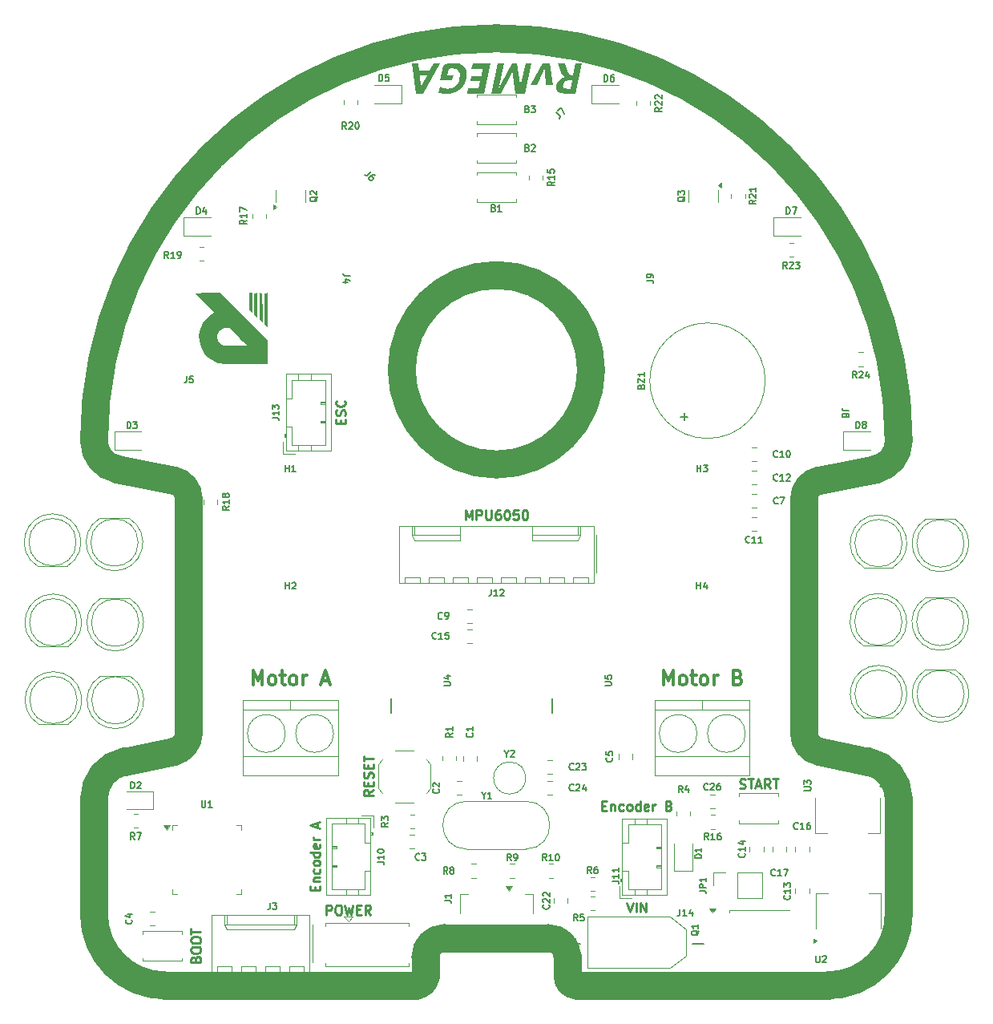
<source format=gbr>
%TF.GenerationSoftware,KiCad,Pcbnew,9.0.5*%
%TF.CreationDate,2025-10-14T23:48:04-03:00*%
%TF.ProjectId,RvMeg_V2,52764d65-675f-4563-922e-6b696361645f,V2.0*%
%TF.SameCoordinates,Original*%
%TF.FileFunction,Legend,Top*%
%TF.FilePolarity,Positive*%
%FSLAX46Y46*%
G04 Gerber Fmt 4.6, Leading zero omitted, Abs format (unit mm)*
G04 Created by KiCad (PCBNEW 9.0.5) date 2025-10-14 23:48:04*
%MOMM*%
%LPD*%
G01*
G04 APERTURE LIST*
%ADD10C,0.200000*%
%ADD11C,3.000000*%
%ADD12C,0.300000*%
%ADD13C,0.150000*%
%ADD14C,0.250000*%
%ADD15C,0.120000*%
%ADD16C,0.000000*%
G04 APERTURE END LIST*
D10*
X114292233Y-118371553D02*
X114292233Y-118371554D01*
D11*
X113400000Y-143050000D02*
G75*
G02*
X105900000Y-135549999I0J7500000D01*
G01*
X115900000Y-91689607D02*
X115900000Y-116410393D01*
X140900000Y-140049995D02*
G75*
G02*
X142899996Y-138050000I2000000J-5D01*
G01*
X105900000Y-135549999D02*
X105900000Y-123329217D01*
X114292234Y-89728446D02*
X108311652Y-88532330D01*
D10*
X108311652Y-88532329D02*
X108311652Y-88532330D01*
D11*
X182507739Y-89728452D02*
X188498786Y-88530243D01*
X113400000Y-143050000D02*
X139899997Y-143050000D01*
X155900000Y-140050000D02*
X155900000Y-142050000D01*
X140900000Y-142049996D02*
X140900000Y-140049995D01*
X158400000Y-78050000D02*
G75*
G02*
X138400000Y-78050000I-10000000J0D01*
G01*
X138400000Y-78050000D02*
G75*
G02*
X158400000Y-78050000I10000000J0D01*
G01*
X142899996Y-138050000D02*
X153900004Y-138050000D01*
X114292234Y-89728446D02*
G75*
G02*
X115899993Y-91689607I-392234J-1961154D01*
G01*
X140900000Y-142049996D02*
G75*
G02*
X139899997Y-143050000I-1000000J-4D01*
G01*
D10*
X105900000Y-85550000D02*
X105900000Y-85590587D01*
D11*
X156899964Y-143050000D02*
G75*
G02*
X155900000Y-142050000I-64J999900D01*
G01*
X190900000Y-85590579D02*
G75*
G02*
X188498784Y-88530236I-3000000J-21D01*
G01*
X190900000Y-135549999D02*
X190900000Y-123329216D01*
X156899964Y-143050000D02*
X183399994Y-143050000D01*
X108311652Y-88532329D02*
G75*
G02*
X105900013Y-85590587I588348J2941729D01*
G01*
X109115536Y-119406893D02*
X114292233Y-118371554D01*
X180900000Y-91689579D02*
G75*
G02*
X182507738Y-89728445I2000000J-21D01*
G01*
X105900000Y-123329217D02*
G75*
G02*
X109115533Y-119406878I4000000J17D01*
G01*
X182507654Y-118371531D02*
G75*
G02*
X180899951Y-116400682I392246J1961131D01*
G01*
X190900000Y-135549999D02*
G75*
G02*
X183399994Y-143050000I-7500000J-1D01*
G01*
X187684423Y-119406885D02*
X182507654Y-118371531D01*
D10*
X190900000Y-85550000D02*
X190900000Y-85590579D01*
D11*
X180900000Y-116400682D02*
X180900000Y-91689579D01*
X187684423Y-119406885D02*
G75*
G02*
X190899984Y-123329216I-784423J-3922315D01*
G01*
X153900004Y-138050000D02*
G75*
G02*
X155900000Y-140050000I-4J-2000000D01*
G01*
X105900000Y-85550000D02*
G75*
G02*
X190900000Y-85550000I42500000J0D01*
G01*
X115900000Y-116410393D02*
G75*
G02*
X114292235Y-118371561I-2000000J-7D01*
G01*
D12*
G36*
X155936262Y-46534979D02*
G01*
X156038521Y-46764767D01*
X156112117Y-46865074D01*
X156199137Y-46920516D01*
X156299329Y-46938896D01*
X156498082Y-46938896D01*
X156753804Y-45708462D01*
X157418755Y-45708462D01*
X156758200Y-48885572D01*
X155673212Y-48885572D01*
X155377457Y-48867146D01*
X155154950Y-48817992D01*
X154990264Y-48745160D01*
X154870912Y-48652337D01*
X154788201Y-48539353D01*
X154738208Y-48402183D01*
X154722348Y-48233558D01*
X154740793Y-48078105D01*
X155439513Y-48078105D01*
X155459367Y-48180698D01*
X155506634Y-48258125D01*
X155583382Y-48316439D01*
X155698781Y-48355961D01*
X155867385Y-48371197D01*
X156204990Y-48371197D01*
X156395316Y-47455286D01*
X156069802Y-47455286D01*
X155919281Y-47471121D01*
X155786058Y-47517197D01*
X155666251Y-47593772D01*
X155565931Y-47694976D01*
X155495510Y-47809484D01*
X155452661Y-47939986D01*
X155439513Y-48078105D01*
X154740793Y-48078105D01*
X154747227Y-48023884D01*
X154810887Y-47817124D01*
X154910339Y-47632909D01*
X155047279Y-47467743D01*
X155212572Y-47329833D01*
X155402943Y-47221275D01*
X155622105Y-47141679D01*
X155623936Y-47133435D01*
X155539560Y-47086143D01*
X155450137Y-46999233D01*
X155353861Y-46859416D01*
X155250245Y-46649651D01*
X154861532Y-45708462D01*
X155622105Y-45708462D01*
X155936262Y-46534979D01*
G37*
G36*
X151999312Y-47971127D02*
G01*
X153299355Y-45708462D01*
X154029153Y-45708462D01*
X154350088Y-47971127D01*
X153659491Y-47971127D01*
X153550681Y-46545237D01*
X153544166Y-46320789D01*
X153558191Y-46153960D01*
X153548116Y-46153960D01*
X153487769Y-46320870D01*
X153391129Y-46532964D01*
X152677085Y-47971127D01*
X151999312Y-47971127D01*
G37*
G36*
X149220072Y-45708462D02*
G01*
X148819086Y-47636820D01*
X148652208Y-48307633D01*
X148668328Y-48307633D01*
X148849312Y-47899320D01*
X150068755Y-45708462D01*
X150596320Y-45708462D01*
X150928795Y-47878803D01*
X150938870Y-48307633D01*
X150957005Y-48307633D01*
X151017863Y-47907892D01*
X151094025Y-47505478D01*
X151467717Y-45708462D01*
X152063975Y-45708462D01*
X151403420Y-48885572D01*
X150440248Y-48885572D01*
X150166757Y-46966007D01*
X150143536Y-46731341D01*
X150144959Y-46518859D01*
X150130854Y-46518859D01*
X149909936Y-46970037D01*
X148846197Y-48885572D01*
X147894566Y-48885572D01*
X148555121Y-45708462D01*
X149220072Y-45708462D01*
G37*
G36*
X145900629Y-45708462D02*
G01*
X147746738Y-45708462D01*
X147086183Y-48885572D01*
X145308767Y-48885572D01*
X145423806Y-48332179D01*
X146536820Y-48332179D01*
X146692342Y-47584247D01*
X145659561Y-47584247D01*
X145774233Y-47033052D01*
X146806464Y-47033052D01*
X146966749Y-46261855D01*
X145785590Y-46261855D01*
X145900629Y-45708462D01*
G37*
G36*
X142766199Y-45929196D02*
G01*
X143025811Y-45814401D01*
X143306786Y-45730854D01*
X143612059Y-45679312D01*
X143944976Y-45661567D01*
X144248570Y-45681471D01*
X144501488Y-45737073D01*
X144712130Y-45823923D01*
X144887367Y-45940067D01*
X145032162Y-46086183D01*
X145144187Y-46258510D01*
X145221100Y-46455127D01*
X145262360Y-46681129D01*
X145264510Y-46942930D01*
X145221389Y-47247924D01*
X145141126Y-47540069D01*
X145028742Y-47804918D01*
X144884478Y-48045668D01*
X144707326Y-48264779D01*
X144495072Y-48463887D01*
X144258570Y-48632571D01*
X144008287Y-48762711D01*
X143742055Y-48856073D01*
X143457102Y-48913015D01*
X143150149Y-48932467D01*
X142819326Y-48914891D01*
X142541658Y-48865854D01*
X142309160Y-48789768D01*
X142441784Y-48151745D01*
X142603349Y-48239674D01*
X142793692Y-48305641D01*
X143017841Y-48347774D01*
X143281674Y-48362771D01*
X143501366Y-48343919D01*
X143704224Y-48288504D01*
X143893817Y-48196441D01*
X144072837Y-48065283D01*
X144226716Y-47906645D01*
X144351184Y-47725085D01*
X144447439Y-47517759D01*
X144515039Y-47280714D01*
X144549065Y-47026861D01*
X144540943Y-46819501D01*
X144497900Y-46649267D01*
X144423448Y-46508418D01*
X144315635Y-46390918D01*
X144179256Y-46305390D01*
X144008053Y-46250945D01*
X143792752Y-46231263D01*
X143621202Y-46241251D01*
X143475397Y-46269324D01*
X143351466Y-46313329D01*
X143217194Y-46959046D01*
X143848073Y-46959046D01*
X143735049Y-47502181D01*
X142439219Y-47502181D01*
X142766199Y-45929196D01*
G37*
G36*
X140240850Y-46440274D02*
G01*
X141368703Y-46440274D01*
X141749355Y-45708462D01*
X142466696Y-45708462D01*
X140670779Y-48885572D01*
X139891156Y-48885572D01*
X139617675Y-46962893D01*
X140288478Y-46962893D01*
X140415423Y-48061986D01*
X140419624Y-48174345D01*
X140406264Y-48338407D01*
X140417621Y-48338407D01*
X140465790Y-48201883D01*
X140528080Y-48070229D01*
X141115911Y-46962893D01*
X140288478Y-46962893D01*
X139617675Y-46962893D01*
X139439245Y-45708462D01*
X140160616Y-45708462D01*
X140240850Y-46440274D01*
G37*
D13*
X109849366Y-136116666D02*
X109882700Y-136149999D01*
X109882700Y-136149999D02*
X109916033Y-136249999D01*
X109916033Y-136249999D02*
X109916033Y-136316666D01*
X109916033Y-136316666D02*
X109882700Y-136416666D01*
X109882700Y-136416666D02*
X109816033Y-136483333D01*
X109816033Y-136483333D02*
X109749366Y-136516666D01*
X109749366Y-136516666D02*
X109616033Y-136549999D01*
X109616033Y-136549999D02*
X109516033Y-136549999D01*
X109516033Y-136549999D02*
X109382700Y-136516666D01*
X109382700Y-136516666D02*
X109316033Y-136483333D01*
X109316033Y-136483333D02*
X109249366Y-136416666D01*
X109249366Y-136416666D02*
X109216033Y-136316666D01*
X109216033Y-136316666D02*
X109216033Y-136249999D01*
X109216033Y-136249999D02*
X109249366Y-136149999D01*
X109249366Y-136149999D02*
X109282700Y-136116666D01*
X109449366Y-135516666D02*
X109916033Y-135516666D01*
X109182700Y-135683333D02*
X109682700Y-135849999D01*
X109682700Y-135849999D02*
X109682700Y-135416666D01*
D14*
X116625809Y-140257142D02*
X116673428Y-140114285D01*
X116673428Y-140114285D02*
X116721047Y-140066666D01*
X116721047Y-140066666D02*
X116816285Y-140019047D01*
X116816285Y-140019047D02*
X116959142Y-140019047D01*
X116959142Y-140019047D02*
X117054380Y-140066666D01*
X117054380Y-140066666D02*
X117102000Y-140114285D01*
X117102000Y-140114285D02*
X117149619Y-140209523D01*
X117149619Y-140209523D02*
X117149619Y-140590475D01*
X117149619Y-140590475D02*
X116149619Y-140590475D01*
X116149619Y-140590475D02*
X116149619Y-140257142D01*
X116149619Y-140257142D02*
X116197238Y-140161904D01*
X116197238Y-140161904D02*
X116244857Y-140114285D01*
X116244857Y-140114285D02*
X116340095Y-140066666D01*
X116340095Y-140066666D02*
X116435333Y-140066666D01*
X116435333Y-140066666D02*
X116530571Y-140114285D01*
X116530571Y-140114285D02*
X116578190Y-140161904D01*
X116578190Y-140161904D02*
X116625809Y-140257142D01*
X116625809Y-140257142D02*
X116625809Y-140590475D01*
X116149619Y-139399999D02*
X116149619Y-139209523D01*
X116149619Y-139209523D02*
X116197238Y-139114285D01*
X116197238Y-139114285D02*
X116292476Y-139019047D01*
X116292476Y-139019047D02*
X116482952Y-138971428D01*
X116482952Y-138971428D02*
X116816285Y-138971428D01*
X116816285Y-138971428D02*
X117006761Y-139019047D01*
X117006761Y-139019047D02*
X117102000Y-139114285D01*
X117102000Y-139114285D02*
X117149619Y-139209523D01*
X117149619Y-139209523D02*
X117149619Y-139399999D01*
X117149619Y-139399999D02*
X117102000Y-139495237D01*
X117102000Y-139495237D02*
X117006761Y-139590475D01*
X117006761Y-139590475D02*
X116816285Y-139638094D01*
X116816285Y-139638094D02*
X116482952Y-139638094D01*
X116482952Y-139638094D02*
X116292476Y-139590475D01*
X116292476Y-139590475D02*
X116197238Y-139495237D01*
X116197238Y-139495237D02*
X116149619Y-139399999D01*
X116149619Y-138352380D02*
X116149619Y-138161904D01*
X116149619Y-138161904D02*
X116197238Y-138066666D01*
X116197238Y-138066666D02*
X116292476Y-137971428D01*
X116292476Y-137971428D02*
X116482952Y-137923809D01*
X116482952Y-137923809D02*
X116816285Y-137923809D01*
X116816285Y-137923809D02*
X117006761Y-137971428D01*
X117006761Y-137971428D02*
X117102000Y-138066666D01*
X117102000Y-138066666D02*
X117149619Y-138161904D01*
X117149619Y-138161904D02*
X117149619Y-138352380D01*
X117149619Y-138352380D02*
X117102000Y-138447618D01*
X117102000Y-138447618D02*
X117006761Y-138542856D01*
X117006761Y-138542856D02*
X116816285Y-138590475D01*
X116816285Y-138590475D02*
X116482952Y-138590475D01*
X116482952Y-138590475D02*
X116292476Y-138542856D01*
X116292476Y-138542856D02*
X116197238Y-138447618D01*
X116197238Y-138447618D02*
X116149619Y-138352380D01*
X116149619Y-137638094D02*
X116149619Y-137066666D01*
X117149619Y-137352380D02*
X116149619Y-137352380D01*
D13*
X129482700Y-59766666D02*
X129449366Y-59833333D01*
X129449366Y-59833333D02*
X129382700Y-59900000D01*
X129382700Y-59900000D02*
X129282700Y-60000000D01*
X129282700Y-60000000D02*
X129249366Y-60066666D01*
X129249366Y-60066666D02*
X129249366Y-60133333D01*
X129416033Y-60100000D02*
X129382700Y-60166666D01*
X129382700Y-60166666D02*
X129316033Y-60233333D01*
X129316033Y-60233333D02*
X129182700Y-60266666D01*
X129182700Y-60266666D02*
X128949366Y-60266666D01*
X128949366Y-60266666D02*
X128816033Y-60233333D01*
X128816033Y-60233333D02*
X128749366Y-60166666D01*
X128749366Y-60166666D02*
X128716033Y-60100000D01*
X128716033Y-60100000D02*
X128716033Y-59966666D01*
X128716033Y-59966666D02*
X128749366Y-59900000D01*
X128749366Y-59900000D02*
X128816033Y-59833333D01*
X128816033Y-59833333D02*
X128949366Y-59800000D01*
X128949366Y-59800000D02*
X129182700Y-59800000D01*
X129182700Y-59800000D02*
X129316033Y-59833333D01*
X129316033Y-59833333D02*
X129382700Y-59900000D01*
X129382700Y-59900000D02*
X129416033Y-59966666D01*
X129416033Y-59966666D02*
X129416033Y-60100000D01*
X128782700Y-59533333D02*
X128749366Y-59500000D01*
X128749366Y-59500000D02*
X128716033Y-59433333D01*
X128716033Y-59433333D02*
X128716033Y-59266667D01*
X128716033Y-59266667D02*
X128749366Y-59200000D01*
X128749366Y-59200000D02*
X128782700Y-59166667D01*
X128782700Y-59166667D02*
X128849366Y-59133333D01*
X128849366Y-59133333D02*
X128916033Y-59133333D01*
X128916033Y-59133333D02*
X129016033Y-59166667D01*
X129016033Y-59166667D02*
X129416033Y-59566667D01*
X129416033Y-59566667D02*
X129416033Y-59133333D01*
X126116666Y-101191033D02*
X126116666Y-100491033D01*
X126116666Y-100824366D02*
X126516666Y-100824366D01*
X126516666Y-101191033D02*
X126516666Y-100491033D01*
X126816666Y-100557700D02*
X126849999Y-100524366D01*
X126849999Y-100524366D02*
X126916666Y-100491033D01*
X126916666Y-100491033D02*
X127083333Y-100491033D01*
X127083333Y-100491033D02*
X127149999Y-100524366D01*
X127149999Y-100524366D02*
X127183333Y-100557700D01*
X127183333Y-100557700D02*
X127216666Y-100624366D01*
X127216666Y-100624366D02*
X127216666Y-100691033D01*
X127216666Y-100691033D02*
X127183333Y-100791033D01*
X127183333Y-100791033D02*
X126783333Y-101191033D01*
X126783333Y-101191033D02*
X127216666Y-101191033D01*
X169866033Y-133083333D02*
X170366033Y-133083333D01*
X170366033Y-133083333D02*
X170466033Y-133116666D01*
X170466033Y-133116666D02*
X170532700Y-133183333D01*
X170532700Y-133183333D02*
X170566033Y-133283333D01*
X170566033Y-133283333D02*
X170566033Y-133350000D01*
X170566033Y-132750000D02*
X169866033Y-132750000D01*
X169866033Y-132750000D02*
X169866033Y-132483333D01*
X169866033Y-132483333D02*
X169899366Y-132416667D01*
X169899366Y-132416667D02*
X169932700Y-132383333D01*
X169932700Y-132383333D02*
X169999366Y-132350000D01*
X169999366Y-132350000D02*
X170099366Y-132350000D01*
X170099366Y-132350000D02*
X170166033Y-132383333D01*
X170166033Y-132383333D02*
X170199366Y-132416667D01*
X170199366Y-132416667D02*
X170232700Y-132483333D01*
X170232700Y-132483333D02*
X170232700Y-132750000D01*
X170566033Y-131683333D02*
X170566033Y-132083333D01*
X170566033Y-131883333D02*
X169866033Y-131883333D01*
X169866033Y-131883333D02*
X169966033Y-131950000D01*
X169966033Y-131950000D02*
X170032700Y-132016667D01*
X170032700Y-132016667D02*
X170066033Y-132083333D01*
X149958333Y-129866033D02*
X149725000Y-129532700D01*
X149558333Y-129866033D02*
X149558333Y-129166033D01*
X149558333Y-129166033D02*
X149825000Y-129166033D01*
X149825000Y-129166033D02*
X149891667Y-129199366D01*
X149891667Y-129199366D02*
X149925000Y-129232700D01*
X149925000Y-129232700D02*
X149958333Y-129299366D01*
X149958333Y-129299366D02*
X149958333Y-129399366D01*
X149958333Y-129399366D02*
X149925000Y-129466033D01*
X149925000Y-129466033D02*
X149891667Y-129499366D01*
X149891667Y-129499366D02*
X149825000Y-129532700D01*
X149825000Y-129532700D02*
X149558333Y-129532700D01*
X150291667Y-129866033D02*
X150425000Y-129866033D01*
X150425000Y-129866033D02*
X150491667Y-129832700D01*
X150491667Y-129832700D02*
X150525000Y-129799366D01*
X150525000Y-129799366D02*
X150591667Y-129699366D01*
X150591667Y-129699366D02*
X150625000Y-129566033D01*
X150625000Y-129566033D02*
X150625000Y-129299366D01*
X150625000Y-129299366D02*
X150591667Y-129232700D01*
X150591667Y-129232700D02*
X150558333Y-129199366D01*
X150558333Y-129199366D02*
X150491667Y-129166033D01*
X150491667Y-129166033D02*
X150358333Y-129166033D01*
X150358333Y-129166033D02*
X150291667Y-129199366D01*
X150291667Y-129199366D02*
X150258333Y-129232700D01*
X150258333Y-129232700D02*
X150225000Y-129299366D01*
X150225000Y-129299366D02*
X150225000Y-129466033D01*
X150225000Y-129466033D02*
X150258333Y-129532700D01*
X150258333Y-129532700D02*
X150291667Y-129566033D01*
X150291667Y-129566033D02*
X150358333Y-129599366D01*
X150358333Y-129599366D02*
X150491667Y-129599366D01*
X150491667Y-129599366D02*
X150558333Y-129566033D01*
X150558333Y-129566033D02*
X150591667Y-129532700D01*
X150591667Y-129532700D02*
X150625000Y-129466033D01*
X178099999Y-87199366D02*
X178066666Y-87232700D01*
X178066666Y-87232700D02*
X177966666Y-87266033D01*
X177966666Y-87266033D02*
X177899999Y-87266033D01*
X177899999Y-87266033D02*
X177799999Y-87232700D01*
X177799999Y-87232700D02*
X177733333Y-87166033D01*
X177733333Y-87166033D02*
X177699999Y-87099366D01*
X177699999Y-87099366D02*
X177666666Y-86966033D01*
X177666666Y-86966033D02*
X177666666Y-86866033D01*
X177666666Y-86866033D02*
X177699999Y-86732700D01*
X177699999Y-86732700D02*
X177733333Y-86666033D01*
X177733333Y-86666033D02*
X177799999Y-86599366D01*
X177799999Y-86599366D02*
X177899999Y-86566033D01*
X177899999Y-86566033D02*
X177966666Y-86566033D01*
X177966666Y-86566033D02*
X178066666Y-86599366D01*
X178066666Y-86599366D02*
X178099999Y-86632700D01*
X178766666Y-87266033D02*
X178366666Y-87266033D01*
X178566666Y-87266033D02*
X178566666Y-86566033D01*
X178566666Y-86566033D02*
X178499999Y-86666033D01*
X178499999Y-86666033D02*
X178433333Y-86732700D01*
X178433333Y-86732700D02*
X178366666Y-86766033D01*
X179200000Y-86566033D02*
X179266666Y-86566033D01*
X179266666Y-86566033D02*
X179333333Y-86599366D01*
X179333333Y-86599366D02*
X179366666Y-86632700D01*
X179366666Y-86632700D02*
X179400000Y-86699366D01*
X179400000Y-86699366D02*
X179433333Y-86832700D01*
X179433333Y-86832700D02*
X179433333Y-86999366D01*
X179433333Y-86999366D02*
X179400000Y-87132700D01*
X179400000Y-87132700D02*
X179366666Y-87199366D01*
X179366666Y-87199366D02*
X179333333Y-87232700D01*
X179333333Y-87232700D02*
X179266666Y-87266033D01*
X179266666Y-87266033D02*
X179200000Y-87266033D01*
X179200000Y-87266033D02*
X179133333Y-87232700D01*
X179133333Y-87232700D02*
X179100000Y-87199366D01*
X179100000Y-87199366D02*
X179066666Y-87132700D01*
X179066666Y-87132700D02*
X179033333Y-86999366D01*
X179033333Y-86999366D02*
X179033333Y-86832700D01*
X179033333Y-86832700D02*
X179066666Y-86699366D01*
X179066666Y-86699366D02*
X179100000Y-86632700D01*
X179100000Y-86632700D02*
X179133333Y-86599366D01*
X179133333Y-86599366D02*
X179200000Y-86566033D01*
X169566666Y-101191033D02*
X169566666Y-100491033D01*
X169566666Y-100824366D02*
X169966666Y-100824366D01*
X169966666Y-101191033D02*
X169966666Y-100491033D01*
X170599999Y-100724366D02*
X170599999Y-101191033D01*
X170433333Y-100457700D02*
X170266666Y-100957700D01*
X170266666Y-100957700D02*
X170699999Y-100957700D01*
X170799999Y-127666033D02*
X170566666Y-127332700D01*
X170399999Y-127666033D02*
X170399999Y-126966033D01*
X170399999Y-126966033D02*
X170666666Y-126966033D01*
X170666666Y-126966033D02*
X170733333Y-126999366D01*
X170733333Y-126999366D02*
X170766666Y-127032700D01*
X170766666Y-127032700D02*
X170799999Y-127099366D01*
X170799999Y-127099366D02*
X170799999Y-127199366D01*
X170799999Y-127199366D02*
X170766666Y-127266033D01*
X170766666Y-127266033D02*
X170733333Y-127299366D01*
X170733333Y-127299366D02*
X170666666Y-127332700D01*
X170666666Y-127332700D02*
X170399999Y-127332700D01*
X171466666Y-127666033D02*
X171066666Y-127666033D01*
X171266666Y-127666033D02*
X171266666Y-126966033D01*
X171266666Y-126966033D02*
X171199999Y-127066033D01*
X171199999Y-127066033D02*
X171133333Y-127132700D01*
X171133333Y-127132700D02*
X171066666Y-127166033D01*
X172066666Y-126966033D02*
X171933333Y-126966033D01*
X171933333Y-126966033D02*
X171866666Y-126999366D01*
X171866666Y-126999366D02*
X171833333Y-127032700D01*
X171833333Y-127032700D02*
X171766666Y-127132700D01*
X171766666Y-127132700D02*
X171733333Y-127266033D01*
X171733333Y-127266033D02*
X171733333Y-127532700D01*
X171733333Y-127532700D02*
X171766666Y-127599366D01*
X171766666Y-127599366D02*
X171800000Y-127632700D01*
X171800000Y-127632700D02*
X171866666Y-127666033D01*
X171866666Y-127666033D02*
X172000000Y-127666033D01*
X172000000Y-127666033D02*
X172066666Y-127632700D01*
X172066666Y-127632700D02*
X172100000Y-127599366D01*
X172100000Y-127599366D02*
X172133333Y-127532700D01*
X172133333Y-127532700D02*
X172133333Y-127366033D01*
X172133333Y-127366033D02*
X172100000Y-127299366D01*
X172100000Y-127299366D02*
X172066666Y-127266033D01*
X172066666Y-127266033D02*
X172000000Y-127232700D01*
X172000000Y-127232700D02*
X171866666Y-127232700D01*
X171866666Y-127232700D02*
X171800000Y-127266033D01*
X171800000Y-127266033D02*
X171766666Y-127299366D01*
X171766666Y-127299366D02*
X171733333Y-127366033D01*
X142049999Y-106399366D02*
X142016666Y-106432700D01*
X142016666Y-106432700D02*
X141916666Y-106466033D01*
X141916666Y-106466033D02*
X141849999Y-106466033D01*
X141849999Y-106466033D02*
X141749999Y-106432700D01*
X141749999Y-106432700D02*
X141683333Y-106366033D01*
X141683333Y-106366033D02*
X141649999Y-106299366D01*
X141649999Y-106299366D02*
X141616666Y-106166033D01*
X141616666Y-106166033D02*
X141616666Y-106066033D01*
X141616666Y-106066033D02*
X141649999Y-105932700D01*
X141649999Y-105932700D02*
X141683333Y-105866033D01*
X141683333Y-105866033D02*
X141749999Y-105799366D01*
X141749999Y-105799366D02*
X141849999Y-105766033D01*
X141849999Y-105766033D02*
X141916666Y-105766033D01*
X141916666Y-105766033D02*
X142016666Y-105799366D01*
X142016666Y-105799366D02*
X142049999Y-105832700D01*
X142716666Y-106466033D02*
X142316666Y-106466033D01*
X142516666Y-106466033D02*
X142516666Y-105766033D01*
X142516666Y-105766033D02*
X142449999Y-105866033D01*
X142449999Y-105866033D02*
X142383333Y-105932700D01*
X142383333Y-105932700D02*
X142316666Y-105966033D01*
X143350000Y-105766033D02*
X143016666Y-105766033D01*
X143016666Y-105766033D02*
X142983333Y-106099366D01*
X142983333Y-106099366D02*
X143016666Y-106066033D01*
X143016666Y-106066033D02*
X143083333Y-106032700D01*
X143083333Y-106032700D02*
X143250000Y-106032700D01*
X143250000Y-106032700D02*
X143316666Y-106066033D01*
X143316666Y-106066033D02*
X143350000Y-106099366D01*
X143350000Y-106099366D02*
X143383333Y-106166033D01*
X143383333Y-106166033D02*
X143383333Y-106332700D01*
X143383333Y-106332700D02*
X143350000Y-106399366D01*
X143350000Y-106399366D02*
X143316666Y-106432700D01*
X143316666Y-106432700D02*
X143250000Y-106466033D01*
X143250000Y-106466033D02*
X143083333Y-106466033D01*
X143083333Y-106466033D02*
X143016666Y-106432700D01*
X143016666Y-106432700D02*
X142983333Y-106399366D01*
D12*
X122685714Y-111328328D02*
X122685714Y-109828328D01*
X122685714Y-109828328D02*
X123185714Y-110899757D01*
X123185714Y-110899757D02*
X123685714Y-109828328D01*
X123685714Y-109828328D02*
X123685714Y-111328328D01*
X124614286Y-111328328D02*
X124471429Y-111256900D01*
X124471429Y-111256900D02*
X124400000Y-111185471D01*
X124400000Y-111185471D02*
X124328572Y-111042614D01*
X124328572Y-111042614D02*
X124328572Y-110614042D01*
X124328572Y-110614042D02*
X124400000Y-110471185D01*
X124400000Y-110471185D02*
X124471429Y-110399757D01*
X124471429Y-110399757D02*
X124614286Y-110328328D01*
X124614286Y-110328328D02*
X124828572Y-110328328D01*
X124828572Y-110328328D02*
X124971429Y-110399757D01*
X124971429Y-110399757D02*
X125042858Y-110471185D01*
X125042858Y-110471185D02*
X125114286Y-110614042D01*
X125114286Y-110614042D02*
X125114286Y-111042614D01*
X125114286Y-111042614D02*
X125042858Y-111185471D01*
X125042858Y-111185471D02*
X124971429Y-111256900D01*
X124971429Y-111256900D02*
X124828572Y-111328328D01*
X124828572Y-111328328D02*
X124614286Y-111328328D01*
X125542858Y-110328328D02*
X126114286Y-110328328D01*
X125757143Y-109828328D02*
X125757143Y-111114042D01*
X125757143Y-111114042D02*
X125828572Y-111256900D01*
X125828572Y-111256900D02*
X125971429Y-111328328D01*
X125971429Y-111328328D02*
X126114286Y-111328328D01*
X126828572Y-111328328D02*
X126685715Y-111256900D01*
X126685715Y-111256900D02*
X126614286Y-111185471D01*
X126614286Y-111185471D02*
X126542858Y-111042614D01*
X126542858Y-111042614D02*
X126542858Y-110614042D01*
X126542858Y-110614042D02*
X126614286Y-110471185D01*
X126614286Y-110471185D02*
X126685715Y-110399757D01*
X126685715Y-110399757D02*
X126828572Y-110328328D01*
X126828572Y-110328328D02*
X127042858Y-110328328D01*
X127042858Y-110328328D02*
X127185715Y-110399757D01*
X127185715Y-110399757D02*
X127257144Y-110471185D01*
X127257144Y-110471185D02*
X127328572Y-110614042D01*
X127328572Y-110614042D02*
X127328572Y-111042614D01*
X127328572Y-111042614D02*
X127257144Y-111185471D01*
X127257144Y-111185471D02*
X127185715Y-111256900D01*
X127185715Y-111256900D02*
X127042858Y-111328328D01*
X127042858Y-111328328D02*
X126828572Y-111328328D01*
X127971429Y-111328328D02*
X127971429Y-110328328D01*
X127971429Y-110614042D02*
X128042858Y-110471185D01*
X128042858Y-110471185D02*
X128114287Y-110399757D01*
X128114287Y-110399757D02*
X128257144Y-110328328D01*
X128257144Y-110328328D02*
X128400001Y-110328328D01*
X129971429Y-110899757D02*
X130685715Y-110899757D01*
X129828572Y-111328328D02*
X130328572Y-109828328D01*
X130328572Y-109828328D02*
X130828572Y-111328328D01*
D13*
X143766033Y-116416666D02*
X143432700Y-116649999D01*
X143766033Y-116816666D02*
X143066033Y-116816666D01*
X143066033Y-116816666D02*
X143066033Y-116549999D01*
X143066033Y-116549999D02*
X143099366Y-116483333D01*
X143099366Y-116483333D02*
X143132700Y-116449999D01*
X143132700Y-116449999D02*
X143199366Y-116416666D01*
X143199366Y-116416666D02*
X143299366Y-116416666D01*
X143299366Y-116416666D02*
X143366033Y-116449999D01*
X143366033Y-116449999D02*
X143399366Y-116483333D01*
X143399366Y-116483333D02*
X143432700Y-116549999D01*
X143432700Y-116549999D02*
X143432700Y-116816666D01*
X143766033Y-115749999D02*
X143766033Y-116149999D01*
X143766033Y-115949999D02*
X143066033Y-115949999D01*
X143066033Y-115949999D02*
X143166033Y-116016666D01*
X143166033Y-116016666D02*
X143232700Y-116083333D01*
X143232700Y-116083333D02*
X143266033Y-116149999D01*
X110183333Y-127616033D02*
X109950000Y-127282700D01*
X109783333Y-127616033D02*
X109783333Y-126916033D01*
X109783333Y-126916033D02*
X110050000Y-126916033D01*
X110050000Y-126916033D02*
X110116667Y-126949366D01*
X110116667Y-126949366D02*
X110150000Y-126982700D01*
X110150000Y-126982700D02*
X110183333Y-127049366D01*
X110183333Y-127049366D02*
X110183333Y-127149366D01*
X110183333Y-127149366D02*
X110150000Y-127216033D01*
X110150000Y-127216033D02*
X110116667Y-127249366D01*
X110116667Y-127249366D02*
X110050000Y-127282700D01*
X110050000Y-127282700D02*
X109783333Y-127282700D01*
X110416667Y-126916033D02*
X110883333Y-126916033D01*
X110883333Y-126916033D02*
X110583333Y-127616033D01*
X116736179Y-61586301D02*
X116736179Y-60886301D01*
X116736179Y-60886301D02*
X116902846Y-60886301D01*
X116902846Y-60886301D02*
X117002846Y-60919634D01*
X117002846Y-60919634D02*
X117069513Y-60986301D01*
X117069513Y-60986301D02*
X117102846Y-61052968D01*
X117102846Y-61052968D02*
X117136179Y-61186301D01*
X117136179Y-61186301D02*
X117136179Y-61286301D01*
X117136179Y-61286301D02*
X117102846Y-61419634D01*
X117102846Y-61419634D02*
X117069513Y-61486301D01*
X117069513Y-61486301D02*
X117002846Y-61552968D01*
X117002846Y-61552968D02*
X116902846Y-61586301D01*
X116902846Y-61586301D02*
X116736179Y-61586301D01*
X117736179Y-61119634D02*
X117736179Y-61586301D01*
X117569513Y-60852968D02*
X117402846Y-61352968D01*
X117402846Y-61352968D02*
X117836179Y-61352968D01*
X170749999Y-122349366D02*
X170716666Y-122382700D01*
X170716666Y-122382700D02*
X170616666Y-122416033D01*
X170616666Y-122416033D02*
X170549999Y-122416033D01*
X170549999Y-122416033D02*
X170449999Y-122382700D01*
X170449999Y-122382700D02*
X170383333Y-122316033D01*
X170383333Y-122316033D02*
X170349999Y-122249366D01*
X170349999Y-122249366D02*
X170316666Y-122116033D01*
X170316666Y-122116033D02*
X170316666Y-122016033D01*
X170316666Y-122016033D02*
X170349999Y-121882700D01*
X170349999Y-121882700D02*
X170383333Y-121816033D01*
X170383333Y-121816033D02*
X170449999Y-121749366D01*
X170449999Y-121749366D02*
X170549999Y-121716033D01*
X170549999Y-121716033D02*
X170616666Y-121716033D01*
X170616666Y-121716033D02*
X170716666Y-121749366D01*
X170716666Y-121749366D02*
X170749999Y-121782700D01*
X171016666Y-121782700D02*
X171049999Y-121749366D01*
X171049999Y-121749366D02*
X171116666Y-121716033D01*
X171116666Y-121716033D02*
X171283333Y-121716033D01*
X171283333Y-121716033D02*
X171349999Y-121749366D01*
X171349999Y-121749366D02*
X171383333Y-121782700D01*
X171383333Y-121782700D02*
X171416666Y-121849366D01*
X171416666Y-121849366D02*
X171416666Y-121916033D01*
X171416666Y-121916033D02*
X171383333Y-122016033D01*
X171383333Y-122016033D02*
X170983333Y-122416033D01*
X170983333Y-122416033D02*
X171416666Y-122416033D01*
X172016666Y-121716033D02*
X171883333Y-121716033D01*
X171883333Y-121716033D02*
X171816666Y-121749366D01*
X171816666Y-121749366D02*
X171783333Y-121782700D01*
X171783333Y-121782700D02*
X171716666Y-121882700D01*
X171716666Y-121882700D02*
X171683333Y-122016033D01*
X171683333Y-122016033D02*
X171683333Y-122282700D01*
X171683333Y-122282700D02*
X171716666Y-122349366D01*
X171716666Y-122349366D02*
X171750000Y-122382700D01*
X171750000Y-122382700D02*
X171816666Y-122416033D01*
X171816666Y-122416033D02*
X171950000Y-122416033D01*
X171950000Y-122416033D02*
X172016666Y-122382700D01*
X172016666Y-122382700D02*
X172050000Y-122349366D01*
X172050000Y-122349366D02*
X172083333Y-122282700D01*
X172083333Y-122282700D02*
X172083333Y-122116033D01*
X172083333Y-122116033D02*
X172050000Y-122049366D01*
X172050000Y-122049366D02*
X172016666Y-122016033D01*
X172016666Y-122016033D02*
X171950000Y-121982700D01*
X171950000Y-121982700D02*
X171816666Y-121982700D01*
X171816666Y-121982700D02*
X171750000Y-122016033D01*
X171750000Y-122016033D02*
X171716666Y-122049366D01*
X171716666Y-122049366D02*
X171683333Y-122116033D01*
D14*
X135374619Y-122427381D02*
X134898428Y-122760714D01*
X135374619Y-122998809D02*
X134374619Y-122998809D01*
X134374619Y-122998809D02*
X134374619Y-122617857D01*
X134374619Y-122617857D02*
X134422238Y-122522619D01*
X134422238Y-122522619D02*
X134469857Y-122475000D01*
X134469857Y-122475000D02*
X134565095Y-122427381D01*
X134565095Y-122427381D02*
X134707952Y-122427381D01*
X134707952Y-122427381D02*
X134803190Y-122475000D01*
X134803190Y-122475000D02*
X134850809Y-122522619D01*
X134850809Y-122522619D02*
X134898428Y-122617857D01*
X134898428Y-122617857D02*
X134898428Y-122998809D01*
X134850809Y-121998809D02*
X134850809Y-121665476D01*
X135374619Y-121522619D02*
X135374619Y-121998809D01*
X135374619Y-121998809D02*
X134374619Y-121998809D01*
X134374619Y-121998809D02*
X134374619Y-121522619D01*
X135327000Y-121141666D02*
X135374619Y-120998809D01*
X135374619Y-120998809D02*
X135374619Y-120760714D01*
X135374619Y-120760714D02*
X135327000Y-120665476D01*
X135327000Y-120665476D02*
X135279380Y-120617857D01*
X135279380Y-120617857D02*
X135184142Y-120570238D01*
X135184142Y-120570238D02*
X135088904Y-120570238D01*
X135088904Y-120570238D02*
X134993666Y-120617857D01*
X134993666Y-120617857D02*
X134946047Y-120665476D01*
X134946047Y-120665476D02*
X134898428Y-120760714D01*
X134898428Y-120760714D02*
X134850809Y-120951190D01*
X134850809Y-120951190D02*
X134803190Y-121046428D01*
X134803190Y-121046428D02*
X134755571Y-121094047D01*
X134755571Y-121094047D02*
X134660333Y-121141666D01*
X134660333Y-121141666D02*
X134565095Y-121141666D01*
X134565095Y-121141666D02*
X134469857Y-121094047D01*
X134469857Y-121094047D02*
X134422238Y-121046428D01*
X134422238Y-121046428D02*
X134374619Y-120951190D01*
X134374619Y-120951190D02*
X134374619Y-120713095D01*
X134374619Y-120713095D02*
X134422238Y-120570238D01*
X134850809Y-120141666D02*
X134850809Y-119808333D01*
X135374619Y-119665476D02*
X135374619Y-120141666D01*
X135374619Y-120141666D02*
X134374619Y-120141666D01*
X134374619Y-120141666D02*
X134374619Y-119665476D01*
X134374619Y-119379761D02*
X134374619Y-118808333D01*
X135374619Y-119094047D02*
X134374619Y-119094047D01*
D13*
X160616033Y-132016666D02*
X161116033Y-132016666D01*
X161116033Y-132016666D02*
X161216033Y-132049999D01*
X161216033Y-132049999D02*
X161282700Y-132116666D01*
X161282700Y-132116666D02*
X161316033Y-132216666D01*
X161316033Y-132216666D02*
X161316033Y-132283333D01*
X161316033Y-131316666D02*
X161316033Y-131716666D01*
X161316033Y-131516666D02*
X160616033Y-131516666D01*
X160616033Y-131516666D02*
X160716033Y-131583333D01*
X160716033Y-131583333D02*
X160782700Y-131650000D01*
X160782700Y-131650000D02*
X160816033Y-131716666D01*
X161316033Y-130649999D02*
X161316033Y-131049999D01*
X161316033Y-130849999D02*
X160616033Y-130849999D01*
X160616033Y-130849999D02*
X160716033Y-130916666D01*
X160716033Y-130916666D02*
X160782700Y-130983333D01*
X160782700Y-130983333D02*
X160816033Y-131049999D01*
D14*
X159580952Y-124075809D02*
X159914285Y-124075809D01*
X160057142Y-124599619D02*
X159580952Y-124599619D01*
X159580952Y-124599619D02*
X159580952Y-123599619D01*
X159580952Y-123599619D02*
X160057142Y-123599619D01*
X160485714Y-123932952D02*
X160485714Y-124599619D01*
X160485714Y-124028190D02*
X160533333Y-123980571D01*
X160533333Y-123980571D02*
X160628571Y-123932952D01*
X160628571Y-123932952D02*
X160771428Y-123932952D01*
X160771428Y-123932952D02*
X160866666Y-123980571D01*
X160866666Y-123980571D02*
X160914285Y-124075809D01*
X160914285Y-124075809D02*
X160914285Y-124599619D01*
X161819047Y-124552000D02*
X161723809Y-124599619D01*
X161723809Y-124599619D02*
X161533333Y-124599619D01*
X161533333Y-124599619D02*
X161438095Y-124552000D01*
X161438095Y-124552000D02*
X161390476Y-124504380D01*
X161390476Y-124504380D02*
X161342857Y-124409142D01*
X161342857Y-124409142D02*
X161342857Y-124123428D01*
X161342857Y-124123428D02*
X161390476Y-124028190D01*
X161390476Y-124028190D02*
X161438095Y-123980571D01*
X161438095Y-123980571D02*
X161533333Y-123932952D01*
X161533333Y-123932952D02*
X161723809Y-123932952D01*
X161723809Y-123932952D02*
X161819047Y-123980571D01*
X162390476Y-124599619D02*
X162295238Y-124552000D01*
X162295238Y-124552000D02*
X162247619Y-124504380D01*
X162247619Y-124504380D02*
X162200000Y-124409142D01*
X162200000Y-124409142D02*
X162200000Y-124123428D01*
X162200000Y-124123428D02*
X162247619Y-124028190D01*
X162247619Y-124028190D02*
X162295238Y-123980571D01*
X162295238Y-123980571D02*
X162390476Y-123932952D01*
X162390476Y-123932952D02*
X162533333Y-123932952D01*
X162533333Y-123932952D02*
X162628571Y-123980571D01*
X162628571Y-123980571D02*
X162676190Y-124028190D01*
X162676190Y-124028190D02*
X162723809Y-124123428D01*
X162723809Y-124123428D02*
X162723809Y-124409142D01*
X162723809Y-124409142D02*
X162676190Y-124504380D01*
X162676190Y-124504380D02*
X162628571Y-124552000D01*
X162628571Y-124552000D02*
X162533333Y-124599619D01*
X162533333Y-124599619D02*
X162390476Y-124599619D01*
X163580952Y-124599619D02*
X163580952Y-123599619D01*
X163580952Y-124552000D02*
X163485714Y-124599619D01*
X163485714Y-124599619D02*
X163295238Y-124599619D01*
X163295238Y-124599619D02*
X163200000Y-124552000D01*
X163200000Y-124552000D02*
X163152381Y-124504380D01*
X163152381Y-124504380D02*
X163104762Y-124409142D01*
X163104762Y-124409142D02*
X163104762Y-124123428D01*
X163104762Y-124123428D02*
X163152381Y-124028190D01*
X163152381Y-124028190D02*
X163200000Y-123980571D01*
X163200000Y-123980571D02*
X163295238Y-123932952D01*
X163295238Y-123932952D02*
X163485714Y-123932952D01*
X163485714Y-123932952D02*
X163580952Y-123980571D01*
X164438095Y-124552000D02*
X164342857Y-124599619D01*
X164342857Y-124599619D02*
X164152381Y-124599619D01*
X164152381Y-124599619D02*
X164057143Y-124552000D01*
X164057143Y-124552000D02*
X164009524Y-124456761D01*
X164009524Y-124456761D02*
X164009524Y-124075809D01*
X164009524Y-124075809D02*
X164057143Y-123980571D01*
X164057143Y-123980571D02*
X164152381Y-123932952D01*
X164152381Y-123932952D02*
X164342857Y-123932952D01*
X164342857Y-123932952D02*
X164438095Y-123980571D01*
X164438095Y-123980571D02*
X164485714Y-124075809D01*
X164485714Y-124075809D02*
X164485714Y-124171047D01*
X164485714Y-124171047D02*
X164009524Y-124266285D01*
X164914286Y-124599619D02*
X164914286Y-123932952D01*
X164914286Y-124123428D02*
X164961905Y-124028190D01*
X164961905Y-124028190D02*
X165009524Y-123980571D01*
X165009524Y-123980571D02*
X165104762Y-123932952D01*
X165104762Y-123932952D02*
X165200000Y-123932952D01*
X166628572Y-124075809D02*
X166771429Y-124123428D01*
X166771429Y-124123428D02*
X166819048Y-124171047D01*
X166819048Y-124171047D02*
X166866667Y-124266285D01*
X166866667Y-124266285D02*
X166866667Y-124409142D01*
X166866667Y-124409142D02*
X166819048Y-124504380D01*
X166819048Y-124504380D02*
X166771429Y-124552000D01*
X166771429Y-124552000D02*
X166676191Y-124599619D01*
X166676191Y-124599619D02*
X166295239Y-124599619D01*
X166295239Y-124599619D02*
X166295239Y-123599619D01*
X166295239Y-123599619D02*
X166628572Y-123599619D01*
X166628572Y-123599619D02*
X166723810Y-123647238D01*
X166723810Y-123647238D02*
X166771429Y-123694857D01*
X166771429Y-123694857D02*
X166819048Y-123790095D01*
X166819048Y-123790095D02*
X166819048Y-123885333D01*
X166819048Y-123885333D02*
X166771429Y-123980571D01*
X166771429Y-123980571D02*
X166723810Y-124028190D01*
X166723810Y-124028190D02*
X166628572Y-124075809D01*
X166628572Y-124075809D02*
X166295239Y-124075809D01*
D13*
X167783333Y-135016033D02*
X167783333Y-135516033D01*
X167783333Y-135516033D02*
X167750000Y-135616033D01*
X167750000Y-135616033D02*
X167683333Y-135682700D01*
X167683333Y-135682700D02*
X167583333Y-135716033D01*
X167583333Y-135716033D02*
X167516667Y-135716033D01*
X168483333Y-135716033D02*
X168083333Y-135716033D01*
X168283333Y-135716033D02*
X168283333Y-135016033D01*
X168283333Y-135016033D02*
X168216666Y-135116033D01*
X168216666Y-135116033D02*
X168150000Y-135182700D01*
X168150000Y-135182700D02*
X168083333Y-135216033D01*
X169083333Y-135249366D02*
X169083333Y-135716033D01*
X168916667Y-134982700D02*
X168750000Y-135482700D01*
X168750000Y-135482700D02*
X169183333Y-135482700D01*
D14*
X162154762Y-134299619D02*
X162488095Y-135299619D01*
X162488095Y-135299619D02*
X162821428Y-134299619D01*
X163154762Y-135299619D02*
X163154762Y-134299619D01*
X163630952Y-135299619D02*
X163630952Y-134299619D01*
X163630952Y-134299619D02*
X164202380Y-135299619D01*
X164202380Y-135299619D02*
X164202380Y-134299619D01*
D13*
X169153571Y-138639700D02*
X170296429Y-138639700D01*
X156153571Y-138639700D02*
X157296429Y-138639700D01*
X156725000Y-139211128D02*
X156725000Y-138068271D01*
X153949366Y-134550000D02*
X153982700Y-134583333D01*
X153982700Y-134583333D02*
X154016033Y-134683333D01*
X154016033Y-134683333D02*
X154016033Y-134750000D01*
X154016033Y-134750000D02*
X153982700Y-134850000D01*
X153982700Y-134850000D02*
X153916033Y-134916667D01*
X153916033Y-134916667D02*
X153849366Y-134950000D01*
X153849366Y-134950000D02*
X153716033Y-134983333D01*
X153716033Y-134983333D02*
X153616033Y-134983333D01*
X153616033Y-134983333D02*
X153482700Y-134950000D01*
X153482700Y-134950000D02*
X153416033Y-134916667D01*
X153416033Y-134916667D02*
X153349366Y-134850000D01*
X153349366Y-134850000D02*
X153316033Y-134750000D01*
X153316033Y-134750000D02*
X153316033Y-134683333D01*
X153316033Y-134683333D02*
X153349366Y-134583333D01*
X153349366Y-134583333D02*
X153382700Y-134550000D01*
X153382700Y-134283333D02*
X153349366Y-134250000D01*
X153349366Y-134250000D02*
X153316033Y-134183333D01*
X153316033Y-134183333D02*
X153316033Y-134016667D01*
X153316033Y-134016667D02*
X153349366Y-133950000D01*
X153349366Y-133950000D02*
X153382700Y-133916667D01*
X153382700Y-133916667D02*
X153449366Y-133883333D01*
X153449366Y-133883333D02*
X153516033Y-133883333D01*
X153516033Y-133883333D02*
X153616033Y-133916667D01*
X153616033Y-133916667D02*
X154016033Y-134316667D01*
X154016033Y-134316667D02*
X154016033Y-133883333D01*
X153382700Y-133616666D02*
X153349366Y-133583333D01*
X153349366Y-133583333D02*
X153316033Y-133516666D01*
X153316033Y-133516666D02*
X153316033Y-133350000D01*
X153316033Y-133350000D02*
X153349366Y-133283333D01*
X153349366Y-133283333D02*
X153382700Y-133250000D01*
X153382700Y-133250000D02*
X153449366Y-133216666D01*
X153449366Y-133216666D02*
X153516033Y-133216666D01*
X153516033Y-133216666D02*
X153616033Y-133250000D01*
X153616033Y-133250000D02*
X154016033Y-133650000D01*
X154016033Y-133650000D02*
X154016033Y-133216666D01*
X145849366Y-116416666D02*
X145882700Y-116449999D01*
X145882700Y-116449999D02*
X145916033Y-116549999D01*
X145916033Y-116549999D02*
X145916033Y-116616666D01*
X145916033Y-116616666D02*
X145882700Y-116716666D01*
X145882700Y-116716666D02*
X145816033Y-116783333D01*
X145816033Y-116783333D02*
X145749366Y-116816666D01*
X145749366Y-116816666D02*
X145616033Y-116849999D01*
X145616033Y-116849999D02*
X145516033Y-116849999D01*
X145516033Y-116849999D02*
X145382700Y-116816666D01*
X145382700Y-116816666D02*
X145316033Y-116783333D01*
X145316033Y-116783333D02*
X145249366Y-116716666D01*
X145249366Y-116716666D02*
X145216033Y-116616666D01*
X145216033Y-116616666D02*
X145216033Y-116549999D01*
X145216033Y-116549999D02*
X145249366Y-116449999D01*
X145249366Y-116449999D02*
X145282700Y-116416666D01*
X145916033Y-115749999D02*
X145916033Y-116149999D01*
X145916033Y-115949999D02*
X145216033Y-115949999D01*
X145216033Y-115949999D02*
X145316033Y-116016666D01*
X145316033Y-116016666D02*
X145382700Y-116083333D01*
X145382700Y-116083333D02*
X145416033Y-116149999D01*
X142866033Y-111383333D02*
X143432700Y-111383333D01*
X143432700Y-111383333D02*
X143499366Y-111350000D01*
X143499366Y-111350000D02*
X143532700Y-111316666D01*
X143532700Y-111316666D02*
X143566033Y-111250000D01*
X143566033Y-111250000D02*
X143566033Y-111116666D01*
X143566033Y-111116666D02*
X143532700Y-111050000D01*
X143532700Y-111050000D02*
X143499366Y-111016666D01*
X143499366Y-111016666D02*
X143432700Y-110983333D01*
X143432700Y-110983333D02*
X142866033Y-110983333D01*
X143099366Y-110350000D02*
X143566033Y-110350000D01*
X142832700Y-110516667D02*
X143332700Y-110683333D01*
X143332700Y-110683333D02*
X143332700Y-110250000D01*
X142683333Y-104299366D02*
X142650000Y-104332700D01*
X142650000Y-104332700D02*
X142550000Y-104366033D01*
X142550000Y-104366033D02*
X142483333Y-104366033D01*
X142483333Y-104366033D02*
X142383333Y-104332700D01*
X142383333Y-104332700D02*
X142316667Y-104266033D01*
X142316667Y-104266033D02*
X142283333Y-104199366D01*
X142283333Y-104199366D02*
X142250000Y-104066033D01*
X142250000Y-104066033D02*
X142250000Y-103966033D01*
X142250000Y-103966033D02*
X142283333Y-103832700D01*
X142283333Y-103832700D02*
X142316667Y-103766033D01*
X142316667Y-103766033D02*
X142383333Y-103699366D01*
X142383333Y-103699366D02*
X142483333Y-103666033D01*
X142483333Y-103666033D02*
X142550000Y-103666033D01*
X142550000Y-103666033D02*
X142650000Y-103699366D01*
X142650000Y-103699366D02*
X142683333Y-103732700D01*
X143016667Y-104366033D02*
X143150000Y-104366033D01*
X143150000Y-104366033D02*
X143216667Y-104332700D01*
X143216667Y-104332700D02*
X143250000Y-104299366D01*
X143250000Y-104299366D02*
X143316667Y-104199366D01*
X143316667Y-104199366D02*
X143350000Y-104066033D01*
X143350000Y-104066033D02*
X143350000Y-103799366D01*
X143350000Y-103799366D02*
X143316667Y-103732700D01*
X143316667Y-103732700D02*
X143283333Y-103699366D01*
X143283333Y-103699366D02*
X143216667Y-103666033D01*
X143216667Y-103666033D02*
X143083333Y-103666033D01*
X143083333Y-103666033D02*
X143016667Y-103699366D01*
X143016667Y-103699366D02*
X142983333Y-103732700D01*
X142983333Y-103732700D02*
X142950000Y-103799366D01*
X142950000Y-103799366D02*
X142950000Y-103966033D01*
X142950000Y-103966033D02*
X142983333Y-104032700D01*
X142983333Y-104032700D02*
X143016667Y-104066033D01*
X143016667Y-104066033D02*
X143083333Y-104099366D01*
X143083333Y-104099366D02*
X143216667Y-104099366D01*
X143216667Y-104099366D02*
X143283333Y-104066033D01*
X143283333Y-104066033D02*
X143316667Y-104032700D01*
X143316667Y-104032700D02*
X143350000Y-103966033D01*
X169591666Y-88791033D02*
X169591666Y-88091033D01*
X169591666Y-88424366D02*
X169991666Y-88424366D01*
X169991666Y-88791033D02*
X169991666Y-88091033D01*
X170258333Y-88091033D02*
X170691666Y-88091033D01*
X170691666Y-88091033D02*
X170458333Y-88357700D01*
X170458333Y-88357700D02*
X170558333Y-88357700D01*
X170558333Y-88357700D02*
X170624999Y-88391033D01*
X170624999Y-88391033D02*
X170658333Y-88424366D01*
X170658333Y-88424366D02*
X170691666Y-88491033D01*
X170691666Y-88491033D02*
X170691666Y-88657700D01*
X170691666Y-88657700D02*
X170658333Y-88724366D01*
X170658333Y-88724366D02*
X170624999Y-88757700D01*
X170624999Y-88757700D02*
X170558333Y-88791033D01*
X170558333Y-88791033D02*
X170358333Y-88791033D01*
X170358333Y-88791033D02*
X170291666Y-88757700D01*
X170291666Y-88757700D02*
X170258333Y-88724366D01*
X132549999Y-52616033D02*
X132316666Y-52282700D01*
X132149999Y-52616033D02*
X132149999Y-51916033D01*
X132149999Y-51916033D02*
X132416666Y-51916033D01*
X132416666Y-51916033D02*
X132483333Y-51949366D01*
X132483333Y-51949366D02*
X132516666Y-51982700D01*
X132516666Y-51982700D02*
X132549999Y-52049366D01*
X132549999Y-52049366D02*
X132549999Y-52149366D01*
X132549999Y-52149366D02*
X132516666Y-52216033D01*
X132516666Y-52216033D02*
X132483333Y-52249366D01*
X132483333Y-52249366D02*
X132416666Y-52282700D01*
X132416666Y-52282700D02*
X132149999Y-52282700D01*
X132816666Y-51982700D02*
X132849999Y-51949366D01*
X132849999Y-51949366D02*
X132916666Y-51916033D01*
X132916666Y-51916033D02*
X133083333Y-51916033D01*
X133083333Y-51916033D02*
X133149999Y-51949366D01*
X133149999Y-51949366D02*
X133183333Y-51982700D01*
X133183333Y-51982700D02*
X133216666Y-52049366D01*
X133216666Y-52049366D02*
X133216666Y-52116033D01*
X133216666Y-52116033D02*
X133183333Y-52216033D01*
X133183333Y-52216033D02*
X132783333Y-52616033D01*
X132783333Y-52616033D02*
X133216666Y-52616033D01*
X133650000Y-51916033D02*
X133716666Y-51916033D01*
X133716666Y-51916033D02*
X133783333Y-51949366D01*
X133783333Y-51949366D02*
X133816666Y-51982700D01*
X133816666Y-51982700D02*
X133850000Y-52049366D01*
X133850000Y-52049366D02*
X133883333Y-52182700D01*
X133883333Y-52182700D02*
X133883333Y-52349366D01*
X133883333Y-52349366D02*
X133850000Y-52482700D01*
X133850000Y-52482700D02*
X133816666Y-52549366D01*
X133816666Y-52549366D02*
X133783333Y-52582700D01*
X133783333Y-52582700D02*
X133716666Y-52616033D01*
X133716666Y-52616033D02*
X133650000Y-52616033D01*
X133650000Y-52616033D02*
X133583333Y-52582700D01*
X133583333Y-52582700D02*
X133550000Y-52549366D01*
X133550000Y-52549366D02*
X133516666Y-52482700D01*
X133516666Y-52482700D02*
X133483333Y-52349366D01*
X133483333Y-52349366D02*
X133483333Y-52182700D01*
X133483333Y-52182700D02*
X133516666Y-52049366D01*
X133516666Y-52049366D02*
X133550000Y-51982700D01*
X133550000Y-51982700D02*
X133583333Y-51949366D01*
X133583333Y-51949366D02*
X133650000Y-51916033D01*
D12*
X166078571Y-111328328D02*
X166078571Y-109828328D01*
X166078571Y-109828328D02*
X166578571Y-110899757D01*
X166578571Y-110899757D02*
X167078571Y-109828328D01*
X167078571Y-109828328D02*
X167078571Y-111328328D01*
X168007143Y-111328328D02*
X167864286Y-111256900D01*
X167864286Y-111256900D02*
X167792857Y-111185471D01*
X167792857Y-111185471D02*
X167721429Y-111042614D01*
X167721429Y-111042614D02*
X167721429Y-110614042D01*
X167721429Y-110614042D02*
X167792857Y-110471185D01*
X167792857Y-110471185D02*
X167864286Y-110399757D01*
X167864286Y-110399757D02*
X168007143Y-110328328D01*
X168007143Y-110328328D02*
X168221429Y-110328328D01*
X168221429Y-110328328D02*
X168364286Y-110399757D01*
X168364286Y-110399757D02*
X168435715Y-110471185D01*
X168435715Y-110471185D02*
X168507143Y-110614042D01*
X168507143Y-110614042D02*
X168507143Y-111042614D01*
X168507143Y-111042614D02*
X168435715Y-111185471D01*
X168435715Y-111185471D02*
X168364286Y-111256900D01*
X168364286Y-111256900D02*
X168221429Y-111328328D01*
X168221429Y-111328328D02*
X168007143Y-111328328D01*
X168935715Y-110328328D02*
X169507143Y-110328328D01*
X169150000Y-109828328D02*
X169150000Y-111114042D01*
X169150000Y-111114042D02*
X169221429Y-111256900D01*
X169221429Y-111256900D02*
X169364286Y-111328328D01*
X169364286Y-111328328D02*
X169507143Y-111328328D01*
X170221429Y-111328328D02*
X170078572Y-111256900D01*
X170078572Y-111256900D02*
X170007143Y-111185471D01*
X170007143Y-111185471D02*
X169935715Y-111042614D01*
X169935715Y-111042614D02*
X169935715Y-110614042D01*
X169935715Y-110614042D02*
X170007143Y-110471185D01*
X170007143Y-110471185D02*
X170078572Y-110399757D01*
X170078572Y-110399757D02*
X170221429Y-110328328D01*
X170221429Y-110328328D02*
X170435715Y-110328328D01*
X170435715Y-110328328D02*
X170578572Y-110399757D01*
X170578572Y-110399757D02*
X170650001Y-110471185D01*
X170650001Y-110471185D02*
X170721429Y-110614042D01*
X170721429Y-110614042D02*
X170721429Y-111042614D01*
X170721429Y-111042614D02*
X170650001Y-111185471D01*
X170650001Y-111185471D02*
X170578572Y-111256900D01*
X170578572Y-111256900D02*
X170435715Y-111328328D01*
X170435715Y-111328328D02*
X170221429Y-111328328D01*
X171364286Y-111328328D02*
X171364286Y-110328328D01*
X171364286Y-110614042D02*
X171435715Y-110471185D01*
X171435715Y-110471185D02*
X171507144Y-110399757D01*
X171507144Y-110399757D02*
X171650001Y-110328328D01*
X171650001Y-110328328D02*
X171792858Y-110328328D01*
X173935714Y-110542614D02*
X174150000Y-110614042D01*
X174150000Y-110614042D02*
X174221429Y-110685471D01*
X174221429Y-110685471D02*
X174292857Y-110828328D01*
X174292857Y-110828328D02*
X174292857Y-111042614D01*
X174292857Y-111042614D02*
X174221429Y-111185471D01*
X174221429Y-111185471D02*
X174150000Y-111256900D01*
X174150000Y-111256900D02*
X174007143Y-111328328D01*
X174007143Y-111328328D02*
X173435714Y-111328328D01*
X173435714Y-111328328D02*
X173435714Y-109828328D01*
X173435714Y-109828328D02*
X173935714Y-109828328D01*
X173935714Y-109828328D02*
X174078572Y-109899757D01*
X174078572Y-109899757D02*
X174150000Y-109971185D01*
X174150000Y-109971185D02*
X174221429Y-110114042D01*
X174221429Y-110114042D02*
X174221429Y-110256900D01*
X174221429Y-110256900D02*
X174150000Y-110399757D01*
X174150000Y-110399757D02*
X174078572Y-110471185D01*
X174078572Y-110471185D02*
X173935714Y-110542614D01*
X173935714Y-110542614D02*
X173435714Y-110542614D01*
D13*
X142299366Y-122316666D02*
X142332700Y-122349999D01*
X142332700Y-122349999D02*
X142366033Y-122449999D01*
X142366033Y-122449999D02*
X142366033Y-122516666D01*
X142366033Y-122516666D02*
X142332700Y-122616666D01*
X142332700Y-122616666D02*
X142266033Y-122683333D01*
X142266033Y-122683333D02*
X142199366Y-122716666D01*
X142199366Y-122716666D02*
X142066033Y-122749999D01*
X142066033Y-122749999D02*
X141966033Y-122749999D01*
X141966033Y-122749999D02*
X141832700Y-122716666D01*
X141832700Y-122716666D02*
X141766033Y-122683333D01*
X141766033Y-122683333D02*
X141699366Y-122616666D01*
X141699366Y-122616666D02*
X141666033Y-122516666D01*
X141666033Y-122516666D02*
X141666033Y-122449999D01*
X141666033Y-122449999D02*
X141699366Y-122349999D01*
X141699366Y-122349999D02*
X141732700Y-122316666D01*
X141732700Y-122049999D02*
X141699366Y-122016666D01*
X141699366Y-122016666D02*
X141666033Y-121949999D01*
X141666033Y-121949999D02*
X141666033Y-121783333D01*
X141666033Y-121783333D02*
X141699366Y-121716666D01*
X141699366Y-121716666D02*
X141732700Y-121683333D01*
X141732700Y-121683333D02*
X141799366Y-121649999D01*
X141799366Y-121649999D02*
X141866033Y-121649999D01*
X141866033Y-121649999D02*
X141966033Y-121683333D01*
X141966033Y-121683333D02*
X142366033Y-122083333D01*
X142366033Y-122083333D02*
X142366033Y-121649999D01*
X109783333Y-122266033D02*
X109783333Y-121566033D01*
X109783333Y-121566033D02*
X109950000Y-121566033D01*
X109950000Y-121566033D02*
X110050000Y-121599366D01*
X110050000Y-121599366D02*
X110116667Y-121666033D01*
X110116667Y-121666033D02*
X110150000Y-121732700D01*
X110150000Y-121732700D02*
X110183333Y-121866033D01*
X110183333Y-121866033D02*
X110183333Y-121966033D01*
X110183333Y-121966033D02*
X110150000Y-122099366D01*
X110150000Y-122099366D02*
X110116667Y-122166033D01*
X110116667Y-122166033D02*
X110050000Y-122232700D01*
X110050000Y-122232700D02*
X109950000Y-122266033D01*
X109950000Y-122266033D02*
X109783333Y-122266033D01*
X110450000Y-121632700D02*
X110483333Y-121599366D01*
X110483333Y-121599366D02*
X110550000Y-121566033D01*
X110550000Y-121566033D02*
X110716667Y-121566033D01*
X110716667Y-121566033D02*
X110783333Y-121599366D01*
X110783333Y-121599366D02*
X110816667Y-121632700D01*
X110816667Y-121632700D02*
X110850000Y-121699366D01*
X110850000Y-121699366D02*
X110850000Y-121766033D01*
X110850000Y-121766033D02*
X110816667Y-121866033D01*
X110816667Y-121866033D02*
X110416667Y-122266033D01*
X110416667Y-122266033D02*
X110850000Y-122266033D01*
X163699366Y-79816667D02*
X163732700Y-79716667D01*
X163732700Y-79716667D02*
X163766033Y-79683333D01*
X163766033Y-79683333D02*
X163832700Y-79650000D01*
X163832700Y-79650000D02*
X163932700Y-79650000D01*
X163932700Y-79650000D02*
X163999366Y-79683333D01*
X163999366Y-79683333D02*
X164032700Y-79716667D01*
X164032700Y-79716667D02*
X164066033Y-79783333D01*
X164066033Y-79783333D02*
X164066033Y-80050000D01*
X164066033Y-80050000D02*
X163366033Y-80050000D01*
X163366033Y-80050000D02*
X163366033Y-79816667D01*
X163366033Y-79816667D02*
X163399366Y-79750000D01*
X163399366Y-79750000D02*
X163432700Y-79716667D01*
X163432700Y-79716667D02*
X163499366Y-79683333D01*
X163499366Y-79683333D02*
X163566033Y-79683333D01*
X163566033Y-79683333D02*
X163632700Y-79716667D01*
X163632700Y-79716667D02*
X163666033Y-79750000D01*
X163666033Y-79750000D02*
X163699366Y-79816667D01*
X163699366Y-79816667D02*
X163699366Y-80050000D01*
X163366033Y-79416667D02*
X163366033Y-78950000D01*
X163366033Y-78950000D02*
X164066033Y-79416667D01*
X164066033Y-79416667D02*
X164066033Y-78950000D01*
X164066033Y-78316666D02*
X164066033Y-78716666D01*
X164066033Y-78516666D02*
X163366033Y-78516666D01*
X163366033Y-78516666D02*
X163466033Y-78583333D01*
X163466033Y-78583333D02*
X163532700Y-78650000D01*
X163532700Y-78650000D02*
X163566033Y-78716666D01*
X168233866Y-83390951D02*
X168233866Y-82629047D01*
X168614819Y-83009999D02*
X167852914Y-83009999D01*
X132933966Y-68141666D02*
X132433966Y-68141666D01*
X132433966Y-68141666D02*
X132333966Y-68108333D01*
X132333966Y-68108333D02*
X132267300Y-68041666D01*
X132267300Y-68041666D02*
X132233966Y-67941666D01*
X132233966Y-67941666D02*
X132233966Y-67875000D01*
X132700633Y-68774999D02*
X132233966Y-68774999D01*
X132967300Y-68608333D02*
X132467300Y-68441666D01*
X132467300Y-68441666D02*
X132467300Y-68874999D01*
X159866033Y-111383333D02*
X160432700Y-111383333D01*
X160432700Y-111383333D02*
X160499366Y-111350000D01*
X160499366Y-111350000D02*
X160532700Y-111316666D01*
X160532700Y-111316666D02*
X160566033Y-111250000D01*
X160566033Y-111250000D02*
X160566033Y-111116666D01*
X160566033Y-111116666D02*
X160532700Y-111050000D01*
X160532700Y-111050000D02*
X160499366Y-111016666D01*
X160499366Y-111016666D02*
X160432700Y-110983333D01*
X160432700Y-110983333D02*
X159866033Y-110983333D01*
X159866033Y-110316667D02*
X159866033Y-110650000D01*
X159866033Y-110650000D02*
X160199366Y-110683333D01*
X160199366Y-110683333D02*
X160166033Y-110650000D01*
X160166033Y-110650000D02*
X160132700Y-110583333D01*
X160132700Y-110583333D02*
X160132700Y-110416667D01*
X160132700Y-110416667D02*
X160166033Y-110350000D01*
X160166033Y-110350000D02*
X160199366Y-110316667D01*
X160199366Y-110316667D02*
X160266033Y-110283333D01*
X160266033Y-110283333D02*
X160432700Y-110283333D01*
X160432700Y-110283333D02*
X160499366Y-110316667D01*
X160499366Y-110316667D02*
X160532700Y-110350000D01*
X160532700Y-110350000D02*
X160566033Y-110416667D01*
X160566033Y-110416667D02*
X160566033Y-110583333D01*
X160566033Y-110583333D02*
X160532700Y-110650000D01*
X160532700Y-110650000D02*
X160499366Y-110683333D01*
X186383333Y-84216033D02*
X186383333Y-83516033D01*
X186383333Y-83516033D02*
X186550000Y-83516033D01*
X186550000Y-83516033D02*
X186650000Y-83549366D01*
X186650000Y-83549366D02*
X186716667Y-83616033D01*
X186716667Y-83616033D02*
X186750000Y-83682700D01*
X186750000Y-83682700D02*
X186783333Y-83816033D01*
X186783333Y-83816033D02*
X186783333Y-83916033D01*
X186783333Y-83916033D02*
X186750000Y-84049366D01*
X186750000Y-84049366D02*
X186716667Y-84116033D01*
X186716667Y-84116033D02*
X186650000Y-84182700D01*
X186650000Y-84182700D02*
X186550000Y-84216033D01*
X186550000Y-84216033D02*
X186383333Y-84216033D01*
X187183333Y-83816033D02*
X187116667Y-83782700D01*
X187116667Y-83782700D02*
X187083333Y-83749366D01*
X187083333Y-83749366D02*
X187050000Y-83682700D01*
X187050000Y-83682700D02*
X187050000Y-83649366D01*
X187050000Y-83649366D02*
X187083333Y-83582700D01*
X187083333Y-83582700D02*
X187116667Y-83549366D01*
X187116667Y-83549366D02*
X187183333Y-83516033D01*
X187183333Y-83516033D02*
X187316667Y-83516033D01*
X187316667Y-83516033D02*
X187383333Y-83549366D01*
X187383333Y-83549366D02*
X187416667Y-83582700D01*
X187416667Y-83582700D02*
X187450000Y-83649366D01*
X187450000Y-83649366D02*
X187450000Y-83682700D01*
X187450000Y-83682700D02*
X187416667Y-83749366D01*
X187416667Y-83749366D02*
X187383333Y-83782700D01*
X187383333Y-83782700D02*
X187316667Y-83816033D01*
X187316667Y-83816033D02*
X187183333Y-83816033D01*
X187183333Y-83816033D02*
X187116667Y-83849366D01*
X187116667Y-83849366D02*
X187083333Y-83882700D01*
X187083333Y-83882700D02*
X187050000Y-83949366D01*
X187050000Y-83949366D02*
X187050000Y-84082700D01*
X187050000Y-84082700D02*
X187083333Y-84149366D01*
X187083333Y-84149366D02*
X187116667Y-84182700D01*
X187116667Y-84182700D02*
X187183333Y-84216033D01*
X187183333Y-84216033D02*
X187316667Y-84216033D01*
X187316667Y-84216033D02*
X187383333Y-84182700D01*
X187383333Y-84182700D02*
X187416667Y-84149366D01*
X187416667Y-84149366D02*
X187450000Y-84082700D01*
X187450000Y-84082700D02*
X187450000Y-83949366D01*
X187450000Y-83949366D02*
X187416667Y-83882700D01*
X187416667Y-83882700D02*
X187383333Y-83849366D01*
X187383333Y-83849366D02*
X187316667Y-83816033D01*
X160619366Y-119004166D02*
X160652700Y-119037499D01*
X160652700Y-119037499D02*
X160686033Y-119137499D01*
X160686033Y-119137499D02*
X160686033Y-119204166D01*
X160686033Y-119204166D02*
X160652700Y-119304166D01*
X160652700Y-119304166D02*
X160586033Y-119370833D01*
X160586033Y-119370833D02*
X160519366Y-119404166D01*
X160519366Y-119404166D02*
X160386033Y-119437499D01*
X160386033Y-119437499D02*
X160286033Y-119437499D01*
X160286033Y-119437499D02*
X160152700Y-119404166D01*
X160152700Y-119404166D02*
X160086033Y-119370833D01*
X160086033Y-119370833D02*
X160019366Y-119304166D01*
X160019366Y-119304166D02*
X159986033Y-119204166D01*
X159986033Y-119204166D02*
X159986033Y-119137499D01*
X159986033Y-119137499D02*
X160019366Y-119037499D01*
X160019366Y-119037499D02*
X160052700Y-119004166D01*
X159986033Y-118370833D02*
X159986033Y-118704166D01*
X159986033Y-118704166D02*
X160319366Y-118737499D01*
X160319366Y-118737499D02*
X160286033Y-118704166D01*
X160286033Y-118704166D02*
X160252700Y-118637499D01*
X160252700Y-118637499D02*
X160252700Y-118470833D01*
X160252700Y-118470833D02*
X160286033Y-118404166D01*
X160286033Y-118404166D02*
X160319366Y-118370833D01*
X160319366Y-118370833D02*
X160386033Y-118337499D01*
X160386033Y-118337499D02*
X160552700Y-118337499D01*
X160552700Y-118337499D02*
X160619366Y-118370833D01*
X160619366Y-118370833D02*
X160652700Y-118404166D01*
X160652700Y-118404166D02*
X160686033Y-118470833D01*
X160686033Y-118470833D02*
X160686033Y-118637499D01*
X160686033Y-118637499D02*
X160652700Y-118704166D01*
X160652700Y-118704166D02*
X160619366Y-118737499D01*
X178099999Y-89699366D02*
X178066666Y-89732700D01*
X178066666Y-89732700D02*
X177966666Y-89766033D01*
X177966666Y-89766033D02*
X177899999Y-89766033D01*
X177899999Y-89766033D02*
X177799999Y-89732700D01*
X177799999Y-89732700D02*
X177733333Y-89666033D01*
X177733333Y-89666033D02*
X177699999Y-89599366D01*
X177699999Y-89599366D02*
X177666666Y-89466033D01*
X177666666Y-89466033D02*
X177666666Y-89366033D01*
X177666666Y-89366033D02*
X177699999Y-89232700D01*
X177699999Y-89232700D02*
X177733333Y-89166033D01*
X177733333Y-89166033D02*
X177799999Y-89099366D01*
X177799999Y-89099366D02*
X177899999Y-89066033D01*
X177899999Y-89066033D02*
X177966666Y-89066033D01*
X177966666Y-89066033D02*
X178066666Y-89099366D01*
X178066666Y-89099366D02*
X178099999Y-89132700D01*
X178766666Y-89766033D02*
X178366666Y-89766033D01*
X178566666Y-89766033D02*
X178566666Y-89066033D01*
X178566666Y-89066033D02*
X178499999Y-89166033D01*
X178499999Y-89166033D02*
X178433333Y-89232700D01*
X178433333Y-89232700D02*
X178366666Y-89266033D01*
X179033333Y-89132700D02*
X179066666Y-89099366D01*
X179066666Y-89099366D02*
X179133333Y-89066033D01*
X179133333Y-89066033D02*
X179300000Y-89066033D01*
X179300000Y-89066033D02*
X179366666Y-89099366D01*
X179366666Y-89099366D02*
X179400000Y-89132700D01*
X179400000Y-89132700D02*
X179433333Y-89199366D01*
X179433333Y-89199366D02*
X179433333Y-89266033D01*
X179433333Y-89266033D02*
X179400000Y-89366033D01*
X179400000Y-89366033D02*
X179000000Y-89766033D01*
X179000000Y-89766033D02*
X179433333Y-89766033D01*
X120166033Y-92450000D02*
X119832700Y-92683333D01*
X120166033Y-92850000D02*
X119466033Y-92850000D01*
X119466033Y-92850000D02*
X119466033Y-92583333D01*
X119466033Y-92583333D02*
X119499366Y-92516667D01*
X119499366Y-92516667D02*
X119532700Y-92483333D01*
X119532700Y-92483333D02*
X119599366Y-92450000D01*
X119599366Y-92450000D02*
X119699366Y-92450000D01*
X119699366Y-92450000D02*
X119766033Y-92483333D01*
X119766033Y-92483333D02*
X119799366Y-92516667D01*
X119799366Y-92516667D02*
X119832700Y-92583333D01*
X119832700Y-92583333D02*
X119832700Y-92850000D01*
X120166033Y-91783333D02*
X120166033Y-92183333D01*
X120166033Y-91983333D02*
X119466033Y-91983333D01*
X119466033Y-91983333D02*
X119566033Y-92050000D01*
X119566033Y-92050000D02*
X119632700Y-92116667D01*
X119632700Y-92116667D02*
X119666033Y-92183333D01*
X119766033Y-91383333D02*
X119732700Y-91450000D01*
X119732700Y-91450000D02*
X119699366Y-91483333D01*
X119699366Y-91483333D02*
X119632700Y-91516666D01*
X119632700Y-91516666D02*
X119599366Y-91516666D01*
X119599366Y-91516666D02*
X119532700Y-91483333D01*
X119532700Y-91483333D02*
X119499366Y-91450000D01*
X119499366Y-91450000D02*
X119466033Y-91383333D01*
X119466033Y-91383333D02*
X119466033Y-91250000D01*
X119466033Y-91250000D02*
X119499366Y-91183333D01*
X119499366Y-91183333D02*
X119532700Y-91150000D01*
X119532700Y-91150000D02*
X119599366Y-91116666D01*
X119599366Y-91116666D02*
X119632700Y-91116666D01*
X119632700Y-91116666D02*
X119699366Y-91150000D01*
X119699366Y-91150000D02*
X119732700Y-91183333D01*
X119732700Y-91183333D02*
X119766033Y-91250000D01*
X119766033Y-91250000D02*
X119766033Y-91383333D01*
X119766033Y-91383333D02*
X119799366Y-91450000D01*
X119799366Y-91450000D02*
X119832700Y-91483333D01*
X119832700Y-91483333D02*
X119899366Y-91516666D01*
X119899366Y-91516666D02*
X120032700Y-91516666D01*
X120032700Y-91516666D02*
X120099366Y-91483333D01*
X120099366Y-91483333D02*
X120132700Y-91450000D01*
X120132700Y-91450000D02*
X120166033Y-91383333D01*
X120166033Y-91383333D02*
X120166033Y-91250000D01*
X120166033Y-91250000D02*
X120132700Y-91183333D01*
X120132700Y-91183333D02*
X120099366Y-91150000D01*
X120099366Y-91150000D02*
X120032700Y-91116666D01*
X120032700Y-91116666D02*
X119899366Y-91116666D01*
X119899366Y-91116666D02*
X119832700Y-91150000D01*
X119832700Y-91150000D02*
X119799366Y-91183333D01*
X119799366Y-91183333D02*
X119766033Y-91250000D01*
X180249999Y-126499366D02*
X180216666Y-126532700D01*
X180216666Y-126532700D02*
X180116666Y-126566033D01*
X180116666Y-126566033D02*
X180049999Y-126566033D01*
X180049999Y-126566033D02*
X179949999Y-126532700D01*
X179949999Y-126532700D02*
X179883333Y-126466033D01*
X179883333Y-126466033D02*
X179849999Y-126399366D01*
X179849999Y-126399366D02*
X179816666Y-126266033D01*
X179816666Y-126266033D02*
X179816666Y-126166033D01*
X179816666Y-126166033D02*
X179849999Y-126032700D01*
X179849999Y-126032700D02*
X179883333Y-125966033D01*
X179883333Y-125966033D02*
X179949999Y-125899366D01*
X179949999Y-125899366D02*
X180049999Y-125866033D01*
X180049999Y-125866033D02*
X180116666Y-125866033D01*
X180116666Y-125866033D02*
X180216666Y-125899366D01*
X180216666Y-125899366D02*
X180249999Y-125932700D01*
X180916666Y-126566033D02*
X180516666Y-126566033D01*
X180716666Y-126566033D02*
X180716666Y-125866033D01*
X180716666Y-125866033D02*
X180649999Y-125966033D01*
X180649999Y-125966033D02*
X180583333Y-126032700D01*
X180583333Y-126032700D02*
X180516666Y-126066033D01*
X181516666Y-125866033D02*
X181383333Y-125866033D01*
X181383333Y-125866033D02*
X181316666Y-125899366D01*
X181316666Y-125899366D02*
X181283333Y-125932700D01*
X181283333Y-125932700D02*
X181216666Y-126032700D01*
X181216666Y-126032700D02*
X181183333Y-126166033D01*
X181183333Y-126166033D02*
X181183333Y-126432700D01*
X181183333Y-126432700D02*
X181216666Y-126499366D01*
X181216666Y-126499366D02*
X181250000Y-126532700D01*
X181250000Y-126532700D02*
X181316666Y-126566033D01*
X181316666Y-126566033D02*
X181450000Y-126566033D01*
X181450000Y-126566033D02*
X181516666Y-126532700D01*
X181516666Y-126532700D02*
X181550000Y-126499366D01*
X181550000Y-126499366D02*
X181583333Y-126432700D01*
X181583333Y-126432700D02*
X181583333Y-126266033D01*
X181583333Y-126266033D02*
X181550000Y-126199366D01*
X181550000Y-126199366D02*
X181516666Y-126166033D01*
X181516666Y-126166033D02*
X181450000Y-126132700D01*
X181450000Y-126132700D02*
X181316666Y-126132700D01*
X181316666Y-126132700D02*
X181250000Y-126166033D01*
X181250000Y-126166033D02*
X181216666Y-126199366D01*
X181216666Y-126199366D02*
X181183333Y-126266033D01*
X159780488Y-47600357D02*
X159780488Y-46900357D01*
X159780488Y-46900357D02*
X159947155Y-46900357D01*
X159947155Y-46900357D02*
X160047155Y-46933690D01*
X160047155Y-46933690D02*
X160113822Y-47000357D01*
X160113822Y-47000357D02*
X160147155Y-47067024D01*
X160147155Y-47067024D02*
X160180488Y-47200357D01*
X160180488Y-47200357D02*
X160180488Y-47300357D01*
X160180488Y-47300357D02*
X160147155Y-47433690D01*
X160147155Y-47433690D02*
X160113822Y-47500357D01*
X160113822Y-47500357D02*
X160047155Y-47567024D01*
X160047155Y-47567024D02*
X159947155Y-47600357D01*
X159947155Y-47600357D02*
X159780488Y-47600357D01*
X160780488Y-46900357D02*
X160647155Y-46900357D01*
X160647155Y-46900357D02*
X160580488Y-46933690D01*
X160580488Y-46933690D02*
X160547155Y-46967024D01*
X160547155Y-46967024D02*
X160480488Y-47067024D01*
X160480488Y-47067024D02*
X160447155Y-47200357D01*
X160447155Y-47200357D02*
X160447155Y-47467024D01*
X160447155Y-47467024D02*
X160480488Y-47533690D01*
X160480488Y-47533690D02*
X160513822Y-47567024D01*
X160513822Y-47567024D02*
X160580488Y-47600357D01*
X160580488Y-47600357D02*
X160713822Y-47600357D01*
X160713822Y-47600357D02*
X160780488Y-47567024D01*
X160780488Y-47567024D02*
X160813822Y-47533690D01*
X160813822Y-47533690D02*
X160847155Y-47467024D01*
X160847155Y-47467024D02*
X160847155Y-47300357D01*
X160847155Y-47300357D02*
X160813822Y-47233690D01*
X160813822Y-47233690D02*
X160780488Y-47200357D01*
X160780488Y-47200357D02*
X160713822Y-47167024D01*
X160713822Y-47167024D02*
X160580488Y-47167024D01*
X160580488Y-47167024D02*
X160513822Y-47200357D01*
X160513822Y-47200357D02*
X160480488Y-47233690D01*
X160480488Y-47233690D02*
X160447155Y-47300357D01*
X174599366Y-129100000D02*
X174632700Y-129133333D01*
X174632700Y-129133333D02*
X174666033Y-129233333D01*
X174666033Y-129233333D02*
X174666033Y-129300000D01*
X174666033Y-129300000D02*
X174632700Y-129400000D01*
X174632700Y-129400000D02*
X174566033Y-129466667D01*
X174566033Y-129466667D02*
X174499366Y-129500000D01*
X174499366Y-129500000D02*
X174366033Y-129533333D01*
X174366033Y-129533333D02*
X174266033Y-129533333D01*
X174266033Y-129533333D02*
X174132700Y-129500000D01*
X174132700Y-129500000D02*
X174066033Y-129466667D01*
X174066033Y-129466667D02*
X173999366Y-129400000D01*
X173999366Y-129400000D02*
X173966033Y-129300000D01*
X173966033Y-129300000D02*
X173966033Y-129233333D01*
X173966033Y-129233333D02*
X173999366Y-129133333D01*
X173999366Y-129133333D02*
X174032700Y-129100000D01*
X174666033Y-128433333D02*
X174666033Y-128833333D01*
X174666033Y-128633333D02*
X173966033Y-128633333D01*
X173966033Y-128633333D02*
X174066033Y-128700000D01*
X174066033Y-128700000D02*
X174132700Y-128766667D01*
X174132700Y-128766667D02*
X174166033Y-128833333D01*
X174199366Y-127833333D02*
X174666033Y-127833333D01*
X173932700Y-128000000D02*
X174432700Y-128166666D01*
X174432700Y-128166666D02*
X174432700Y-127733333D01*
X168332700Y-59766666D02*
X168299366Y-59833333D01*
X168299366Y-59833333D02*
X168232700Y-59900000D01*
X168232700Y-59900000D02*
X168132700Y-60000000D01*
X168132700Y-60000000D02*
X168099366Y-60066666D01*
X168099366Y-60066666D02*
X168099366Y-60133333D01*
X168266033Y-60100000D02*
X168232700Y-60166666D01*
X168232700Y-60166666D02*
X168166033Y-60233333D01*
X168166033Y-60233333D02*
X168032700Y-60266666D01*
X168032700Y-60266666D02*
X167799366Y-60266666D01*
X167799366Y-60266666D02*
X167666033Y-60233333D01*
X167666033Y-60233333D02*
X167599366Y-60166666D01*
X167599366Y-60166666D02*
X167566033Y-60100000D01*
X167566033Y-60100000D02*
X167566033Y-59966666D01*
X167566033Y-59966666D02*
X167599366Y-59900000D01*
X167599366Y-59900000D02*
X167666033Y-59833333D01*
X167666033Y-59833333D02*
X167799366Y-59800000D01*
X167799366Y-59800000D02*
X168032700Y-59800000D01*
X168032700Y-59800000D02*
X168166033Y-59833333D01*
X168166033Y-59833333D02*
X168232700Y-59900000D01*
X168232700Y-59900000D02*
X168266033Y-59966666D01*
X168266033Y-59966666D02*
X168266033Y-60100000D01*
X167566033Y-59566667D02*
X167566033Y-59133333D01*
X167566033Y-59133333D02*
X167832700Y-59366667D01*
X167832700Y-59366667D02*
X167832700Y-59266667D01*
X167832700Y-59266667D02*
X167866033Y-59200000D01*
X167866033Y-59200000D02*
X167899366Y-59166667D01*
X167899366Y-59166667D02*
X167966033Y-59133333D01*
X167966033Y-59133333D02*
X168132700Y-59133333D01*
X168132700Y-59133333D02*
X168199366Y-59166667D01*
X168199366Y-59166667D02*
X168232700Y-59200000D01*
X168232700Y-59200000D02*
X168266033Y-59266667D01*
X168266033Y-59266667D02*
X168266033Y-59466667D01*
X168266033Y-59466667D02*
X168232700Y-59533333D01*
X168232700Y-59533333D02*
X168199366Y-59566667D01*
X179399366Y-133550000D02*
X179432700Y-133583333D01*
X179432700Y-133583333D02*
X179466033Y-133683333D01*
X179466033Y-133683333D02*
X179466033Y-133750000D01*
X179466033Y-133750000D02*
X179432700Y-133850000D01*
X179432700Y-133850000D02*
X179366033Y-133916667D01*
X179366033Y-133916667D02*
X179299366Y-133950000D01*
X179299366Y-133950000D02*
X179166033Y-133983333D01*
X179166033Y-133983333D02*
X179066033Y-133983333D01*
X179066033Y-133983333D02*
X178932700Y-133950000D01*
X178932700Y-133950000D02*
X178866033Y-133916667D01*
X178866033Y-133916667D02*
X178799366Y-133850000D01*
X178799366Y-133850000D02*
X178766033Y-133750000D01*
X178766033Y-133750000D02*
X178766033Y-133683333D01*
X178766033Y-133683333D02*
X178799366Y-133583333D01*
X178799366Y-133583333D02*
X178832700Y-133550000D01*
X179466033Y-132883333D02*
X179466033Y-133283333D01*
X179466033Y-133083333D02*
X178766033Y-133083333D01*
X178766033Y-133083333D02*
X178866033Y-133150000D01*
X178866033Y-133150000D02*
X178932700Y-133216667D01*
X178932700Y-133216667D02*
X178966033Y-133283333D01*
X178766033Y-132650000D02*
X178766033Y-132216666D01*
X178766033Y-132216666D02*
X179032700Y-132450000D01*
X179032700Y-132450000D02*
X179032700Y-132350000D01*
X179032700Y-132350000D02*
X179066033Y-132283333D01*
X179066033Y-132283333D02*
X179099366Y-132250000D01*
X179099366Y-132250000D02*
X179166033Y-132216666D01*
X179166033Y-132216666D02*
X179332700Y-132216666D01*
X179332700Y-132216666D02*
X179399366Y-132250000D01*
X179399366Y-132250000D02*
X179432700Y-132283333D01*
X179432700Y-132283333D02*
X179466033Y-132350000D01*
X179466033Y-132350000D02*
X179466033Y-132550000D01*
X179466033Y-132550000D02*
X179432700Y-132616666D01*
X179432700Y-132616666D02*
X179399366Y-132650000D01*
X147833333Y-101232806D02*
X147833333Y-101732806D01*
X147833333Y-101732806D02*
X147800000Y-101832806D01*
X147800000Y-101832806D02*
X147733333Y-101899473D01*
X147733333Y-101899473D02*
X147633333Y-101932806D01*
X147633333Y-101932806D02*
X147566667Y-101932806D01*
X148533333Y-101932806D02*
X148133333Y-101932806D01*
X148333333Y-101932806D02*
X148333333Y-101232806D01*
X148333333Y-101232806D02*
X148266666Y-101332806D01*
X148266666Y-101332806D02*
X148200000Y-101399473D01*
X148200000Y-101399473D02*
X148133333Y-101432806D01*
X148800000Y-101299473D02*
X148833333Y-101266139D01*
X148833333Y-101266139D02*
X148900000Y-101232806D01*
X148900000Y-101232806D02*
X149066667Y-101232806D01*
X149066667Y-101232806D02*
X149133333Y-101266139D01*
X149133333Y-101266139D02*
X149166667Y-101299473D01*
X149166667Y-101299473D02*
X149200000Y-101366139D01*
X149200000Y-101366139D02*
X149200000Y-101432806D01*
X149200000Y-101432806D02*
X149166667Y-101532806D01*
X149166667Y-101532806D02*
X148766667Y-101932806D01*
X148766667Y-101932806D02*
X149200000Y-101932806D01*
D14*
X145138095Y-93866392D02*
X145138095Y-92866392D01*
X145138095Y-92866392D02*
X145471428Y-93580677D01*
X145471428Y-93580677D02*
X145804761Y-92866392D01*
X145804761Y-92866392D02*
X145804761Y-93866392D01*
X146280952Y-93866392D02*
X146280952Y-92866392D01*
X146280952Y-92866392D02*
X146661904Y-92866392D01*
X146661904Y-92866392D02*
X146757142Y-92914011D01*
X146757142Y-92914011D02*
X146804761Y-92961630D01*
X146804761Y-92961630D02*
X146852380Y-93056868D01*
X146852380Y-93056868D02*
X146852380Y-93199725D01*
X146852380Y-93199725D02*
X146804761Y-93294963D01*
X146804761Y-93294963D02*
X146757142Y-93342582D01*
X146757142Y-93342582D02*
X146661904Y-93390201D01*
X146661904Y-93390201D02*
X146280952Y-93390201D01*
X147280952Y-92866392D02*
X147280952Y-93675915D01*
X147280952Y-93675915D02*
X147328571Y-93771153D01*
X147328571Y-93771153D02*
X147376190Y-93818773D01*
X147376190Y-93818773D02*
X147471428Y-93866392D01*
X147471428Y-93866392D02*
X147661904Y-93866392D01*
X147661904Y-93866392D02*
X147757142Y-93818773D01*
X147757142Y-93818773D02*
X147804761Y-93771153D01*
X147804761Y-93771153D02*
X147852380Y-93675915D01*
X147852380Y-93675915D02*
X147852380Y-92866392D01*
X148757142Y-92866392D02*
X148566666Y-92866392D01*
X148566666Y-92866392D02*
X148471428Y-92914011D01*
X148471428Y-92914011D02*
X148423809Y-92961630D01*
X148423809Y-92961630D02*
X148328571Y-93104487D01*
X148328571Y-93104487D02*
X148280952Y-93294963D01*
X148280952Y-93294963D02*
X148280952Y-93675915D01*
X148280952Y-93675915D02*
X148328571Y-93771153D01*
X148328571Y-93771153D02*
X148376190Y-93818773D01*
X148376190Y-93818773D02*
X148471428Y-93866392D01*
X148471428Y-93866392D02*
X148661904Y-93866392D01*
X148661904Y-93866392D02*
X148757142Y-93818773D01*
X148757142Y-93818773D02*
X148804761Y-93771153D01*
X148804761Y-93771153D02*
X148852380Y-93675915D01*
X148852380Y-93675915D02*
X148852380Y-93437820D01*
X148852380Y-93437820D02*
X148804761Y-93342582D01*
X148804761Y-93342582D02*
X148757142Y-93294963D01*
X148757142Y-93294963D02*
X148661904Y-93247344D01*
X148661904Y-93247344D02*
X148471428Y-93247344D01*
X148471428Y-93247344D02*
X148376190Y-93294963D01*
X148376190Y-93294963D02*
X148328571Y-93342582D01*
X148328571Y-93342582D02*
X148280952Y-93437820D01*
X149471428Y-92866392D02*
X149566666Y-92866392D01*
X149566666Y-92866392D02*
X149661904Y-92914011D01*
X149661904Y-92914011D02*
X149709523Y-92961630D01*
X149709523Y-92961630D02*
X149757142Y-93056868D01*
X149757142Y-93056868D02*
X149804761Y-93247344D01*
X149804761Y-93247344D02*
X149804761Y-93485439D01*
X149804761Y-93485439D02*
X149757142Y-93675915D01*
X149757142Y-93675915D02*
X149709523Y-93771153D01*
X149709523Y-93771153D02*
X149661904Y-93818773D01*
X149661904Y-93818773D02*
X149566666Y-93866392D01*
X149566666Y-93866392D02*
X149471428Y-93866392D01*
X149471428Y-93866392D02*
X149376190Y-93818773D01*
X149376190Y-93818773D02*
X149328571Y-93771153D01*
X149328571Y-93771153D02*
X149280952Y-93675915D01*
X149280952Y-93675915D02*
X149233333Y-93485439D01*
X149233333Y-93485439D02*
X149233333Y-93247344D01*
X149233333Y-93247344D02*
X149280952Y-93056868D01*
X149280952Y-93056868D02*
X149328571Y-92961630D01*
X149328571Y-92961630D02*
X149376190Y-92914011D01*
X149376190Y-92914011D02*
X149471428Y-92866392D01*
X150709523Y-92866392D02*
X150233333Y-92866392D01*
X150233333Y-92866392D02*
X150185714Y-93342582D01*
X150185714Y-93342582D02*
X150233333Y-93294963D01*
X150233333Y-93294963D02*
X150328571Y-93247344D01*
X150328571Y-93247344D02*
X150566666Y-93247344D01*
X150566666Y-93247344D02*
X150661904Y-93294963D01*
X150661904Y-93294963D02*
X150709523Y-93342582D01*
X150709523Y-93342582D02*
X150757142Y-93437820D01*
X150757142Y-93437820D02*
X150757142Y-93675915D01*
X150757142Y-93675915D02*
X150709523Y-93771153D01*
X150709523Y-93771153D02*
X150661904Y-93818773D01*
X150661904Y-93818773D02*
X150566666Y-93866392D01*
X150566666Y-93866392D02*
X150328571Y-93866392D01*
X150328571Y-93866392D02*
X150233333Y-93818773D01*
X150233333Y-93818773D02*
X150185714Y-93771153D01*
X151376190Y-92866392D02*
X151471428Y-92866392D01*
X151471428Y-92866392D02*
X151566666Y-92914011D01*
X151566666Y-92914011D02*
X151614285Y-92961630D01*
X151614285Y-92961630D02*
X151661904Y-93056868D01*
X151661904Y-93056868D02*
X151709523Y-93247344D01*
X151709523Y-93247344D02*
X151709523Y-93485439D01*
X151709523Y-93485439D02*
X151661904Y-93675915D01*
X151661904Y-93675915D02*
X151614285Y-93771153D01*
X151614285Y-93771153D02*
X151566666Y-93818773D01*
X151566666Y-93818773D02*
X151471428Y-93866392D01*
X151471428Y-93866392D02*
X151376190Y-93866392D01*
X151376190Y-93866392D02*
X151280952Y-93818773D01*
X151280952Y-93818773D02*
X151233333Y-93771153D01*
X151233333Y-93771153D02*
X151185714Y-93675915D01*
X151185714Y-93675915D02*
X151138095Y-93485439D01*
X151138095Y-93485439D02*
X151138095Y-93247344D01*
X151138095Y-93247344D02*
X151185714Y-93056868D01*
X151185714Y-93056868D02*
X151233333Y-92961630D01*
X151233333Y-92961630D02*
X151280952Y-92914011D01*
X151280952Y-92914011D02*
X151376190Y-92866392D01*
D13*
X170066033Y-129616666D02*
X169366033Y-129616666D01*
X169366033Y-129616666D02*
X169366033Y-129449999D01*
X169366033Y-129449999D02*
X169399366Y-129349999D01*
X169399366Y-129349999D02*
X169466033Y-129283333D01*
X169466033Y-129283333D02*
X169532700Y-129249999D01*
X169532700Y-129249999D02*
X169666033Y-129216666D01*
X169666033Y-129216666D02*
X169766033Y-129216666D01*
X169766033Y-129216666D02*
X169899366Y-129249999D01*
X169899366Y-129249999D02*
X169966033Y-129283333D01*
X169966033Y-129283333D02*
X170032700Y-129349999D01*
X170032700Y-129349999D02*
X170066033Y-129449999D01*
X170066033Y-129449999D02*
X170066033Y-129616666D01*
X170066033Y-128549999D02*
X170066033Y-128949999D01*
X170066033Y-128749999D02*
X169366033Y-128749999D01*
X169366033Y-128749999D02*
X169466033Y-128816666D01*
X169466033Y-128816666D02*
X169532700Y-128883333D01*
X169532700Y-128883333D02*
X169566033Y-128949999D01*
X169761994Y-137266666D02*
X169728660Y-137333333D01*
X169728660Y-137333333D02*
X169661994Y-137400000D01*
X169661994Y-137400000D02*
X169561994Y-137500000D01*
X169561994Y-137500000D02*
X169528660Y-137566666D01*
X169528660Y-137566666D02*
X169528660Y-137633333D01*
X169695327Y-137600000D02*
X169661994Y-137666666D01*
X169661994Y-137666666D02*
X169595327Y-137733333D01*
X169595327Y-137733333D02*
X169461994Y-137766666D01*
X169461994Y-137766666D02*
X169228660Y-137766666D01*
X169228660Y-137766666D02*
X169095327Y-137733333D01*
X169095327Y-137733333D02*
X169028660Y-137666666D01*
X169028660Y-137666666D02*
X168995327Y-137600000D01*
X168995327Y-137600000D02*
X168995327Y-137466666D01*
X168995327Y-137466666D02*
X169028660Y-137400000D01*
X169028660Y-137400000D02*
X169095327Y-137333333D01*
X169095327Y-137333333D02*
X169228660Y-137300000D01*
X169228660Y-137300000D02*
X169461994Y-137300000D01*
X169461994Y-137300000D02*
X169595327Y-137333333D01*
X169595327Y-137333333D02*
X169661994Y-137400000D01*
X169661994Y-137400000D02*
X169695327Y-137466666D01*
X169695327Y-137466666D02*
X169695327Y-137600000D01*
X169695327Y-136633333D02*
X169695327Y-137033333D01*
X169695327Y-136833333D02*
X168995327Y-136833333D01*
X168995327Y-136833333D02*
X169095327Y-136900000D01*
X169095327Y-136900000D02*
X169161994Y-136966667D01*
X169161994Y-136966667D02*
X169195327Y-137033333D01*
X164266033Y-68633333D02*
X164766033Y-68633333D01*
X164766033Y-68633333D02*
X164866033Y-68666666D01*
X164866033Y-68666666D02*
X164932700Y-68733333D01*
X164932700Y-68733333D02*
X164966033Y-68833333D01*
X164966033Y-68833333D02*
X164966033Y-68900000D01*
X164966033Y-68266667D02*
X164966033Y-68133333D01*
X164966033Y-68133333D02*
X164932700Y-68066667D01*
X164932700Y-68066667D02*
X164899366Y-68033333D01*
X164899366Y-68033333D02*
X164799366Y-67966667D01*
X164799366Y-67966667D02*
X164666033Y-67933333D01*
X164666033Y-67933333D02*
X164399366Y-67933333D01*
X164399366Y-67933333D02*
X164332700Y-67966667D01*
X164332700Y-67966667D02*
X164299366Y-68000000D01*
X164299366Y-68000000D02*
X164266033Y-68066667D01*
X164266033Y-68066667D02*
X164266033Y-68200000D01*
X164266033Y-68200000D02*
X164299366Y-68266667D01*
X164299366Y-68266667D02*
X164332700Y-68300000D01*
X164332700Y-68300000D02*
X164399366Y-68333333D01*
X164399366Y-68333333D02*
X164566033Y-68333333D01*
X164566033Y-68333333D02*
X164632700Y-68300000D01*
X164632700Y-68300000D02*
X164666033Y-68266667D01*
X164666033Y-68266667D02*
X164699366Y-68200000D01*
X164699366Y-68200000D02*
X164699366Y-68066667D01*
X164699366Y-68066667D02*
X164666033Y-68000000D01*
X164666033Y-68000000D02*
X164632700Y-67966667D01*
X164632700Y-67966667D02*
X164566033Y-67933333D01*
X156983333Y-136216033D02*
X156750000Y-135882700D01*
X156583333Y-136216033D02*
X156583333Y-135516033D01*
X156583333Y-135516033D02*
X156850000Y-135516033D01*
X156850000Y-135516033D02*
X156916667Y-135549366D01*
X156916667Y-135549366D02*
X156950000Y-135582700D01*
X156950000Y-135582700D02*
X156983333Y-135649366D01*
X156983333Y-135649366D02*
X156983333Y-135749366D01*
X156983333Y-135749366D02*
X156950000Y-135816033D01*
X156950000Y-135816033D02*
X156916667Y-135849366D01*
X156916667Y-135849366D02*
X156850000Y-135882700D01*
X156850000Y-135882700D02*
X156583333Y-135882700D01*
X157616667Y-135516033D02*
X157283333Y-135516033D01*
X157283333Y-135516033D02*
X157250000Y-135849366D01*
X157250000Y-135849366D02*
X157283333Y-135816033D01*
X157283333Y-135816033D02*
X157350000Y-135782700D01*
X157350000Y-135782700D02*
X157516667Y-135782700D01*
X157516667Y-135782700D02*
X157583333Y-135816033D01*
X157583333Y-135816033D02*
X157616667Y-135849366D01*
X157616667Y-135849366D02*
X157650000Y-135916033D01*
X157650000Y-135916033D02*
X157650000Y-136082700D01*
X157650000Y-136082700D02*
X157616667Y-136149366D01*
X157616667Y-136149366D02*
X157583333Y-136182700D01*
X157583333Y-136182700D02*
X157516667Y-136216033D01*
X157516667Y-136216033D02*
X157350000Y-136216033D01*
X157350000Y-136216033D02*
X157283333Y-136182700D01*
X157283333Y-136182700D02*
X157250000Y-136149366D01*
X109383333Y-84218533D02*
X109383333Y-83518533D01*
X109383333Y-83518533D02*
X109550000Y-83518533D01*
X109550000Y-83518533D02*
X109650000Y-83551866D01*
X109650000Y-83551866D02*
X109716667Y-83618533D01*
X109716667Y-83618533D02*
X109750000Y-83685200D01*
X109750000Y-83685200D02*
X109783333Y-83818533D01*
X109783333Y-83818533D02*
X109783333Y-83918533D01*
X109783333Y-83918533D02*
X109750000Y-84051866D01*
X109750000Y-84051866D02*
X109716667Y-84118533D01*
X109716667Y-84118533D02*
X109650000Y-84185200D01*
X109650000Y-84185200D02*
X109550000Y-84218533D01*
X109550000Y-84218533D02*
X109383333Y-84218533D01*
X110016667Y-83518533D02*
X110450000Y-83518533D01*
X110450000Y-83518533D02*
X110216667Y-83785200D01*
X110216667Y-83785200D02*
X110316667Y-83785200D01*
X110316667Y-83785200D02*
X110383333Y-83818533D01*
X110383333Y-83818533D02*
X110416667Y-83851866D01*
X110416667Y-83851866D02*
X110450000Y-83918533D01*
X110450000Y-83918533D02*
X110450000Y-84085200D01*
X110450000Y-84085200D02*
X110416667Y-84151866D01*
X110416667Y-84151866D02*
X110383333Y-84185200D01*
X110383333Y-84185200D02*
X110316667Y-84218533D01*
X110316667Y-84218533D02*
X110116667Y-84218533D01*
X110116667Y-84218533D02*
X110050000Y-84185200D01*
X110050000Y-84185200D02*
X110016667Y-84151866D01*
X165866033Y-50350000D02*
X165532700Y-50583333D01*
X165866033Y-50750000D02*
X165166033Y-50750000D01*
X165166033Y-50750000D02*
X165166033Y-50483333D01*
X165166033Y-50483333D02*
X165199366Y-50416667D01*
X165199366Y-50416667D02*
X165232700Y-50383333D01*
X165232700Y-50383333D02*
X165299366Y-50350000D01*
X165299366Y-50350000D02*
X165399366Y-50350000D01*
X165399366Y-50350000D02*
X165466033Y-50383333D01*
X165466033Y-50383333D02*
X165499366Y-50416667D01*
X165499366Y-50416667D02*
X165532700Y-50483333D01*
X165532700Y-50483333D02*
X165532700Y-50750000D01*
X165232700Y-50083333D02*
X165199366Y-50050000D01*
X165199366Y-50050000D02*
X165166033Y-49983333D01*
X165166033Y-49983333D02*
X165166033Y-49816667D01*
X165166033Y-49816667D02*
X165199366Y-49750000D01*
X165199366Y-49750000D02*
X165232700Y-49716667D01*
X165232700Y-49716667D02*
X165299366Y-49683333D01*
X165299366Y-49683333D02*
X165366033Y-49683333D01*
X165366033Y-49683333D02*
X165466033Y-49716667D01*
X165466033Y-49716667D02*
X165866033Y-50116667D01*
X165866033Y-50116667D02*
X165866033Y-49683333D01*
X165232700Y-49416666D02*
X165199366Y-49383333D01*
X165199366Y-49383333D02*
X165166033Y-49316666D01*
X165166033Y-49316666D02*
X165166033Y-49150000D01*
X165166033Y-49150000D02*
X165199366Y-49083333D01*
X165199366Y-49083333D02*
X165232700Y-49050000D01*
X165232700Y-49050000D02*
X165299366Y-49016666D01*
X165299366Y-49016666D02*
X165366033Y-49016666D01*
X165366033Y-49016666D02*
X165466033Y-49050000D01*
X165466033Y-49050000D02*
X165866033Y-49450000D01*
X165866033Y-49450000D02*
X165866033Y-49016666D01*
X168083333Y-122666033D02*
X167850000Y-122332700D01*
X167683333Y-122666033D02*
X167683333Y-121966033D01*
X167683333Y-121966033D02*
X167950000Y-121966033D01*
X167950000Y-121966033D02*
X168016667Y-121999366D01*
X168016667Y-121999366D02*
X168050000Y-122032700D01*
X168050000Y-122032700D02*
X168083333Y-122099366D01*
X168083333Y-122099366D02*
X168083333Y-122199366D01*
X168083333Y-122199366D02*
X168050000Y-122266033D01*
X168050000Y-122266033D02*
X168016667Y-122299366D01*
X168016667Y-122299366D02*
X167950000Y-122332700D01*
X167950000Y-122332700D02*
X167683333Y-122332700D01*
X168683333Y-122199366D02*
X168683333Y-122666033D01*
X168516667Y-121932700D02*
X168350000Y-122432700D01*
X168350000Y-122432700D02*
X168783333Y-122432700D01*
X156549999Y-120249366D02*
X156516666Y-120282700D01*
X156516666Y-120282700D02*
X156416666Y-120316033D01*
X156416666Y-120316033D02*
X156349999Y-120316033D01*
X156349999Y-120316033D02*
X156249999Y-120282700D01*
X156249999Y-120282700D02*
X156183333Y-120216033D01*
X156183333Y-120216033D02*
X156149999Y-120149366D01*
X156149999Y-120149366D02*
X156116666Y-120016033D01*
X156116666Y-120016033D02*
X156116666Y-119916033D01*
X156116666Y-119916033D02*
X156149999Y-119782700D01*
X156149999Y-119782700D02*
X156183333Y-119716033D01*
X156183333Y-119716033D02*
X156249999Y-119649366D01*
X156249999Y-119649366D02*
X156349999Y-119616033D01*
X156349999Y-119616033D02*
X156416666Y-119616033D01*
X156416666Y-119616033D02*
X156516666Y-119649366D01*
X156516666Y-119649366D02*
X156549999Y-119682700D01*
X156816666Y-119682700D02*
X156849999Y-119649366D01*
X156849999Y-119649366D02*
X156916666Y-119616033D01*
X156916666Y-119616033D02*
X157083333Y-119616033D01*
X157083333Y-119616033D02*
X157149999Y-119649366D01*
X157149999Y-119649366D02*
X157183333Y-119682700D01*
X157183333Y-119682700D02*
X157216666Y-119749366D01*
X157216666Y-119749366D02*
X157216666Y-119816033D01*
X157216666Y-119816033D02*
X157183333Y-119916033D01*
X157183333Y-119916033D02*
X156783333Y-120316033D01*
X156783333Y-120316033D02*
X157216666Y-120316033D01*
X157450000Y-119616033D02*
X157883333Y-119616033D01*
X157883333Y-119616033D02*
X157650000Y-119882700D01*
X157650000Y-119882700D02*
X157750000Y-119882700D01*
X157750000Y-119882700D02*
X157816666Y-119916033D01*
X157816666Y-119916033D02*
X157850000Y-119949366D01*
X157850000Y-119949366D02*
X157883333Y-120016033D01*
X157883333Y-120016033D02*
X157883333Y-120182700D01*
X157883333Y-120182700D02*
X157850000Y-120249366D01*
X157850000Y-120249366D02*
X157816666Y-120282700D01*
X157816666Y-120282700D02*
X157750000Y-120316033D01*
X157750000Y-120316033D02*
X157550000Y-120316033D01*
X157550000Y-120316033D02*
X157483333Y-120282700D01*
X157483333Y-120282700D02*
X157450000Y-120249366D01*
X151666667Y-50499366D02*
X151766667Y-50532700D01*
X151766667Y-50532700D02*
X151800000Y-50566033D01*
X151800000Y-50566033D02*
X151833333Y-50632700D01*
X151833333Y-50632700D02*
X151833333Y-50732700D01*
X151833333Y-50732700D02*
X151800000Y-50799366D01*
X151800000Y-50799366D02*
X151766667Y-50832700D01*
X151766667Y-50832700D02*
X151700000Y-50866033D01*
X151700000Y-50866033D02*
X151433333Y-50866033D01*
X151433333Y-50866033D02*
X151433333Y-50166033D01*
X151433333Y-50166033D02*
X151666667Y-50166033D01*
X151666667Y-50166033D02*
X151733333Y-50199366D01*
X151733333Y-50199366D02*
X151766667Y-50232700D01*
X151766667Y-50232700D02*
X151800000Y-50299366D01*
X151800000Y-50299366D02*
X151800000Y-50366033D01*
X151800000Y-50366033D02*
X151766667Y-50432700D01*
X151766667Y-50432700D02*
X151733333Y-50466033D01*
X151733333Y-50466033D02*
X151666667Y-50499366D01*
X151666667Y-50499366D02*
X151433333Y-50499366D01*
X152066667Y-50166033D02*
X152500000Y-50166033D01*
X152500000Y-50166033D02*
X152266667Y-50432700D01*
X152266667Y-50432700D02*
X152366667Y-50432700D01*
X152366667Y-50432700D02*
X152433333Y-50466033D01*
X152433333Y-50466033D02*
X152466667Y-50499366D01*
X152466667Y-50499366D02*
X152500000Y-50566033D01*
X152500000Y-50566033D02*
X152500000Y-50732700D01*
X152500000Y-50732700D02*
X152466667Y-50799366D01*
X152466667Y-50799366D02*
X152433333Y-50832700D01*
X152433333Y-50832700D02*
X152366667Y-50866033D01*
X152366667Y-50866033D02*
X152166667Y-50866033D01*
X152166667Y-50866033D02*
X152100000Y-50832700D01*
X152100000Y-50832700D02*
X152066667Y-50799366D01*
X179099999Y-67366033D02*
X178866666Y-67032700D01*
X178699999Y-67366033D02*
X178699999Y-66666033D01*
X178699999Y-66666033D02*
X178966666Y-66666033D01*
X178966666Y-66666033D02*
X179033333Y-66699366D01*
X179033333Y-66699366D02*
X179066666Y-66732700D01*
X179066666Y-66732700D02*
X179099999Y-66799366D01*
X179099999Y-66799366D02*
X179099999Y-66899366D01*
X179099999Y-66899366D02*
X179066666Y-66966033D01*
X179066666Y-66966033D02*
X179033333Y-66999366D01*
X179033333Y-66999366D02*
X178966666Y-67032700D01*
X178966666Y-67032700D02*
X178699999Y-67032700D01*
X179366666Y-66732700D02*
X179399999Y-66699366D01*
X179399999Y-66699366D02*
X179466666Y-66666033D01*
X179466666Y-66666033D02*
X179633333Y-66666033D01*
X179633333Y-66666033D02*
X179699999Y-66699366D01*
X179699999Y-66699366D02*
X179733333Y-66732700D01*
X179733333Y-66732700D02*
X179766666Y-66799366D01*
X179766666Y-66799366D02*
X179766666Y-66866033D01*
X179766666Y-66866033D02*
X179733333Y-66966033D01*
X179733333Y-66966033D02*
X179333333Y-67366033D01*
X179333333Y-67366033D02*
X179766666Y-67366033D01*
X180000000Y-66666033D02*
X180433333Y-66666033D01*
X180433333Y-66666033D02*
X180200000Y-66932700D01*
X180200000Y-66932700D02*
X180300000Y-66932700D01*
X180300000Y-66932700D02*
X180366666Y-66966033D01*
X180366666Y-66966033D02*
X180400000Y-66999366D01*
X180400000Y-66999366D02*
X180433333Y-67066033D01*
X180433333Y-67066033D02*
X180433333Y-67232700D01*
X180433333Y-67232700D02*
X180400000Y-67299366D01*
X180400000Y-67299366D02*
X180366666Y-67332700D01*
X180366666Y-67332700D02*
X180300000Y-67366033D01*
X180300000Y-67366033D02*
X180100000Y-67366033D01*
X180100000Y-67366033D02*
X180033333Y-67332700D01*
X180033333Y-67332700D02*
X180000000Y-67299366D01*
X142911033Y-134093333D02*
X143411033Y-134093333D01*
X143411033Y-134093333D02*
X143511033Y-134126666D01*
X143511033Y-134126666D02*
X143577700Y-134193333D01*
X143577700Y-134193333D02*
X143611033Y-134293333D01*
X143611033Y-134293333D02*
X143611033Y-134360000D01*
X143611033Y-133393333D02*
X143611033Y-133793333D01*
X143611033Y-133593333D02*
X142911033Y-133593333D01*
X142911033Y-133593333D02*
X143011033Y-133660000D01*
X143011033Y-133660000D02*
X143077700Y-133726667D01*
X143077700Y-133726667D02*
X143111033Y-133793333D01*
X143233333Y-131266033D02*
X143000000Y-130932700D01*
X142833333Y-131266033D02*
X142833333Y-130566033D01*
X142833333Y-130566033D02*
X143100000Y-130566033D01*
X143100000Y-130566033D02*
X143166667Y-130599366D01*
X143166667Y-130599366D02*
X143200000Y-130632700D01*
X143200000Y-130632700D02*
X143233333Y-130699366D01*
X143233333Y-130699366D02*
X143233333Y-130799366D01*
X143233333Y-130799366D02*
X143200000Y-130866033D01*
X143200000Y-130866033D02*
X143166667Y-130899366D01*
X143166667Y-130899366D02*
X143100000Y-130932700D01*
X143100000Y-130932700D02*
X142833333Y-130932700D01*
X143633333Y-130866033D02*
X143566667Y-130832700D01*
X143566667Y-130832700D02*
X143533333Y-130799366D01*
X143533333Y-130799366D02*
X143500000Y-130732700D01*
X143500000Y-130732700D02*
X143500000Y-130699366D01*
X143500000Y-130699366D02*
X143533333Y-130632700D01*
X143533333Y-130632700D02*
X143566667Y-130599366D01*
X143566667Y-130599366D02*
X143633333Y-130566033D01*
X143633333Y-130566033D02*
X143766667Y-130566033D01*
X143766667Y-130566033D02*
X143833333Y-130599366D01*
X143833333Y-130599366D02*
X143866667Y-130632700D01*
X143866667Y-130632700D02*
X143900000Y-130699366D01*
X143900000Y-130699366D02*
X143900000Y-130732700D01*
X143900000Y-130732700D02*
X143866667Y-130799366D01*
X143866667Y-130799366D02*
X143833333Y-130832700D01*
X143833333Y-130832700D02*
X143766667Y-130866033D01*
X143766667Y-130866033D02*
X143633333Y-130866033D01*
X143633333Y-130866033D02*
X143566667Y-130899366D01*
X143566667Y-130899366D02*
X143533333Y-130932700D01*
X143533333Y-130932700D02*
X143500000Y-130999366D01*
X143500000Y-130999366D02*
X143500000Y-131132700D01*
X143500000Y-131132700D02*
X143533333Y-131199366D01*
X143533333Y-131199366D02*
X143566667Y-131232700D01*
X143566667Y-131232700D02*
X143633333Y-131266033D01*
X143633333Y-131266033D02*
X143766667Y-131266033D01*
X143766667Y-131266033D02*
X143833333Y-131232700D01*
X143833333Y-131232700D02*
X143866667Y-131199366D01*
X143866667Y-131199366D02*
X143900000Y-131132700D01*
X143900000Y-131132700D02*
X143900000Y-130999366D01*
X143900000Y-130999366D02*
X143866667Y-130932700D01*
X143866667Y-130932700D02*
X143833333Y-130899366D01*
X143833333Y-130899366D02*
X143766667Y-130866033D01*
X117266666Y-123541033D02*
X117266666Y-124107700D01*
X117266666Y-124107700D02*
X117300000Y-124174366D01*
X117300000Y-124174366D02*
X117333333Y-124207700D01*
X117333333Y-124207700D02*
X117400000Y-124241033D01*
X117400000Y-124241033D02*
X117533333Y-124241033D01*
X117533333Y-124241033D02*
X117600000Y-124207700D01*
X117600000Y-124207700D02*
X117633333Y-124174366D01*
X117633333Y-124174366D02*
X117666666Y-124107700D01*
X117666666Y-124107700D02*
X117666666Y-123541033D01*
X118366666Y-124241033D02*
X117966666Y-124241033D01*
X118166666Y-124241033D02*
X118166666Y-123541033D01*
X118166666Y-123541033D02*
X118099999Y-123641033D01*
X118099999Y-123641033D02*
X118033333Y-123707700D01*
X118033333Y-123707700D02*
X117966666Y-123741033D01*
D14*
X174123809Y-122202000D02*
X174266666Y-122249619D01*
X174266666Y-122249619D02*
X174504761Y-122249619D01*
X174504761Y-122249619D02*
X174599999Y-122202000D01*
X174599999Y-122202000D02*
X174647618Y-122154380D01*
X174647618Y-122154380D02*
X174695237Y-122059142D01*
X174695237Y-122059142D02*
X174695237Y-121963904D01*
X174695237Y-121963904D02*
X174647618Y-121868666D01*
X174647618Y-121868666D02*
X174599999Y-121821047D01*
X174599999Y-121821047D02*
X174504761Y-121773428D01*
X174504761Y-121773428D02*
X174314285Y-121725809D01*
X174314285Y-121725809D02*
X174219047Y-121678190D01*
X174219047Y-121678190D02*
X174171428Y-121630571D01*
X174171428Y-121630571D02*
X174123809Y-121535333D01*
X174123809Y-121535333D02*
X174123809Y-121440095D01*
X174123809Y-121440095D02*
X174171428Y-121344857D01*
X174171428Y-121344857D02*
X174219047Y-121297238D01*
X174219047Y-121297238D02*
X174314285Y-121249619D01*
X174314285Y-121249619D02*
X174552380Y-121249619D01*
X174552380Y-121249619D02*
X174695237Y-121297238D01*
X174980952Y-121249619D02*
X175552380Y-121249619D01*
X175266666Y-122249619D02*
X175266666Y-121249619D01*
X175838095Y-121963904D02*
X176314285Y-121963904D01*
X175742857Y-122249619D02*
X176076190Y-121249619D01*
X176076190Y-121249619D02*
X176409523Y-122249619D01*
X177314285Y-122249619D02*
X176980952Y-121773428D01*
X176742857Y-122249619D02*
X176742857Y-121249619D01*
X176742857Y-121249619D02*
X177123809Y-121249619D01*
X177123809Y-121249619D02*
X177219047Y-121297238D01*
X177219047Y-121297238D02*
X177266666Y-121344857D01*
X177266666Y-121344857D02*
X177314285Y-121440095D01*
X177314285Y-121440095D02*
X177314285Y-121582952D01*
X177314285Y-121582952D02*
X177266666Y-121678190D01*
X177266666Y-121678190D02*
X177219047Y-121725809D01*
X177219047Y-121725809D02*
X177123809Y-121773428D01*
X177123809Y-121773428D02*
X176742857Y-121773428D01*
X177600000Y-121249619D02*
X178171428Y-121249619D01*
X177885714Y-122249619D02*
X177885714Y-121249619D01*
D13*
X135156513Y-57142615D02*
X134802960Y-57496169D01*
X134802960Y-57496169D02*
X134708679Y-57543309D01*
X134708679Y-57543309D02*
X134614398Y-57543309D01*
X134614398Y-57543309D02*
X134520117Y-57496169D01*
X134520117Y-57496169D02*
X134472977Y-57449028D01*
X135604347Y-57590450D02*
X135510067Y-57496169D01*
X135510067Y-57496169D02*
X135439356Y-57472598D01*
X135439356Y-57472598D02*
X135392215Y-57472598D01*
X135392215Y-57472598D02*
X135274364Y-57496169D01*
X135274364Y-57496169D02*
X135156513Y-57566879D01*
X135156513Y-57566879D02*
X134967951Y-57755441D01*
X134967951Y-57755441D02*
X134944381Y-57826152D01*
X134944381Y-57826152D02*
X134944381Y-57873292D01*
X134944381Y-57873292D02*
X134967951Y-57944003D01*
X134967951Y-57944003D02*
X135062232Y-58038284D01*
X135062232Y-58038284D02*
X135132943Y-58061854D01*
X135132943Y-58061854D02*
X135180083Y-58061854D01*
X135180083Y-58061854D02*
X135250794Y-58038284D01*
X135250794Y-58038284D02*
X135368645Y-57920433D01*
X135368645Y-57920433D02*
X135392215Y-57849722D01*
X135392215Y-57849722D02*
X135392215Y-57802582D01*
X135392215Y-57802582D02*
X135368645Y-57731871D01*
X135368645Y-57731871D02*
X135274364Y-57637590D01*
X135274364Y-57637590D02*
X135203654Y-57614020D01*
X135203654Y-57614020D02*
X135156513Y-57614020D01*
X135156513Y-57614020D02*
X135085802Y-57637590D01*
X135816033Y-130016666D02*
X136316033Y-130016666D01*
X136316033Y-130016666D02*
X136416033Y-130049999D01*
X136416033Y-130049999D02*
X136482700Y-130116666D01*
X136482700Y-130116666D02*
X136516033Y-130216666D01*
X136516033Y-130216666D02*
X136516033Y-130283333D01*
X136516033Y-129316666D02*
X136516033Y-129716666D01*
X136516033Y-129516666D02*
X135816033Y-129516666D01*
X135816033Y-129516666D02*
X135916033Y-129583333D01*
X135916033Y-129583333D02*
X135982700Y-129650000D01*
X135982700Y-129650000D02*
X136016033Y-129716666D01*
X135816033Y-128883333D02*
X135816033Y-128816666D01*
X135816033Y-128816666D02*
X135849366Y-128749999D01*
X135849366Y-128749999D02*
X135882700Y-128716666D01*
X135882700Y-128716666D02*
X135949366Y-128683333D01*
X135949366Y-128683333D02*
X136082700Y-128649999D01*
X136082700Y-128649999D02*
X136249366Y-128649999D01*
X136249366Y-128649999D02*
X136382700Y-128683333D01*
X136382700Y-128683333D02*
X136449366Y-128716666D01*
X136449366Y-128716666D02*
X136482700Y-128749999D01*
X136482700Y-128749999D02*
X136516033Y-128816666D01*
X136516033Y-128816666D02*
X136516033Y-128883333D01*
X136516033Y-128883333D02*
X136482700Y-128949999D01*
X136482700Y-128949999D02*
X136449366Y-128983333D01*
X136449366Y-128983333D02*
X136382700Y-129016666D01*
X136382700Y-129016666D02*
X136249366Y-129049999D01*
X136249366Y-129049999D02*
X136082700Y-129049999D01*
X136082700Y-129049999D02*
X135949366Y-129016666D01*
X135949366Y-129016666D02*
X135882700Y-128983333D01*
X135882700Y-128983333D02*
X135849366Y-128949999D01*
X135849366Y-128949999D02*
X135816033Y-128883333D01*
D14*
X129225809Y-132997619D02*
X129225809Y-132664286D01*
X129749619Y-132521429D02*
X129749619Y-132997619D01*
X129749619Y-132997619D02*
X128749619Y-132997619D01*
X128749619Y-132997619D02*
X128749619Y-132521429D01*
X129082952Y-132092857D02*
X129749619Y-132092857D01*
X129178190Y-132092857D02*
X129130571Y-132045238D01*
X129130571Y-132045238D02*
X129082952Y-131950000D01*
X129082952Y-131950000D02*
X129082952Y-131807143D01*
X129082952Y-131807143D02*
X129130571Y-131711905D01*
X129130571Y-131711905D02*
X129225809Y-131664286D01*
X129225809Y-131664286D02*
X129749619Y-131664286D01*
X129702000Y-130759524D02*
X129749619Y-130854762D01*
X129749619Y-130854762D02*
X129749619Y-131045238D01*
X129749619Y-131045238D02*
X129702000Y-131140476D01*
X129702000Y-131140476D02*
X129654380Y-131188095D01*
X129654380Y-131188095D02*
X129559142Y-131235714D01*
X129559142Y-131235714D02*
X129273428Y-131235714D01*
X129273428Y-131235714D02*
X129178190Y-131188095D01*
X129178190Y-131188095D02*
X129130571Y-131140476D01*
X129130571Y-131140476D02*
X129082952Y-131045238D01*
X129082952Y-131045238D02*
X129082952Y-130854762D01*
X129082952Y-130854762D02*
X129130571Y-130759524D01*
X129749619Y-130188095D02*
X129702000Y-130283333D01*
X129702000Y-130283333D02*
X129654380Y-130330952D01*
X129654380Y-130330952D02*
X129559142Y-130378571D01*
X129559142Y-130378571D02*
X129273428Y-130378571D01*
X129273428Y-130378571D02*
X129178190Y-130330952D01*
X129178190Y-130330952D02*
X129130571Y-130283333D01*
X129130571Y-130283333D02*
X129082952Y-130188095D01*
X129082952Y-130188095D02*
X129082952Y-130045238D01*
X129082952Y-130045238D02*
X129130571Y-129950000D01*
X129130571Y-129950000D02*
X129178190Y-129902381D01*
X129178190Y-129902381D02*
X129273428Y-129854762D01*
X129273428Y-129854762D02*
X129559142Y-129854762D01*
X129559142Y-129854762D02*
X129654380Y-129902381D01*
X129654380Y-129902381D02*
X129702000Y-129950000D01*
X129702000Y-129950000D02*
X129749619Y-130045238D01*
X129749619Y-130045238D02*
X129749619Y-130188095D01*
X129749619Y-128997619D02*
X128749619Y-128997619D01*
X129702000Y-128997619D02*
X129749619Y-129092857D01*
X129749619Y-129092857D02*
X129749619Y-129283333D01*
X129749619Y-129283333D02*
X129702000Y-129378571D01*
X129702000Y-129378571D02*
X129654380Y-129426190D01*
X129654380Y-129426190D02*
X129559142Y-129473809D01*
X129559142Y-129473809D02*
X129273428Y-129473809D01*
X129273428Y-129473809D02*
X129178190Y-129426190D01*
X129178190Y-129426190D02*
X129130571Y-129378571D01*
X129130571Y-129378571D02*
X129082952Y-129283333D01*
X129082952Y-129283333D02*
X129082952Y-129092857D01*
X129082952Y-129092857D02*
X129130571Y-128997619D01*
X129702000Y-128140476D02*
X129749619Y-128235714D01*
X129749619Y-128235714D02*
X129749619Y-128426190D01*
X129749619Y-128426190D02*
X129702000Y-128521428D01*
X129702000Y-128521428D02*
X129606761Y-128569047D01*
X129606761Y-128569047D02*
X129225809Y-128569047D01*
X129225809Y-128569047D02*
X129130571Y-128521428D01*
X129130571Y-128521428D02*
X129082952Y-128426190D01*
X129082952Y-128426190D02*
X129082952Y-128235714D01*
X129082952Y-128235714D02*
X129130571Y-128140476D01*
X129130571Y-128140476D02*
X129225809Y-128092857D01*
X129225809Y-128092857D02*
X129321047Y-128092857D01*
X129321047Y-128092857D02*
X129416285Y-128569047D01*
X129749619Y-127664285D02*
X129082952Y-127664285D01*
X129273428Y-127664285D02*
X129178190Y-127616666D01*
X129178190Y-127616666D02*
X129130571Y-127569047D01*
X129130571Y-127569047D02*
X129082952Y-127473809D01*
X129082952Y-127473809D02*
X129082952Y-127378571D01*
X129463904Y-126330951D02*
X129463904Y-125854761D01*
X129749619Y-126426189D02*
X128749619Y-126092856D01*
X128749619Y-126092856D02*
X129749619Y-125759523D01*
D13*
X140283333Y-129749366D02*
X140250000Y-129782700D01*
X140250000Y-129782700D02*
X140150000Y-129816033D01*
X140150000Y-129816033D02*
X140083333Y-129816033D01*
X140083333Y-129816033D02*
X139983333Y-129782700D01*
X139983333Y-129782700D02*
X139916667Y-129716033D01*
X139916667Y-129716033D02*
X139883333Y-129649366D01*
X139883333Y-129649366D02*
X139850000Y-129516033D01*
X139850000Y-129516033D02*
X139850000Y-129416033D01*
X139850000Y-129416033D02*
X139883333Y-129282700D01*
X139883333Y-129282700D02*
X139916667Y-129216033D01*
X139916667Y-129216033D02*
X139983333Y-129149366D01*
X139983333Y-129149366D02*
X140083333Y-129116033D01*
X140083333Y-129116033D02*
X140150000Y-129116033D01*
X140150000Y-129116033D02*
X140250000Y-129149366D01*
X140250000Y-129149366D02*
X140283333Y-129182700D01*
X140516667Y-129116033D02*
X140950000Y-129116033D01*
X140950000Y-129116033D02*
X140716667Y-129382700D01*
X140716667Y-129382700D02*
X140816667Y-129382700D01*
X140816667Y-129382700D02*
X140883333Y-129416033D01*
X140883333Y-129416033D02*
X140916667Y-129449366D01*
X140916667Y-129449366D02*
X140950000Y-129516033D01*
X140950000Y-129516033D02*
X140950000Y-129682700D01*
X140950000Y-129682700D02*
X140916667Y-129749366D01*
X140916667Y-129749366D02*
X140883333Y-129782700D01*
X140883333Y-129782700D02*
X140816667Y-129816033D01*
X140816667Y-129816033D02*
X140616667Y-129816033D01*
X140616667Y-129816033D02*
X140550000Y-129782700D01*
X140550000Y-129782700D02*
X140516667Y-129749366D01*
X126091666Y-88816033D02*
X126091666Y-88116033D01*
X126091666Y-88449366D02*
X126491666Y-88449366D01*
X126491666Y-88816033D02*
X126491666Y-88116033D01*
X127191666Y-88816033D02*
X126791666Y-88816033D01*
X126991666Y-88816033D02*
X126991666Y-88116033D01*
X126991666Y-88116033D02*
X126924999Y-88216033D01*
X126924999Y-88216033D02*
X126858333Y-88282700D01*
X126858333Y-88282700D02*
X126791666Y-88316033D01*
X185633966Y-82366666D02*
X185133966Y-82366666D01*
X185133966Y-82366666D02*
X185033966Y-82333333D01*
X185033966Y-82333333D02*
X184967300Y-82266666D01*
X184967300Y-82266666D02*
X184933966Y-82166666D01*
X184933966Y-82166666D02*
X184933966Y-82100000D01*
X185333966Y-82799999D02*
X185367300Y-82733333D01*
X185367300Y-82733333D02*
X185400633Y-82699999D01*
X185400633Y-82699999D02*
X185467300Y-82666666D01*
X185467300Y-82666666D02*
X185500633Y-82666666D01*
X185500633Y-82666666D02*
X185567300Y-82699999D01*
X185567300Y-82699999D02*
X185600633Y-82733333D01*
X185600633Y-82733333D02*
X185633966Y-82799999D01*
X185633966Y-82799999D02*
X185633966Y-82933333D01*
X185633966Y-82933333D02*
X185600633Y-82999999D01*
X185600633Y-82999999D02*
X185567300Y-83033333D01*
X185567300Y-83033333D02*
X185500633Y-83066666D01*
X185500633Y-83066666D02*
X185467300Y-83066666D01*
X185467300Y-83066666D02*
X185400633Y-83033333D01*
X185400633Y-83033333D02*
X185367300Y-82999999D01*
X185367300Y-82999999D02*
X185333966Y-82933333D01*
X185333966Y-82933333D02*
X185333966Y-82799999D01*
X185333966Y-82799999D02*
X185300633Y-82733333D01*
X185300633Y-82733333D02*
X185267300Y-82699999D01*
X185267300Y-82699999D02*
X185200633Y-82666666D01*
X185200633Y-82666666D02*
X185067300Y-82666666D01*
X185067300Y-82666666D02*
X185000633Y-82699999D01*
X185000633Y-82699999D02*
X184967300Y-82733333D01*
X184967300Y-82733333D02*
X184933966Y-82799999D01*
X184933966Y-82799999D02*
X184933966Y-82933333D01*
X184933966Y-82933333D02*
X184967300Y-82999999D01*
X184967300Y-82999999D02*
X185000633Y-83033333D01*
X185000633Y-83033333D02*
X185067300Y-83066666D01*
X185067300Y-83066666D02*
X185200633Y-83066666D01*
X185200633Y-83066666D02*
X185267300Y-83033333D01*
X185267300Y-83033333D02*
X185300633Y-82999999D01*
X185300633Y-82999999D02*
X185333966Y-82933333D01*
X124716031Y-83116664D02*
X125216031Y-83116664D01*
X125216031Y-83116664D02*
X125316031Y-83149997D01*
X125316031Y-83149997D02*
X125382698Y-83216664D01*
X125382698Y-83216664D02*
X125416031Y-83316664D01*
X125416031Y-83316664D02*
X125416031Y-83383331D01*
X125416031Y-82416664D02*
X125416031Y-82816664D01*
X125416031Y-82616664D02*
X124716031Y-82616664D01*
X124716031Y-82616664D02*
X124816031Y-82683331D01*
X124816031Y-82683331D02*
X124882698Y-82749998D01*
X124882698Y-82749998D02*
X124916031Y-82816664D01*
X124716031Y-82183331D02*
X124716031Y-81749997D01*
X124716031Y-81749997D02*
X124982698Y-81983331D01*
X124982698Y-81983331D02*
X124982698Y-81883331D01*
X124982698Y-81883331D02*
X125016031Y-81816664D01*
X125016031Y-81816664D02*
X125049364Y-81783331D01*
X125049364Y-81783331D02*
X125116031Y-81749997D01*
X125116031Y-81749997D02*
X125282698Y-81749997D01*
X125282698Y-81749997D02*
X125349364Y-81783331D01*
X125349364Y-81783331D02*
X125382698Y-81816664D01*
X125382698Y-81816664D02*
X125416031Y-81883331D01*
X125416031Y-81883331D02*
X125416031Y-82083331D01*
X125416031Y-82083331D02*
X125382698Y-82149997D01*
X125382698Y-82149997D02*
X125349364Y-82183331D01*
D14*
X131925807Y-83740473D02*
X131925807Y-83407140D01*
X132449617Y-83264283D02*
X132449617Y-83740473D01*
X132449617Y-83740473D02*
X131449617Y-83740473D01*
X131449617Y-83740473D02*
X131449617Y-83264283D01*
X132401998Y-82883330D02*
X132449617Y-82740473D01*
X132449617Y-82740473D02*
X132449617Y-82502378D01*
X132449617Y-82502378D02*
X132401998Y-82407140D01*
X132401998Y-82407140D02*
X132354378Y-82359521D01*
X132354378Y-82359521D02*
X132259140Y-82311902D01*
X132259140Y-82311902D02*
X132163902Y-82311902D01*
X132163902Y-82311902D02*
X132068664Y-82359521D01*
X132068664Y-82359521D02*
X132021045Y-82407140D01*
X132021045Y-82407140D02*
X131973426Y-82502378D01*
X131973426Y-82502378D02*
X131925807Y-82692854D01*
X131925807Y-82692854D02*
X131878188Y-82788092D01*
X131878188Y-82788092D02*
X131830569Y-82835711D01*
X131830569Y-82835711D02*
X131735331Y-82883330D01*
X131735331Y-82883330D02*
X131640093Y-82883330D01*
X131640093Y-82883330D02*
X131544855Y-82835711D01*
X131544855Y-82835711D02*
X131497236Y-82788092D01*
X131497236Y-82788092D02*
X131449617Y-82692854D01*
X131449617Y-82692854D02*
X131449617Y-82454759D01*
X131449617Y-82454759D02*
X131497236Y-82311902D01*
X132354378Y-81311902D02*
X132401998Y-81359521D01*
X132401998Y-81359521D02*
X132449617Y-81502378D01*
X132449617Y-81502378D02*
X132449617Y-81597616D01*
X132449617Y-81597616D02*
X132401998Y-81740473D01*
X132401998Y-81740473D02*
X132306759Y-81835711D01*
X132306759Y-81835711D02*
X132211521Y-81883330D01*
X132211521Y-81883330D02*
X132021045Y-81930949D01*
X132021045Y-81930949D02*
X131878188Y-81930949D01*
X131878188Y-81930949D02*
X131687712Y-81883330D01*
X131687712Y-81883330D02*
X131592474Y-81835711D01*
X131592474Y-81835711D02*
X131497236Y-81740473D01*
X131497236Y-81740473D02*
X131449617Y-81597616D01*
X131449617Y-81597616D02*
X131449617Y-81502378D01*
X131449617Y-81502378D02*
X131497236Y-81359521D01*
X131497236Y-81359521D02*
X131544855Y-81311902D01*
D13*
X158458333Y-131216033D02*
X158225000Y-130882700D01*
X158058333Y-131216033D02*
X158058333Y-130516033D01*
X158058333Y-130516033D02*
X158325000Y-130516033D01*
X158325000Y-130516033D02*
X158391667Y-130549366D01*
X158391667Y-130549366D02*
X158425000Y-130582700D01*
X158425000Y-130582700D02*
X158458333Y-130649366D01*
X158458333Y-130649366D02*
X158458333Y-130749366D01*
X158458333Y-130749366D02*
X158425000Y-130816033D01*
X158425000Y-130816033D02*
X158391667Y-130849366D01*
X158391667Y-130849366D02*
X158325000Y-130882700D01*
X158325000Y-130882700D02*
X158058333Y-130882700D01*
X159058333Y-130516033D02*
X158925000Y-130516033D01*
X158925000Y-130516033D02*
X158858333Y-130549366D01*
X158858333Y-130549366D02*
X158825000Y-130582700D01*
X158825000Y-130582700D02*
X158758333Y-130682700D01*
X158758333Y-130682700D02*
X158725000Y-130816033D01*
X158725000Y-130816033D02*
X158725000Y-131082700D01*
X158725000Y-131082700D02*
X158758333Y-131149366D01*
X158758333Y-131149366D02*
X158791667Y-131182700D01*
X158791667Y-131182700D02*
X158858333Y-131216033D01*
X158858333Y-131216033D02*
X158991667Y-131216033D01*
X158991667Y-131216033D02*
X159058333Y-131182700D01*
X159058333Y-131182700D02*
X159091667Y-131149366D01*
X159091667Y-131149366D02*
X159125000Y-131082700D01*
X159125000Y-131082700D02*
X159125000Y-130916033D01*
X159125000Y-130916033D02*
X159091667Y-130849366D01*
X159091667Y-130849366D02*
X159058333Y-130816033D01*
X159058333Y-130816033D02*
X158991667Y-130782700D01*
X158991667Y-130782700D02*
X158858333Y-130782700D01*
X158858333Y-130782700D02*
X158791667Y-130816033D01*
X158791667Y-130816033D02*
X158758333Y-130849366D01*
X158758333Y-130849366D02*
X158725000Y-130916033D01*
X175816033Y-60150000D02*
X175482700Y-60383333D01*
X175816033Y-60550000D02*
X175116033Y-60550000D01*
X175116033Y-60550000D02*
X175116033Y-60283333D01*
X175116033Y-60283333D02*
X175149366Y-60216667D01*
X175149366Y-60216667D02*
X175182700Y-60183333D01*
X175182700Y-60183333D02*
X175249366Y-60150000D01*
X175249366Y-60150000D02*
X175349366Y-60150000D01*
X175349366Y-60150000D02*
X175416033Y-60183333D01*
X175416033Y-60183333D02*
X175449366Y-60216667D01*
X175449366Y-60216667D02*
X175482700Y-60283333D01*
X175482700Y-60283333D02*
X175482700Y-60550000D01*
X175182700Y-59883333D02*
X175149366Y-59850000D01*
X175149366Y-59850000D02*
X175116033Y-59783333D01*
X175116033Y-59783333D02*
X175116033Y-59616667D01*
X175116033Y-59616667D02*
X175149366Y-59550000D01*
X175149366Y-59550000D02*
X175182700Y-59516667D01*
X175182700Y-59516667D02*
X175249366Y-59483333D01*
X175249366Y-59483333D02*
X175316033Y-59483333D01*
X175316033Y-59483333D02*
X175416033Y-59516667D01*
X175416033Y-59516667D02*
X175816033Y-59916667D01*
X175816033Y-59916667D02*
X175816033Y-59483333D01*
X175816033Y-58816666D02*
X175816033Y-59216666D01*
X175816033Y-59016666D02*
X175116033Y-59016666D01*
X175116033Y-59016666D02*
X175216033Y-59083333D01*
X175216033Y-59083333D02*
X175282700Y-59150000D01*
X175282700Y-59150000D02*
X175316033Y-59216666D01*
X179030488Y-61586301D02*
X179030488Y-60886301D01*
X179030488Y-60886301D02*
X179197155Y-60886301D01*
X179197155Y-60886301D02*
X179297155Y-60919634D01*
X179297155Y-60919634D02*
X179363822Y-60986301D01*
X179363822Y-60986301D02*
X179397155Y-61052968D01*
X179397155Y-61052968D02*
X179430488Y-61186301D01*
X179430488Y-61186301D02*
X179430488Y-61286301D01*
X179430488Y-61286301D02*
X179397155Y-61419634D01*
X179397155Y-61419634D02*
X179363822Y-61486301D01*
X179363822Y-61486301D02*
X179297155Y-61552968D01*
X179297155Y-61552968D02*
X179197155Y-61586301D01*
X179197155Y-61586301D02*
X179030488Y-61586301D01*
X179663822Y-60886301D02*
X180130488Y-60886301D01*
X180130488Y-60886301D02*
X179830488Y-61586301D01*
X156549999Y-122449366D02*
X156516666Y-122482700D01*
X156516666Y-122482700D02*
X156416666Y-122516033D01*
X156416666Y-122516033D02*
X156349999Y-122516033D01*
X156349999Y-122516033D02*
X156249999Y-122482700D01*
X156249999Y-122482700D02*
X156183333Y-122416033D01*
X156183333Y-122416033D02*
X156149999Y-122349366D01*
X156149999Y-122349366D02*
X156116666Y-122216033D01*
X156116666Y-122216033D02*
X156116666Y-122116033D01*
X156116666Y-122116033D02*
X156149999Y-121982700D01*
X156149999Y-121982700D02*
X156183333Y-121916033D01*
X156183333Y-121916033D02*
X156249999Y-121849366D01*
X156249999Y-121849366D02*
X156349999Y-121816033D01*
X156349999Y-121816033D02*
X156416666Y-121816033D01*
X156416666Y-121816033D02*
X156516666Y-121849366D01*
X156516666Y-121849366D02*
X156549999Y-121882700D01*
X156816666Y-121882700D02*
X156849999Y-121849366D01*
X156849999Y-121849366D02*
X156916666Y-121816033D01*
X156916666Y-121816033D02*
X157083333Y-121816033D01*
X157083333Y-121816033D02*
X157149999Y-121849366D01*
X157149999Y-121849366D02*
X157183333Y-121882700D01*
X157183333Y-121882700D02*
X157216666Y-121949366D01*
X157216666Y-121949366D02*
X157216666Y-122016033D01*
X157216666Y-122016033D02*
X157183333Y-122116033D01*
X157183333Y-122116033D02*
X156783333Y-122516033D01*
X156783333Y-122516033D02*
X157216666Y-122516033D01*
X157816666Y-122049366D02*
X157816666Y-122516033D01*
X157650000Y-121782700D02*
X157483333Y-122282700D01*
X157483333Y-122282700D02*
X157916666Y-122282700D01*
X136966033Y-125866666D02*
X136632700Y-126099999D01*
X136966033Y-126266666D02*
X136266033Y-126266666D01*
X136266033Y-126266666D02*
X136266033Y-125999999D01*
X136266033Y-125999999D02*
X136299366Y-125933333D01*
X136299366Y-125933333D02*
X136332700Y-125899999D01*
X136332700Y-125899999D02*
X136399366Y-125866666D01*
X136399366Y-125866666D02*
X136499366Y-125866666D01*
X136499366Y-125866666D02*
X136566033Y-125899999D01*
X136566033Y-125899999D02*
X136599366Y-125933333D01*
X136599366Y-125933333D02*
X136632700Y-125999999D01*
X136632700Y-125999999D02*
X136632700Y-126266666D01*
X136266033Y-125633333D02*
X136266033Y-125199999D01*
X136266033Y-125199999D02*
X136532700Y-125433333D01*
X136532700Y-125433333D02*
X136532700Y-125333333D01*
X136532700Y-125333333D02*
X136566033Y-125266666D01*
X136566033Y-125266666D02*
X136599366Y-125233333D01*
X136599366Y-125233333D02*
X136666033Y-125199999D01*
X136666033Y-125199999D02*
X136832700Y-125199999D01*
X136832700Y-125199999D02*
X136899366Y-125233333D01*
X136899366Y-125233333D02*
X136932700Y-125266666D01*
X136932700Y-125266666D02*
X136966033Y-125333333D01*
X136966033Y-125333333D02*
X136966033Y-125533333D01*
X136966033Y-125533333D02*
X136932700Y-125599999D01*
X136932700Y-125599999D02*
X136899366Y-125633333D01*
X113749999Y-66266033D02*
X113516666Y-65932700D01*
X113349999Y-66266033D02*
X113349999Y-65566033D01*
X113349999Y-65566033D02*
X113616666Y-65566033D01*
X113616666Y-65566033D02*
X113683333Y-65599366D01*
X113683333Y-65599366D02*
X113716666Y-65632700D01*
X113716666Y-65632700D02*
X113749999Y-65699366D01*
X113749999Y-65699366D02*
X113749999Y-65799366D01*
X113749999Y-65799366D02*
X113716666Y-65866033D01*
X113716666Y-65866033D02*
X113683333Y-65899366D01*
X113683333Y-65899366D02*
X113616666Y-65932700D01*
X113616666Y-65932700D02*
X113349999Y-65932700D01*
X114416666Y-66266033D02*
X114016666Y-66266033D01*
X114216666Y-66266033D02*
X114216666Y-65566033D01*
X114216666Y-65566033D02*
X114149999Y-65666033D01*
X114149999Y-65666033D02*
X114083333Y-65732700D01*
X114083333Y-65732700D02*
X114016666Y-65766033D01*
X114750000Y-66266033D02*
X114883333Y-66266033D01*
X114883333Y-66266033D02*
X114950000Y-66232700D01*
X114950000Y-66232700D02*
X114983333Y-66199366D01*
X114983333Y-66199366D02*
X115050000Y-66099366D01*
X115050000Y-66099366D02*
X115083333Y-65966033D01*
X115083333Y-65966033D02*
X115083333Y-65699366D01*
X115083333Y-65699366D02*
X115050000Y-65632700D01*
X115050000Y-65632700D02*
X115016666Y-65599366D01*
X115016666Y-65599366D02*
X114950000Y-65566033D01*
X114950000Y-65566033D02*
X114816666Y-65566033D01*
X114816666Y-65566033D02*
X114750000Y-65599366D01*
X114750000Y-65599366D02*
X114716666Y-65632700D01*
X114716666Y-65632700D02*
X114683333Y-65699366D01*
X114683333Y-65699366D02*
X114683333Y-65866033D01*
X114683333Y-65866033D02*
X114716666Y-65932700D01*
X114716666Y-65932700D02*
X114750000Y-65966033D01*
X114750000Y-65966033D02*
X114816666Y-65999366D01*
X114816666Y-65999366D02*
X114950000Y-65999366D01*
X114950000Y-65999366D02*
X115016666Y-65966033D01*
X115016666Y-65966033D02*
X115050000Y-65932700D01*
X115050000Y-65932700D02*
X115083333Y-65866033D01*
X135983333Y-47566033D02*
X135983333Y-46866033D01*
X135983333Y-46866033D02*
X136150000Y-46866033D01*
X136150000Y-46866033D02*
X136250000Y-46899366D01*
X136250000Y-46899366D02*
X136316667Y-46966033D01*
X136316667Y-46966033D02*
X136350000Y-47032700D01*
X136350000Y-47032700D02*
X136383333Y-47166033D01*
X136383333Y-47166033D02*
X136383333Y-47266033D01*
X136383333Y-47266033D02*
X136350000Y-47399366D01*
X136350000Y-47399366D02*
X136316667Y-47466033D01*
X136316667Y-47466033D02*
X136250000Y-47532700D01*
X136250000Y-47532700D02*
X136150000Y-47566033D01*
X136150000Y-47566033D02*
X135983333Y-47566033D01*
X137016667Y-46866033D02*
X136683333Y-46866033D01*
X136683333Y-46866033D02*
X136650000Y-47199366D01*
X136650000Y-47199366D02*
X136683333Y-47166033D01*
X136683333Y-47166033D02*
X136750000Y-47132700D01*
X136750000Y-47132700D02*
X136916667Y-47132700D01*
X136916667Y-47132700D02*
X136983333Y-47166033D01*
X136983333Y-47166033D02*
X137016667Y-47199366D01*
X137016667Y-47199366D02*
X137050000Y-47266033D01*
X137050000Y-47266033D02*
X137050000Y-47432700D01*
X137050000Y-47432700D02*
X137016667Y-47499366D01*
X137016667Y-47499366D02*
X136983333Y-47532700D01*
X136983333Y-47532700D02*
X136916667Y-47566033D01*
X136916667Y-47566033D02*
X136750000Y-47566033D01*
X136750000Y-47566033D02*
X136683333Y-47532700D01*
X136683333Y-47532700D02*
X136650000Y-47499366D01*
X148116667Y-60949366D02*
X148216667Y-60982700D01*
X148216667Y-60982700D02*
X148250000Y-61016033D01*
X148250000Y-61016033D02*
X148283333Y-61082700D01*
X148283333Y-61082700D02*
X148283333Y-61182700D01*
X148283333Y-61182700D02*
X148250000Y-61249366D01*
X148250000Y-61249366D02*
X148216667Y-61282700D01*
X148216667Y-61282700D02*
X148150000Y-61316033D01*
X148150000Y-61316033D02*
X147883333Y-61316033D01*
X147883333Y-61316033D02*
X147883333Y-60616033D01*
X147883333Y-60616033D02*
X148116667Y-60616033D01*
X148116667Y-60616033D02*
X148183333Y-60649366D01*
X148183333Y-60649366D02*
X148216667Y-60682700D01*
X148216667Y-60682700D02*
X148250000Y-60749366D01*
X148250000Y-60749366D02*
X148250000Y-60816033D01*
X148250000Y-60816033D02*
X148216667Y-60882700D01*
X148216667Y-60882700D02*
X148183333Y-60916033D01*
X148183333Y-60916033D02*
X148116667Y-60949366D01*
X148116667Y-60949366D02*
X147883333Y-60949366D01*
X148950000Y-61316033D02*
X148550000Y-61316033D01*
X148750000Y-61316033D02*
X148750000Y-60616033D01*
X148750000Y-60616033D02*
X148683333Y-60716033D01*
X148683333Y-60716033D02*
X148616667Y-60782700D01*
X148616667Y-60782700D02*
X148550000Y-60816033D01*
X122016033Y-62250000D02*
X121682700Y-62483333D01*
X122016033Y-62650000D02*
X121316033Y-62650000D01*
X121316033Y-62650000D02*
X121316033Y-62383333D01*
X121316033Y-62383333D02*
X121349366Y-62316667D01*
X121349366Y-62316667D02*
X121382700Y-62283333D01*
X121382700Y-62283333D02*
X121449366Y-62250000D01*
X121449366Y-62250000D02*
X121549366Y-62250000D01*
X121549366Y-62250000D02*
X121616033Y-62283333D01*
X121616033Y-62283333D02*
X121649366Y-62316667D01*
X121649366Y-62316667D02*
X121682700Y-62383333D01*
X121682700Y-62383333D02*
X121682700Y-62650000D01*
X122016033Y-61583333D02*
X122016033Y-61983333D01*
X122016033Y-61783333D02*
X121316033Y-61783333D01*
X121316033Y-61783333D02*
X121416033Y-61850000D01*
X121416033Y-61850000D02*
X121482700Y-61916667D01*
X121482700Y-61916667D02*
X121516033Y-61983333D01*
X121316033Y-61350000D02*
X121316033Y-60883333D01*
X121316033Y-60883333D02*
X122016033Y-61183333D01*
X175149999Y-96249366D02*
X175116666Y-96282700D01*
X175116666Y-96282700D02*
X175016666Y-96316033D01*
X175016666Y-96316033D02*
X174949999Y-96316033D01*
X174949999Y-96316033D02*
X174849999Y-96282700D01*
X174849999Y-96282700D02*
X174783333Y-96216033D01*
X174783333Y-96216033D02*
X174749999Y-96149366D01*
X174749999Y-96149366D02*
X174716666Y-96016033D01*
X174716666Y-96016033D02*
X174716666Y-95916033D01*
X174716666Y-95916033D02*
X174749999Y-95782700D01*
X174749999Y-95782700D02*
X174783333Y-95716033D01*
X174783333Y-95716033D02*
X174849999Y-95649366D01*
X174849999Y-95649366D02*
X174949999Y-95616033D01*
X174949999Y-95616033D02*
X175016666Y-95616033D01*
X175016666Y-95616033D02*
X175116666Y-95649366D01*
X175116666Y-95649366D02*
X175149999Y-95682700D01*
X175816666Y-96316033D02*
X175416666Y-96316033D01*
X175616666Y-96316033D02*
X175616666Y-95616033D01*
X175616666Y-95616033D02*
X175549999Y-95716033D01*
X175549999Y-95716033D02*
X175483333Y-95782700D01*
X175483333Y-95782700D02*
X175416666Y-95816033D01*
X176483333Y-96316033D02*
X176083333Y-96316033D01*
X176283333Y-96316033D02*
X176283333Y-95616033D01*
X176283333Y-95616033D02*
X176216666Y-95716033D01*
X176216666Y-95716033D02*
X176150000Y-95782700D01*
X176150000Y-95782700D02*
X176083333Y-95816033D01*
X178133333Y-92149366D02*
X178100000Y-92182700D01*
X178100000Y-92182700D02*
X178000000Y-92216033D01*
X178000000Y-92216033D02*
X177933333Y-92216033D01*
X177933333Y-92216033D02*
X177833333Y-92182700D01*
X177833333Y-92182700D02*
X177766667Y-92116033D01*
X177766667Y-92116033D02*
X177733333Y-92049366D01*
X177733333Y-92049366D02*
X177700000Y-91916033D01*
X177700000Y-91916033D02*
X177700000Y-91816033D01*
X177700000Y-91816033D02*
X177733333Y-91682700D01*
X177733333Y-91682700D02*
X177766667Y-91616033D01*
X177766667Y-91616033D02*
X177833333Y-91549366D01*
X177833333Y-91549366D02*
X177933333Y-91516033D01*
X177933333Y-91516033D02*
X178000000Y-91516033D01*
X178000000Y-91516033D02*
X178100000Y-91549366D01*
X178100000Y-91549366D02*
X178133333Y-91582700D01*
X178366667Y-91516033D02*
X178833333Y-91516033D01*
X178833333Y-91516033D02*
X178533333Y-92216033D01*
X151666667Y-54599366D02*
X151766667Y-54632700D01*
X151766667Y-54632700D02*
X151800000Y-54666033D01*
X151800000Y-54666033D02*
X151833333Y-54732700D01*
X151833333Y-54732700D02*
X151833333Y-54832700D01*
X151833333Y-54832700D02*
X151800000Y-54899366D01*
X151800000Y-54899366D02*
X151766667Y-54932700D01*
X151766667Y-54932700D02*
X151700000Y-54966033D01*
X151700000Y-54966033D02*
X151433333Y-54966033D01*
X151433333Y-54966033D02*
X151433333Y-54266033D01*
X151433333Y-54266033D02*
X151666667Y-54266033D01*
X151666667Y-54266033D02*
X151733333Y-54299366D01*
X151733333Y-54299366D02*
X151766667Y-54332700D01*
X151766667Y-54332700D02*
X151800000Y-54399366D01*
X151800000Y-54399366D02*
X151800000Y-54466033D01*
X151800000Y-54466033D02*
X151766667Y-54532700D01*
X151766667Y-54532700D02*
X151733333Y-54566033D01*
X151733333Y-54566033D02*
X151666667Y-54599366D01*
X151666667Y-54599366D02*
X151433333Y-54599366D01*
X152100000Y-54332700D02*
X152133333Y-54299366D01*
X152133333Y-54299366D02*
X152200000Y-54266033D01*
X152200000Y-54266033D02*
X152366667Y-54266033D01*
X152366667Y-54266033D02*
X152433333Y-54299366D01*
X152433333Y-54299366D02*
X152466667Y-54332700D01*
X152466667Y-54332700D02*
X152500000Y-54399366D01*
X152500000Y-54399366D02*
X152500000Y-54466033D01*
X152500000Y-54466033D02*
X152466667Y-54566033D01*
X152466667Y-54566033D02*
X152066667Y-54966033D01*
X152066667Y-54966033D02*
X152500000Y-54966033D01*
X153699999Y-129866033D02*
X153466666Y-129532700D01*
X153299999Y-129866033D02*
X153299999Y-129166033D01*
X153299999Y-129166033D02*
X153566666Y-129166033D01*
X153566666Y-129166033D02*
X153633333Y-129199366D01*
X153633333Y-129199366D02*
X153666666Y-129232700D01*
X153666666Y-129232700D02*
X153699999Y-129299366D01*
X153699999Y-129299366D02*
X153699999Y-129399366D01*
X153699999Y-129399366D02*
X153666666Y-129466033D01*
X153666666Y-129466033D02*
X153633333Y-129499366D01*
X153633333Y-129499366D02*
X153566666Y-129532700D01*
X153566666Y-129532700D02*
X153299999Y-129532700D01*
X154366666Y-129866033D02*
X153966666Y-129866033D01*
X154166666Y-129866033D02*
X154166666Y-129166033D01*
X154166666Y-129166033D02*
X154099999Y-129266033D01*
X154099999Y-129266033D02*
X154033333Y-129332700D01*
X154033333Y-129332700D02*
X153966666Y-129366033D01*
X154800000Y-129166033D02*
X154866666Y-129166033D01*
X154866666Y-129166033D02*
X154933333Y-129199366D01*
X154933333Y-129199366D02*
X154966666Y-129232700D01*
X154966666Y-129232700D02*
X155000000Y-129299366D01*
X155000000Y-129299366D02*
X155033333Y-129432700D01*
X155033333Y-129432700D02*
X155033333Y-129599366D01*
X155033333Y-129599366D02*
X155000000Y-129732700D01*
X155000000Y-129732700D02*
X154966666Y-129799366D01*
X154966666Y-129799366D02*
X154933333Y-129832700D01*
X154933333Y-129832700D02*
X154866666Y-129866033D01*
X154866666Y-129866033D02*
X154800000Y-129866033D01*
X154800000Y-129866033D02*
X154733333Y-129832700D01*
X154733333Y-129832700D02*
X154700000Y-129799366D01*
X154700000Y-129799366D02*
X154666666Y-129732700D01*
X154666666Y-129732700D02*
X154633333Y-129599366D01*
X154633333Y-129599366D02*
X154633333Y-129432700D01*
X154633333Y-129432700D02*
X154666666Y-129299366D01*
X154666666Y-129299366D02*
X154700000Y-129232700D01*
X154700000Y-129232700D02*
X154733333Y-129199366D01*
X154733333Y-129199366D02*
X154800000Y-129166033D01*
X180916033Y-122483333D02*
X181482700Y-122483333D01*
X181482700Y-122483333D02*
X181549366Y-122450000D01*
X181549366Y-122450000D02*
X181582700Y-122416666D01*
X181582700Y-122416666D02*
X181616033Y-122350000D01*
X181616033Y-122350000D02*
X181616033Y-122216666D01*
X181616033Y-122216666D02*
X181582700Y-122150000D01*
X181582700Y-122150000D02*
X181549366Y-122116666D01*
X181549366Y-122116666D02*
X181482700Y-122083333D01*
X181482700Y-122083333D02*
X180916033Y-122083333D01*
X180916033Y-121816667D02*
X180916033Y-121383333D01*
X180916033Y-121383333D02*
X181182700Y-121616667D01*
X181182700Y-121616667D02*
X181182700Y-121516667D01*
X181182700Y-121516667D02*
X181216033Y-121450000D01*
X181216033Y-121450000D02*
X181249366Y-121416667D01*
X181249366Y-121416667D02*
X181316033Y-121383333D01*
X181316033Y-121383333D02*
X181482700Y-121383333D01*
X181482700Y-121383333D02*
X181549366Y-121416667D01*
X181549366Y-121416667D02*
X181582700Y-121450000D01*
X181582700Y-121450000D02*
X181616033Y-121516667D01*
X181616033Y-121516667D02*
X181616033Y-121716667D01*
X181616033Y-121716667D02*
X181582700Y-121783333D01*
X181582700Y-121783333D02*
X181549366Y-121816667D01*
X154737978Y-50843486D02*
X155091532Y-51197039D01*
X155091532Y-51197039D02*
X155138672Y-51291320D01*
X155138672Y-51291320D02*
X155138672Y-51385601D01*
X155138672Y-51385601D02*
X155091532Y-51479882D01*
X155091532Y-51479882D02*
X155044391Y-51527022D01*
X154926540Y-50654924D02*
X155256523Y-50324941D01*
X155256523Y-50324941D02*
X155539366Y-51032048D01*
X154516033Y-58200000D02*
X154182700Y-58433333D01*
X154516033Y-58600000D02*
X153816033Y-58600000D01*
X153816033Y-58600000D02*
X153816033Y-58333333D01*
X153816033Y-58333333D02*
X153849366Y-58266667D01*
X153849366Y-58266667D02*
X153882700Y-58233333D01*
X153882700Y-58233333D02*
X153949366Y-58200000D01*
X153949366Y-58200000D02*
X154049366Y-58200000D01*
X154049366Y-58200000D02*
X154116033Y-58233333D01*
X154116033Y-58233333D02*
X154149366Y-58266667D01*
X154149366Y-58266667D02*
X154182700Y-58333333D01*
X154182700Y-58333333D02*
X154182700Y-58600000D01*
X154516033Y-57533333D02*
X154516033Y-57933333D01*
X154516033Y-57733333D02*
X153816033Y-57733333D01*
X153816033Y-57733333D02*
X153916033Y-57800000D01*
X153916033Y-57800000D02*
X153982700Y-57866667D01*
X153982700Y-57866667D02*
X154016033Y-57933333D01*
X153816033Y-56900000D02*
X153816033Y-57233333D01*
X153816033Y-57233333D02*
X154149366Y-57266666D01*
X154149366Y-57266666D02*
X154116033Y-57233333D01*
X154116033Y-57233333D02*
X154082700Y-57166666D01*
X154082700Y-57166666D02*
X154082700Y-57000000D01*
X154082700Y-57000000D02*
X154116033Y-56933333D01*
X154116033Y-56933333D02*
X154149366Y-56900000D01*
X154149366Y-56900000D02*
X154216033Y-56866666D01*
X154216033Y-56866666D02*
X154382700Y-56866666D01*
X154382700Y-56866666D02*
X154449366Y-56900000D01*
X154449366Y-56900000D02*
X154482700Y-56933333D01*
X154482700Y-56933333D02*
X154516033Y-57000000D01*
X154516033Y-57000000D02*
X154516033Y-57166666D01*
X154516033Y-57166666D02*
X154482700Y-57233333D01*
X154482700Y-57233333D02*
X154449366Y-57266666D01*
X186449999Y-78916033D02*
X186216666Y-78582700D01*
X186049999Y-78916033D02*
X186049999Y-78216033D01*
X186049999Y-78216033D02*
X186316666Y-78216033D01*
X186316666Y-78216033D02*
X186383333Y-78249366D01*
X186383333Y-78249366D02*
X186416666Y-78282700D01*
X186416666Y-78282700D02*
X186449999Y-78349366D01*
X186449999Y-78349366D02*
X186449999Y-78449366D01*
X186449999Y-78449366D02*
X186416666Y-78516033D01*
X186416666Y-78516033D02*
X186383333Y-78549366D01*
X186383333Y-78549366D02*
X186316666Y-78582700D01*
X186316666Y-78582700D02*
X186049999Y-78582700D01*
X186716666Y-78282700D02*
X186749999Y-78249366D01*
X186749999Y-78249366D02*
X186816666Y-78216033D01*
X186816666Y-78216033D02*
X186983333Y-78216033D01*
X186983333Y-78216033D02*
X187049999Y-78249366D01*
X187049999Y-78249366D02*
X187083333Y-78282700D01*
X187083333Y-78282700D02*
X187116666Y-78349366D01*
X187116666Y-78349366D02*
X187116666Y-78416033D01*
X187116666Y-78416033D02*
X187083333Y-78516033D01*
X187083333Y-78516033D02*
X186683333Y-78916033D01*
X186683333Y-78916033D02*
X187116666Y-78916033D01*
X187716666Y-78449366D02*
X187716666Y-78916033D01*
X187550000Y-78182700D02*
X187383333Y-78682700D01*
X187383333Y-78682700D02*
X187816666Y-78682700D01*
X147066667Y-122982700D02*
X147066667Y-123316033D01*
X146833333Y-122616033D02*
X147066667Y-122982700D01*
X147066667Y-122982700D02*
X147300000Y-122616033D01*
X147900000Y-123316033D02*
X147500000Y-123316033D01*
X147700000Y-123316033D02*
X147700000Y-122616033D01*
X147700000Y-122616033D02*
X147633333Y-122716033D01*
X147633333Y-122716033D02*
X147566667Y-122782700D01*
X147566667Y-122782700D02*
X147500000Y-122816033D01*
X124505494Y-134304612D02*
X124505494Y-134804612D01*
X124505494Y-134804612D02*
X124472161Y-134904612D01*
X124472161Y-134904612D02*
X124405494Y-134971279D01*
X124405494Y-134971279D02*
X124305494Y-135004612D01*
X124305494Y-135004612D02*
X124238828Y-135004612D01*
X124772161Y-134304612D02*
X125205494Y-134304612D01*
X125205494Y-134304612D02*
X124972161Y-134571279D01*
X124972161Y-134571279D02*
X125072161Y-134571279D01*
X125072161Y-134571279D02*
X125138827Y-134604612D01*
X125138827Y-134604612D02*
X125172161Y-134637945D01*
X125172161Y-134637945D02*
X125205494Y-134704612D01*
X125205494Y-134704612D02*
X125205494Y-134871279D01*
X125205494Y-134871279D02*
X125172161Y-134937945D01*
X125172161Y-134937945D02*
X125138827Y-134971279D01*
X125138827Y-134971279D02*
X125072161Y-135004612D01*
X125072161Y-135004612D02*
X124872161Y-135004612D01*
X124872161Y-135004612D02*
X124805494Y-134971279D01*
X124805494Y-134971279D02*
X124772161Y-134937945D01*
X177849999Y-131399366D02*
X177816666Y-131432700D01*
X177816666Y-131432700D02*
X177716666Y-131466033D01*
X177716666Y-131466033D02*
X177649999Y-131466033D01*
X177649999Y-131466033D02*
X177549999Y-131432700D01*
X177549999Y-131432700D02*
X177483333Y-131366033D01*
X177483333Y-131366033D02*
X177449999Y-131299366D01*
X177449999Y-131299366D02*
X177416666Y-131166033D01*
X177416666Y-131166033D02*
X177416666Y-131066033D01*
X177416666Y-131066033D02*
X177449999Y-130932700D01*
X177449999Y-130932700D02*
X177483333Y-130866033D01*
X177483333Y-130866033D02*
X177549999Y-130799366D01*
X177549999Y-130799366D02*
X177649999Y-130766033D01*
X177649999Y-130766033D02*
X177716666Y-130766033D01*
X177716666Y-130766033D02*
X177816666Y-130799366D01*
X177816666Y-130799366D02*
X177849999Y-130832700D01*
X178516666Y-131466033D02*
X178116666Y-131466033D01*
X178316666Y-131466033D02*
X178316666Y-130766033D01*
X178316666Y-130766033D02*
X178249999Y-130866033D01*
X178249999Y-130866033D02*
X178183333Y-130932700D01*
X178183333Y-130932700D02*
X178116666Y-130966033D01*
X178750000Y-130766033D02*
X179216666Y-130766033D01*
X179216666Y-130766033D02*
X178916666Y-131466033D01*
X149466667Y-118582700D02*
X149466667Y-118916033D01*
X149233333Y-118216033D02*
X149466667Y-118582700D01*
X149466667Y-118582700D02*
X149700000Y-118216033D01*
X149900000Y-118282700D02*
X149933333Y-118249366D01*
X149933333Y-118249366D02*
X150000000Y-118216033D01*
X150000000Y-118216033D02*
X150166667Y-118216033D01*
X150166667Y-118216033D02*
X150233333Y-118249366D01*
X150233333Y-118249366D02*
X150266667Y-118282700D01*
X150266667Y-118282700D02*
X150300000Y-118349366D01*
X150300000Y-118349366D02*
X150300000Y-118416033D01*
X150300000Y-118416033D02*
X150266667Y-118516033D01*
X150266667Y-118516033D02*
X149866667Y-118916033D01*
X149866667Y-118916033D02*
X150300000Y-118916033D01*
X115666666Y-78716033D02*
X115666666Y-79216033D01*
X115666666Y-79216033D02*
X115633333Y-79316033D01*
X115633333Y-79316033D02*
X115566666Y-79382700D01*
X115566666Y-79382700D02*
X115466666Y-79416033D01*
X115466666Y-79416033D02*
X115400000Y-79416033D01*
X116333333Y-78716033D02*
X115999999Y-78716033D01*
X115999999Y-78716033D02*
X115966666Y-79049366D01*
X115966666Y-79049366D02*
X115999999Y-79016033D01*
X115999999Y-79016033D02*
X116066666Y-78982700D01*
X116066666Y-78982700D02*
X116233333Y-78982700D01*
X116233333Y-78982700D02*
X116299999Y-79016033D01*
X116299999Y-79016033D02*
X116333333Y-79049366D01*
X116333333Y-79049366D02*
X116366666Y-79116033D01*
X116366666Y-79116033D02*
X116366666Y-79282700D01*
X116366666Y-79282700D02*
X116333333Y-79349366D01*
X116333333Y-79349366D02*
X116299999Y-79382700D01*
X116299999Y-79382700D02*
X116233333Y-79416033D01*
X116233333Y-79416033D02*
X116066666Y-79416033D01*
X116066666Y-79416033D02*
X115999999Y-79382700D01*
X115999999Y-79382700D02*
X115966666Y-79349366D01*
X182166666Y-139916033D02*
X182166666Y-140482700D01*
X182166666Y-140482700D02*
X182200000Y-140549366D01*
X182200000Y-140549366D02*
X182233333Y-140582700D01*
X182233333Y-140582700D02*
X182300000Y-140616033D01*
X182300000Y-140616033D02*
X182433333Y-140616033D01*
X182433333Y-140616033D02*
X182500000Y-140582700D01*
X182500000Y-140582700D02*
X182533333Y-140549366D01*
X182533333Y-140549366D02*
X182566666Y-140482700D01*
X182566666Y-140482700D02*
X182566666Y-139916033D01*
X182866666Y-139982700D02*
X182899999Y-139949366D01*
X182899999Y-139949366D02*
X182966666Y-139916033D01*
X182966666Y-139916033D02*
X183133333Y-139916033D01*
X183133333Y-139916033D02*
X183199999Y-139949366D01*
X183199999Y-139949366D02*
X183233333Y-139982700D01*
X183233333Y-139982700D02*
X183266666Y-140049366D01*
X183266666Y-140049366D02*
X183266666Y-140116033D01*
X183266666Y-140116033D02*
X183233333Y-140216033D01*
X183233333Y-140216033D02*
X182833333Y-140616033D01*
X182833333Y-140616033D02*
X183266666Y-140616033D01*
D14*
X130440476Y-135574234D02*
X130440476Y-134574234D01*
X130440476Y-134574234D02*
X130821428Y-134574234D01*
X130821428Y-134574234D02*
X130916666Y-134621853D01*
X130916666Y-134621853D02*
X130964285Y-134669472D01*
X130964285Y-134669472D02*
X131011904Y-134764710D01*
X131011904Y-134764710D02*
X131011904Y-134907567D01*
X131011904Y-134907567D02*
X130964285Y-135002805D01*
X130964285Y-135002805D02*
X130916666Y-135050424D01*
X130916666Y-135050424D02*
X130821428Y-135098043D01*
X130821428Y-135098043D02*
X130440476Y-135098043D01*
X131630952Y-134574234D02*
X131821428Y-134574234D01*
X131821428Y-134574234D02*
X131916666Y-134621853D01*
X131916666Y-134621853D02*
X132011904Y-134717091D01*
X132011904Y-134717091D02*
X132059523Y-134907567D01*
X132059523Y-134907567D02*
X132059523Y-135240900D01*
X132059523Y-135240900D02*
X132011904Y-135431376D01*
X132011904Y-135431376D02*
X131916666Y-135526615D01*
X131916666Y-135526615D02*
X131821428Y-135574234D01*
X131821428Y-135574234D02*
X131630952Y-135574234D01*
X131630952Y-135574234D02*
X131535714Y-135526615D01*
X131535714Y-135526615D02*
X131440476Y-135431376D01*
X131440476Y-135431376D02*
X131392857Y-135240900D01*
X131392857Y-135240900D02*
X131392857Y-134907567D01*
X131392857Y-134907567D02*
X131440476Y-134717091D01*
X131440476Y-134717091D02*
X131535714Y-134621853D01*
X131535714Y-134621853D02*
X131630952Y-134574234D01*
X132392857Y-134574234D02*
X132630952Y-135574234D01*
X132630952Y-135574234D02*
X132821428Y-134859948D01*
X132821428Y-134859948D02*
X133011904Y-135574234D01*
X133011904Y-135574234D02*
X133250000Y-134574234D01*
X133630952Y-135050424D02*
X133964285Y-135050424D01*
X134107142Y-135574234D02*
X133630952Y-135574234D01*
X133630952Y-135574234D02*
X133630952Y-134574234D01*
X133630952Y-134574234D02*
X134107142Y-134574234D01*
X135107142Y-135574234D02*
X134773809Y-135098043D01*
X134535714Y-135574234D02*
X134535714Y-134574234D01*
X134535714Y-134574234D02*
X134916666Y-134574234D01*
X134916666Y-134574234D02*
X135011904Y-134621853D01*
X135011904Y-134621853D02*
X135059523Y-134669472D01*
X135059523Y-134669472D02*
X135107142Y-134764710D01*
X135107142Y-134764710D02*
X135107142Y-134907567D01*
X135107142Y-134907567D02*
X135059523Y-135002805D01*
X135059523Y-135002805D02*
X135011904Y-135050424D01*
X135011904Y-135050424D02*
X134916666Y-135098043D01*
X134916666Y-135098043D02*
X134535714Y-135098043D01*
D15*
%TO.C,C4*%
X112311252Y-136735000D02*
X111788748Y-136735000D01*
X112311252Y-135265000D02*
X111788748Y-135265000D01*
%TO.C,BOOT*%
X115170000Y-140470000D02*
X111030000Y-140470000D01*
X115170000Y-140170000D02*
X115170000Y-140470000D01*
X115170000Y-137330000D02*
X115170000Y-137630000D01*
X111030000Y-140470000D02*
X111030000Y-140170000D01*
X111030000Y-137630000D02*
X111030000Y-137330000D01*
X111030000Y-137330000D02*
X115170000Y-137330000D01*
%TO.C,Q6*%
X187229999Y-114804999D02*
X190319999Y-114804999D01*
X187230169Y-114804999D02*
G75*
G02*
X188775461Y-109254999I1544827J2560001D01*
G01*
X188774537Y-109254999D02*
G75*
G02*
X190319829Y-114804999I461J-2990000D01*
G01*
X191274999Y-112244998D02*
G75*
G02*
X186274999Y-112244998I-2500000J0D01*
G01*
X186274999Y-112244998D02*
G75*
G02*
X191274999Y-112244998I2500000J0D01*
G01*
%TO.C,LED_IR4*%
X196864741Y-109718439D02*
X193774741Y-109718439D01*
X195320203Y-115268439D02*
G75*
G02*
X193774911Y-109718439I-461J2990000D01*
G01*
X196864571Y-109718439D02*
G75*
G02*
X195319279Y-115268439I-1544827J-2560001D01*
G01*
X197819741Y-112278440D02*
G75*
G02*
X192819741Y-112278440I-2500000J0D01*
G01*
X192819741Y-112278440D02*
G75*
G02*
X197819741Y-112278440I2500000J0D01*
G01*
X196839741Y-102118439D02*
X193749741Y-102118439D01*
X195295203Y-107668439D02*
G75*
G02*
X193749911Y-102118439I-461J2990000D01*
G01*
X196839571Y-102118439D02*
G75*
G02*
X195294279Y-107668439I-1544827J-2560001D01*
G01*
X197794741Y-104678440D02*
G75*
G02*
X192794741Y-104678440I-2500000J0D01*
G01*
X192794741Y-104678440D02*
G75*
G02*
X197794741Y-104678440I2500000J0D01*
G01*
%TO.C,Q2*%
X125127500Y-59700000D02*
X125127500Y-59050000D01*
X125127500Y-59700000D02*
X125127500Y-60350000D01*
X128247500Y-59700000D02*
X128247500Y-59050000D01*
X128247500Y-59700000D02*
X128247500Y-60350000D01*
X125177500Y-60862500D02*
X124847500Y-61102500D01*
X124847500Y-60622500D01*
X125177500Y-60862500D01*
G36*
X125177500Y-60862500D02*
G01*
X124847500Y-61102500D01*
X124847500Y-60622500D01*
X125177500Y-60862500D01*
G37*
%TO.C,Q6*%
X109695000Y-110385000D02*
X106605000Y-110385000D01*
X108150462Y-115935000D02*
G75*
G02*
X106605170Y-110385000I-461J2990000D01*
G01*
X109694830Y-110385000D02*
G75*
G02*
X108149538Y-115935000I-1544827J-2560001D01*
G01*
X110650000Y-112945001D02*
G75*
G02*
X105650000Y-112945001I-2500000J0D01*
G01*
X105650000Y-112945001D02*
G75*
G02*
X110650000Y-112945001I2500000J0D01*
G01*
%TO.C,LED_IR4*%
X100040180Y-107276482D02*
X103130180Y-107276482D01*
X100040350Y-107276482D02*
G75*
G02*
X101585642Y-101726482I1544827J2560001D01*
G01*
X101584718Y-101726482D02*
G75*
G02*
X103130010Y-107276482I461J-2990000D01*
G01*
X104085180Y-104716481D02*
G75*
G02*
X99085180Y-104716481I-2500000J0D01*
G01*
X99085180Y-104716481D02*
G75*
G02*
X104085180Y-104716481I2500000J0D01*
G01*
%TO.C,JP1*%
X171295000Y-131145000D02*
X172625000Y-131145000D01*
X171295000Y-132475000D02*
X171295000Y-131145000D01*
X173895000Y-131145000D02*
X176495000Y-131145000D01*
X173895000Y-133805000D02*
X173895000Y-131145000D01*
X173895000Y-133805000D02*
X176495000Y-133805000D01*
X176495000Y-133805000D02*
X176495000Y-131145000D01*
%TO.C,Q6*%
X187204999Y-107204999D02*
X190294999Y-107204999D01*
X187205169Y-107204999D02*
G75*
G02*
X188750461Y-101654999I1544827J2560001D01*
G01*
X188749537Y-101654999D02*
G75*
G02*
X190294829Y-107204999I461J-2990000D01*
G01*
X191249999Y-104644998D02*
G75*
G02*
X186249999Y-104644998I-2500000J0D01*
G01*
X186249999Y-104644998D02*
G75*
G02*
X191249999Y-104644998I2500000J0D01*
G01*
%TO.C,R9*%
X150302064Y-130215000D02*
X149847936Y-130215000D01*
X150302064Y-131685000D02*
X149847936Y-131685000D01*
%TO.C,C10*%
X175861252Y-86215000D02*
X175338748Y-86215000D01*
X175861252Y-87685000D02*
X175338748Y-87685000D01*
%TO.C,R16*%
X171477064Y-125065000D02*
X171022936Y-125065000D01*
X171477064Y-126535000D02*
X171022936Y-126535000D01*
%TO.C,C15*%
X145288748Y-105465000D02*
X145811252Y-105465000D01*
X145288748Y-106935000D02*
X145811252Y-106935000D01*
%TO.C,J15*%
X121633500Y-112957500D02*
X121633500Y-120895000D01*
X121633500Y-120895000D02*
X131633500Y-120895000D01*
X126650000Y-113910000D02*
X126650000Y-112965500D01*
X131633500Y-112957500D02*
X121633500Y-112957500D01*
X131650000Y-113950000D02*
X121650000Y-113950000D01*
X131650000Y-118850000D02*
X121650000Y-118850000D01*
X131666500Y-120895000D02*
X131666500Y-112957500D01*
X126100000Y-116450000D02*
G75*
G02*
X122100000Y-116450000I-2000000J0D01*
G01*
X122100000Y-116450000D02*
G75*
G02*
X126100000Y-116450000I2000000J0D01*
G01*
X131200000Y-116450000D02*
G75*
G02*
X127200000Y-116450000I-2000000J0D01*
G01*
X127200000Y-116450000D02*
G75*
G02*
X131200000Y-116450000I2000000J0D01*
G01*
%TO.C,R1*%
X142690000Y-119289564D02*
X142690000Y-118835436D01*
X144160000Y-119289564D02*
X144160000Y-118835436D01*
%TO.C,R7*%
X110527064Y-124915000D02*
X110072936Y-124915000D01*
X110527064Y-126385000D02*
X110072936Y-126385000D01*
%TO.C,D4*%
X115392846Y-61960268D02*
X115392846Y-63880268D01*
X115392846Y-63880268D02*
X118252846Y-63880268D01*
X118252846Y-61960268D02*
X115392846Y-61960268D01*
%TO.C,C26*%
X170951248Y-122915000D02*
X171473752Y-122915000D01*
X170951248Y-124385000D02*
X171473752Y-124385000D01*
%TO.C,RESET*%
X135925000Y-122275000D02*
X135925000Y-119675000D01*
X136375000Y-119225000D02*
X135925000Y-119675000D01*
X136375000Y-122725000D02*
X135925000Y-122275000D01*
X137675000Y-118225000D02*
X139675000Y-118225000D01*
X137675000Y-123725000D02*
X139675000Y-123725000D01*
X140975000Y-119225000D02*
X141425000Y-119675000D01*
X140975000Y-122725000D02*
X141425000Y-122275000D01*
X141425000Y-122275000D02*
X141425000Y-119675000D01*
%TO.C,J11*%
X161390000Y-132585000D02*
X161390000Y-133835000D01*
X161390000Y-133835000D02*
X162640000Y-133835000D01*
X161490000Y-131775000D02*
X161490000Y-132075000D01*
X161490000Y-132075000D02*
X161690000Y-132075000D01*
X161590000Y-131775000D02*
X161590000Y-132075000D01*
X161690000Y-125415000D02*
X161690000Y-133535000D01*
X161690000Y-130975000D02*
X162300000Y-130975000D01*
X161690000Y-131775000D02*
X161490000Y-131775000D01*
X161690000Y-133535000D02*
X166410000Y-133535000D01*
X162300000Y-126025000D02*
X162300000Y-127975000D01*
X162300000Y-127975000D02*
X161690000Y-127975000D01*
X162300000Y-130975000D02*
X162300000Y-132925000D01*
X162300000Y-132925000D02*
X165800000Y-132925000D01*
X163000000Y-125415000D02*
X163000000Y-126025000D01*
X163000000Y-133535000D02*
X163000000Y-132925000D01*
X164300000Y-125415000D02*
X164300000Y-126025000D01*
X164300000Y-133535000D02*
X164300000Y-132925000D01*
X165300000Y-128375000D02*
X165800000Y-128375000D01*
X165300000Y-128575000D02*
X165300000Y-128375000D01*
X165300000Y-130375000D02*
X165800000Y-130375000D01*
X165300000Y-130575000D02*
X165300000Y-130375000D01*
X165800000Y-126025000D02*
X162300000Y-126025000D01*
X165800000Y-128475000D02*
X165300000Y-128475000D01*
X165800000Y-128575000D02*
X165300000Y-128575000D01*
X165800000Y-130475000D02*
X165300000Y-130475000D01*
X165800000Y-130575000D02*
X165300000Y-130575000D01*
X165800000Y-132925000D02*
X165800000Y-126025000D01*
X166410000Y-125415000D02*
X161690000Y-125415000D01*
X166410000Y-133535000D02*
X166410000Y-125415000D01*
%TO.C,J14*%
X158015000Y-141235000D02*
X158015000Y-135815000D01*
X166735000Y-135815000D02*
X158015000Y-135815000D01*
X166735000Y-141235000D02*
X158015000Y-141235000D01*
X168435000Y-137115000D02*
X166735000Y-135815000D01*
X168435000Y-139935000D02*
X166735000Y-141235000D01*
X168435000Y-139935000D02*
X168435000Y-137115000D01*
%TO.C,C22*%
X154465000Y-134336252D02*
X154465000Y-133813748D01*
X155935000Y-134336252D02*
X155935000Y-133813748D01*
%TO.C,C1*%
X144865000Y-119348752D02*
X144865000Y-118826248D01*
X146335000Y-119348752D02*
X146335000Y-118826248D01*
D10*
%TO.C,U4*%
X137295000Y-114300000D02*
X137295000Y-112775000D01*
D15*
%TO.C,C9*%
X145288748Y-103315000D02*
X145811252Y-103315000D01*
X145288748Y-104785000D02*
X145811252Y-104785000D01*
%TO.C,R20*%
X132265000Y-49572936D02*
X132265000Y-50027064D01*
X133735000Y-49572936D02*
X133735000Y-50027064D01*
%TO.C,J16*%
X165133500Y-112957500D02*
X165133500Y-120895000D01*
X165133500Y-120895000D02*
X175133500Y-120895000D01*
X170150000Y-113910000D02*
X170150000Y-112965500D01*
X175133500Y-112957500D02*
X165133500Y-112957500D01*
X175150000Y-113950000D02*
X165150000Y-113950000D01*
X175150000Y-118850000D02*
X165150000Y-118850000D01*
X175166500Y-120895000D02*
X175166500Y-112957500D01*
X169600000Y-116450000D02*
G75*
G02*
X165600000Y-116450000I-2000000J0D01*
G01*
X165600000Y-116450000D02*
G75*
G02*
X169600000Y-116450000I2000000J0D01*
G01*
X174700000Y-116450000D02*
G75*
G02*
X170700000Y-116450000I-2000000J0D01*
G01*
X170700000Y-116450000D02*
G75*
G02*
X174700000Y-116450000I2000000J0D01*
G01*
%TO.C,C2*%
X144711252Y-121452500D02*
X144188748Y-121452500D01*
X144711252Y-122922500D02*
X144188748Y-122922500D01*
%TO.C,D2*%
X109300000Y-124460000D02*
X112160000Y-124460000D01*
X112160000Y-122540000D02*
X109300000Y-122540000D01*
X112160000Y-124460000D02*
X112160000Y-122540000D01*
%TO.C,BZ1*%
X176800000Y-79200000D02*
G75*
G02*
X164600000Y-79200000I-6100000J0D01*
G01*
X164600000Y-79200000D02*
G75*
G02*
X176800000Y-79200000I6100000J0D01*
G01*
D10*
%TO.C,U5*%
X154295000Y-114300000D02*
X154295000Y-112775000D01*
D15*
%TO.C,D8*%
X185040000Y-84590000D02*
X185040000Y-86510000D01*
X185040000Y-86510000D02*
X187900000Y-86510000D01*
X187900000Y-84590000D02*
X185040000Y-84590000D01*
D16*
%TO.C,G\u002A\u002A\u002A*%
G36*
X122624818Y-70974422D02*
G01*
X122624818Y-72003222D01*
X122462592Y-71845986D01*
X122300366Y-71688750D01*
X122300366Y-70817186D01*
X122300366Y-69945621D01*
X122462592Y-69945621D01*
X122624818Y-69945621D01*
X122624818Y-70974422D01*
G37*
G36*
X123134672Y-71226412D02*
G01*
X123134672Y-72513076D01*
X122971645Y-72355063D01*
X122808617Y-72197050D01*
X122821006Y-71082923D01*
X122833395Y-69968796D01*
X122984034Y-69954272D01*
X123134672Y-69939748D01*
X123134672Y-71226412D01*
G37*
G36*
X124200731Y-71759441D02*
G01*
X124200731Y-73579135D01*
X124037930Y-73421341D01*
X123875128Y-73263548D01*
X123887291Y-71616172D01*
X123899454Y-69968796D01*
X124050092Y-69954272D01*
X124200731Y-69939748D01*
X124200731Y-71759441D01*
G37*
G36*
X123603904Y-69955548D02*
G01*
X123659977Y-69976521D01*
X123667384Y-70028676D01*
X123674154Y-70162440D01*
X123680067Y-70366724D01*
X123684905Y-70630439D01*
X123688447Y-70942495D01*
X123690475Y-71291802D01*
X123690877Y-71538351D01*
X123690877Y-73069281D01*
X123528651Y-72912045D01*
X123366424Y-72754809D01*
X123366424Y-71350215D01*
X123366424Y-69945621D01*
X123497750Y-69945621D01*
X123603904Y-69955548D01*
G37*
G36*
X124200731Y-76172119D02*
G01*
X124200731Y-77460326D01*
X121778924Y-77443979D01*
X121242966Y-77440278D01*
X120791290Y-77436767D01*
X120415478Y-77433063D01*
X120107114Y-77428787D01*
X119857779Y-77423559D01*
X119659057Y-77416999D01*
X119502530Y-77408725D01*
X119379782Y-77398358D01*
X119282394Y-77385518D01*
X119201950Y-77369824D01*
X119130032Y-77350896D01*
X119058223Y-77328354D01*
X119032665Y-77319908D01*
X118844577Y-77253413D01*
X118667768Y-77184121D01*
X118544791Y-77129066D01*
X118269896Y-76960271D01*
X117986576Y-76736771D01*
X117727966Y-76486723D01*
X117574548Y-76304569D01*
X117302785Y-75871066D01*
X117115986Y-75414361D01*
X117012416Y-74944060D01*
X116995501Y-74580658D01*
X118939964Y-74580658D01*
X118942943Y-74769320D01*
X118957210Y-74895463D01*
X118990763Y-74989211D01*
X119051601Y-75080685D01*
X119083422Y-75120972D01*
X119213142Y-75255239D01*
X119363157Y-75374536D01*
X119407874Y-75402614D01*
X119465152Y-75433446D01*
X119524159Y-75457471D01*
X119596712Y-75475545D01*
X119694628Y-75488525D01*
X119829724Y-75497267D01*
X120013818Y-75502627D01*
X120258725Y-75505460D01*
X120576263Y-75506624D01*
X120847410Y-75506903D01*
X122105951Y-75507665D01*
X121780598Y-75194800D01*
X121636449Y-75062553D01*
X121513394Y-74961354D01*
X121428413Y-74904567D01*
X121402714Y-74897385D01*
X121376148Y-74890345D01*
X121386553Y-74876465D01*
X121367129Y-74833785D01*
X121291013Y-74737344D01*
X121167879Y-74598107D01*
X121007400Y-74427035D01*
X120831018Y-74246873D01*
X120239112Y-73653650D01*
X119935400Y-73653650D01*
X119700287Y-73668714D01*
X119511273Y-73719725D01*
X119427564Y-73757939D01*
X119267714Y-73863209D01*
X119117775Y-73998727D01*
X119081702Y-74040343D01*
X119009213Y-74139240D01*
X118966755Y-74229500D01*
X118946404Y-74341329D01*
X118940238Y-74504933D01*
X118939964Y-74580658D01*
X116995501Y-74580658D01*
X116990339Y-74469769D01*
X117048018Y-74001094D01*
X117183717Y-73547642D01*
X117395701Y-73119017D01*
X117682232Y-72724827D01*
X118041575Y-72374678D01*
X118321848Y-72169730D01*
X118584389Y-71999463D01*
X117594412Y-71010289D01*
X117347732Y-70761866D01*
X117125015Y-70533829D01*
X116934079Y-70334486D01*
X116782744Y-70172141D01*
X116678830Y-70055103D01*
X116630154Y-69991678D01*
X116627764Y-69983368D01*
X116678369Y-69973610D01*
X116809710Y-69964788D01*
X117009821Y-69957242D01*
X117266739Y-69951312D01*
X117568499Y-69947336D01*
X117903137Y-69945655D01*
X117958317Y-69945621D01*
X119265541Y-69945621D01*
X121733136Y-72414767D01*
X124200731Y-74883912D01*
X124200731Y-75507665D01*
X124200731Y-76172119D01*
G37*
D15*
%TO.C,C5*%
X161315000Y-119148752D02*
X161315000Y-118626248D01*
X162785000Y-119148752D02*
X162785000Y-118626248D01*
%TO.C,C12*%
X175861252Y-88681667D02*
X175338748Y-88681667D01*
X175861252Y-90151667D02*
X175338748Y-90151667D01*
%TO.C,R18*%
X117465000Y-91772936D02*
X117465000Y-92227064D01*
X118935000Y-91772936D02*
X118935000Y-92227064D01*
%TO.C,C16*%
X179965000Y-128911252D02*
X179965000Y-128388748D01*
X181435000Y-128911252D02*
X181435000Y-128388748D01*
%TO.C,D6*%
X158437155Y-47974324D02*
X158437155Y-49894324D01*
X158437155Y-49894324D02*
X161297155Y-49894324D01*
X161297155Y-47974324D02*
X158437155Y-47974324D01*
%TO.C,C14*%
X175165000Y-128911252D02*
X175165000Y-128388748D01*
X176635000Y-128911252D02*
X176635000Y-128388748D01*
%TO.C,Q3*%
X168727500Y-59700000D02*
X168727500Y-59050000D01*
X168727500Y-59700000D02*
X168727500Y-60350000D01*
X171847500Y-59700000D02*
X171847500Y-59050000D01*
X171847500Y-59700000D02*
X171847500Y-60350000D01*
X172127500Y-58777500D02*
X171797500Y-58537500D01*
X172127500Y-58297500D01*
X172127500Y-58777500D01*
G36*
X172127500Y-58777500D02*
G01*
X171797500Y-58537500D01*
X172127500Y-58297500D01*
X172127500Y-58777500D01*
G37*
%TO.C,C13*%
X179965000Y-132838748D02*
X179965000Y-133361252D01*
X181435000Y-132838748D02*
X181435000Y-133361252D01*
%TO.C,J12*%
X138130000Y-94506773D02*
X138130000Y-100526773D01*
X138130000Y-100526773D02*
X158670000Y-100526773D01*
X138710000Y-99926773D02*
X138710000Y-100526773D01*
X139510000Y-94506773D02*
X139510000Y-95506773D01*
X139510000Y-95506773D02*
X139760000Y-96036773D01*
X139510000Y-95506773D02*
X144590000Y-95506773D01*
X139760000Y-94506773D02*
X139760000Y-95506773D01*
X139760000Y-96036773D02*
X144590000Y-96036773D01*
X140310000Y-99926773D02*
X138710000Y-99926773D01*
X140310000Y-100526773D02*
X140310000Y-99926773D01*
X141250000Y-99926773D02*
X141250000Y-100526773D01*
X142850000Y-99926773D02*
X141250000Y-99926773D01*
X142850000Y-100526773D02*
X142850000Y-99926773D01*
X143790000Y-99926773D02*
X143790000Y-100526773D01*
X144590000Y-95506773D02*
X144590000Y-94506773D01*
X144590000Y-96036773D02*
X144590000Y-95506773D01*
X145390000Y-99926773D02*
X143790000Y-99926773D01*
X145390000Y-100526773D02*
X145390000Y-99926773D01*
X146330000Y-99926773D02*
X146330000Y-100526773D01*
X147930000Y-99926773D02*
X146330000Y-99926773D01*
X147930000Y-100526773D02*
X147930000Y-99926773D01*
X148870000Y-99926773D02*
X148870000Y-100526773D01*
X150470000Y-99926773D02*
X148870000Y-99926773D01*
X150470000Y-100526773D02*
X150470000Y-99926773D01*
X151410000Y-99926773D02*
X151410000Y-100526773D01*
X152210000Y-95506773D02*
X152210000Y-94506773D01*
X152210000Y-96036773D02*
X152210000Y-95506773D01*
X153010000Y-99926773D02*
X151410000Y-99926773D01*
X153010000Y-100526773D02*
X153010000Y-99926773D01*
X153950000Y-99926773D02*
X153950000Y-100526773D01*
X155550000Y-99926773D02*
X153950000Y-99926773D01*
X155550000Y-100526773D02*
X155550000Y-99926773D01*
X156490000Y-99926773D02*
X156490000Y-100526773D01*
X157040000Y-94506773D02*
X157040000Y-95506773D01*
X157040000Y-96036773D02*
X152210000Y-96036773D01*
X157290000Y-94506773D02*
X157290000Y-95506773D01*
X157290000Y-95506773D02*
X152210000Y-95506773D01*
X157290000Y-95506773D02*
X157040000Y-96036773D01*
X158090000Y-99926773D02*
X156490000Y-99926773D01*
X158090000Y-100526773D02*
X158090000Y-99926773D01*
X158670000Y-94506773D02*
X138130000Y-94506773D01*
X158670000Y-100526773D02*
X158670000Y-94506773D01*
X158960000Y-99496773D02*
X158960000Y-95496773D01*
%TO.C,D1*%
X167190000Y-128100000D02*
X167190000Y-130960000D01*
X167190000Y-130960000D02*
X169110000Y-130960000D01*
X169110000Y-130960000D02*
X169110000Y-128100000D01*
%TO.C,Q1*%
X172980000Y-135072500D02*
X172980000Y-135342500D01*
X172980000Y-141972500D02*
X172980000Y-141702500D01*
X179400000Y-135072500D02*
X172980000Y-135072500D01*
X179400000Y-141972500D02*
X172980000Y-141972500D01*
X171250000Y-135382500D02*
X170910000Y-134912500D01*
X171590000Y-134912500D01*
X171250000Y-135382500D01*
G36*
X171250000Y-135382500D02*
G01*
X170910000Y-134912500D01*
X171590000Y-134912500D01*
X171250000Y-135382500D01*
G37*
%TO.C,R5*%
X158802064Y-133665000D02*
X158347936Y-133665000D01*
X158802064Y-135135000D02*
X158347936Y-135135000D01*
%TO.C,D3*%
X108040000Y-84592500D02*
X108040000Y-86512500D01*
X108040000Y-86512500D02*
X110900000Y-86512500D01*
X110900000Y-84592500D02*
X108040000Y-84592500D01*
%TO.C,R22*%
X163165000Y-49672936D02*
X163165000Y-50127064D01*
X164635000Y-49672936D02*
X164635000Y-50127064D01*
%TO.C,R4*%
X167415000Y-124672936D02*
X167415000Y-125127064D01*
X168885000Y-124672936D02*
X168885000Y-125127064D01*
%TO.C,C23*%
X154286252Y-119265000D02*
X153763748Y-119265000D01*
X154286252Y-120735000D02*
X153763748Y-120735000D01*
%TO.C,Q6*%
X109674922Y-102189922D02*
X106584922Y-102189922D01*
X108130384Y-107739922D02*
G75*
G02*
X106585092Y-102189922I-461J2990000D01*
G01*
X109674752Y-102189922D02*
G75*
G02*
X108129460Y-107739922I-1544827J-2560001D01*
G01*
X110629922Y-104749923D02*
G75*
G02*
X105629922Y-104749923I-2500000J0D01*
G01*
X105629922Y-104749923D02*
G75*
G02*
X110629922Y-104749923I2500000J0D01*
G01*
%TO.C,B3*%
X146330000Y-48980000D02*
X150470000Y-48980000D01*
X146330000Y-49280000D02*
X146330000Y-48980000D01*
X146330000Y-52120000D02*
X146330000Y-51820000D01*
X150470000Y-48980000D02*
X150470000Y-49280000D01*
X150470000Y-51820000D02*
X150470000Y-52120000D01*
X150470000Y-52120000D02*
X146330000Y-52120000D01*
%TO.C,R23*%
X179777064Y-64665000D02*
X179322936Y-64665000D01*
X179777064Y-66135000D02*
X179322936Y-66135000D01*
%TO.C,Q6*%
X187225077Y-98910077D02*
X190315077Y-98910077D01*
X187225247Y-98910077D02*
G75*
G02*
X188770539Y-93360077I1544827J2560001D01*
G01*
X188769615Y-93360077D02*
G75*
G02*
X190314907Y-98910077I461J-2990000D01*
G01*
X191270077Y-96350076D02*
G75*
G02*
X186270077Y-96350076I-2500000J0D01*
G01*
X186270077Y-96350076D02*
G75*
G02*
X191270077Y-96350076I2500000J0D01*
G01*
%TO.C,J1*%
X144525000Y-133405000D02*
X144525000Y-135475000D01*
X144525000Y-133405000D02*
X145395000Y-133405000D01*
X151395000Y-133405000D02*
X152265000Y-133405000D01*
X152265000Y-133405000D02*
X152265000Y-135475000D01*
X149695000Y-133065000D02*
X149355000Y-132595000D01*
X150035000Y-132595000D01*
X149695000Y-133065000D01*
G36*
X149695000Y-133065000D02*
G01*
X149355000Y-132595000D01*
X150035000Y-132595000D01*
X149695000Y-133065000D01*
G37*
%TO.C,R8*%
X146227064Y-130215000D02*
X145772936Y-130215000D01*
X146227064Y-131685000D02*
X145772936Y-131685000D01*
%TO.C,U1*%
X114190000Y-126165000D02*
X114190000Y-126615000D01*
X114190000Y-133385000D02*
X114190000Y-132935000D01*
X114640000Y-126165000D02*
X114190000Y-126165000D01*
X114640000Y-133385000D02*
X114190000Y-133385000D01*
X120960000Y-126165000D02*
X121410000Y-126165000D01*
X120960000Y-133385000D02*
X121410000Y-133385000D01*
X121410000Y-126165000D02*
X121410000Y-126615000D01*
X121410000Y-133385000D02*
X121410000Y-132935000D01*
X113600000Y-126615000D02*
X113260000Y-126145000D01*
X113940000Y-126145000D01*
X113600000Y-126615000D01*
G36*
X113600000Y-126615000D02*
G01*
X113260000Y-126145000D01*
X113940000Y-126145000D01*
X113600000Y-126615000D01*
G37*
%TO.C,START*%
X174030000Y-122780000D02*
X178170000Y-122780000D01*
X174030000Y-123080000D02*
X174030000Y-122780000D01*
X174030000Y-125920000D02*
X174030000Y-125620000D01*
X178170000Y-122780000D02*
X178170000Y-123080000D01*
X178170000Y-125620000D02*
X178170000Y-125920000D01*
X178170000Y-125920000D02*
X174030000Y-125920000D01*
%TO.C,J10*%
X130390000Y-125390000D02*
X130390000Y-133510000D01*
X130390000Y-133510000D02*
X135110000Y-133510000D01*
X131000000Y-126000000D02*
X131000000Y-132900000D01*
X131000000Y-128350000D02*
X131500000Y-128350000D01*
X131000000Y-128450000D02*
X131500000Y-128450000D01*
X131000000Y-130350000D02*
X131500000Y-130350000D01*
X131000000Y-130450000D02*
X131500000Y-130450000D01*
X131000000Y-132900000D02*
X134500000Y-132900000D01*
X131500000Y-128350000D02*
X131500000Y-128550000D01*
X131500000Y-128550000D02*
X131000000Y-128550000D01*
X131500000Y-130350000D02*
X131500000Y-130550000D01*
X131500000Y-130550000D02*
X131000000Y-130550000D01*
X132500000Y-125390000D02*
X132500000Y-126000000D01*
X132500000Y-133510000D02*
X132500000Y-132900000D01*
X133800000Y-125390000D02*
X133800000Y-126000000D01*
X133800000Y-133510000D02*
X133800000Y-132900000D01*
X134500000Y-126000000D02*
X131000000Y-126000000D01*
X134500000Y-127950000D02*
X134500000Y-126000000D01*
X134500000Y-130950000D02*
X135110000Y-130950000D01*
X134500000Y-132900000D02*
X134500000Y-130950000D01*
X135110000Y-125390000D02*
X130390000Y-125390000D01*
X135110000Y-127150000D02*
X135310000Y-127150000D01*
X135110000Y-127950000D02*
X134500000Y-127950000D01*
X135110000Y-133510000D02*
X135110000Y-125390000D01*
X135210000Y-127150000D02*
X135210000Y-126850000D01*
X135310000Y-126850000D02*
X135110000Y-126850000D01*
X135310000Y-127150000D02*
X135310000Y-126850000D01*
X135410000Y-125090000D02*
X134160000Y-125090000D01*
X135410000Y-126340000D02*
X135410000Y-125090000D01*
%TO.C,C3*%
X139238748Y-127115000D02*
X139761252Y-127115000D01*
X139238748Y-128585000D02*
X139761252Y-128585000D01*
%TO.C,LED_IR4*%
X100060258Y-115471560D02*
X103150258Y-115471560D01*
X100060428Y-115471560D02*
G75*
G02*
X101605720Y-109921560I1544827J2560001D01*
G01*
X101604796Y-109921560D02*
G75*
G02*
X103150088Y-115471560I461J-2990000D01*
G01*
X104105258Y-112911559D02*
G75*
G02*
X99105258Y-112911559I-2500000J0D01*
G01*
X99105258Y-112911559D02*
G75*
G02*
X104105258Y-112911559I2500000J0D01*
G01*
%TO.C,Q6*%
X109600001Y-93720334D02*
X106510001Y-93720334D01*
X108055463Y-99270334D02*
G75*
G02*
X106510171Y-93720334I-461J2990000D01*
G01*
X109599831Y-93720334D02*
G75*
G02*
X108054539Y-99270334I-1544827J-2560001D01*
G01*
X110555001Y-96280335D02*
G75*
G02*
X105555001Y-96280335I-2500000J0D01*
G01*
X105555001Y-96280335D02*
G75*
G02*
X110555001Y-96280335I2500000J0D01*
G01*
%TO.C,J13*%
X125889998Y-85659998D02*
X125889998Y-86909998D01*
X125889998Y-86909998D02*
X127139998Y-86909998D01*
X125989998Y-84849998D02*
X125989998Y-85149998D01*
X125989998Y-85149998D02*
X126189998Y-85149998D01*
X126089998Y-84849998D02*
X126089998Y-85149998D01*
X126189998Y-78489998D02*
X126189998Y-86609998D01*
X126189998Y-84049998D02*
X126799998Y-84049998D01*
X126189998Y-84849998D02*
X125989998Y-84849998D01*
X126189998Y-86609998D02*
X130909998Y-86609998D01*
X126799998Y-79099998D02*
X126799998Y-81049998D01*
X126799998Y-81049998D02*
X126189998Y-81049998D01*
X126799998Y-84049998D02*
X126799998Y-85999998D01*
X126799998Y-85999998D02*
X130299998Y-85999998D01*
X127499998Y-78489998D02*
X127499998Y-79099998D01*
X127499998Y-86609998D02*
X127499998Y-85999998D01*
X128799998Y-78489998D02*
X128799998Y-79099998D01*
X128799998Y-86609998D02*
X128799998Y-85999998D01*
X129799998Y-81449998D02*
X130299998Y-81449998D01*
X129799998Y-81649998D02*
X129799998Y-81449998D01*
X129799998Y-83449998D02*
X130299998Y-83449998D01*
X129799998Y-83649998D02*
X129799998Y-83449998D01*
X130299998Y-79099998D02*
X126799998Y-79099998D01*
X130299998Y-81549998D02*
X129799998Y-81549998D01*
X130299998Y-81649998D02*
X129799998Y-81649998D01*
X130299998Y-83549998D02*
X129799998Y-83549998D01*
X130299998Y-83649998D02*
X129799998Y-83649998D01*
X130299998Y-85999998D02*
X130299998Y-79099998D01*
X130909998Y-78489998D02*
X126189998Y-78489998D01*
X130909998Y-86609998D02*
X130909998Y-78489998D01*
%TO.C,R6*%
X158802064Y-131640000D02*
X158347936Y-131640000D01*
X158802064Y-133110000D02*
X158347936Y-133110000D01*
%TO.C,R21*%
X173215000Y-59927064D02*
X173215000Y-59472936D01*
X174685000Y-59927064D02*
X174685000Y-59472936D01*
%TO.C,D7*%
X177687155Y-61960268D02*
X177687155Y-63880268D01*
X177687155Y-63880268D02*
X180547155Y-63880268D01*
X180547155Y-61960268D02*
X177687155Y-61960268D01*
%TO.C,LED_IR4*%
X99965259Y-98806894D02*
X103055259Y-98806894D01*
X99965429Y-98806894D02*
G75*
G02*
X101510721Y-93256894I1544827J2560001D01*
G01*
X101509797Y-93256894D02*
G75*
G02*
X103055089Y-98806894I461J-2990000D01*
G01*
X104010259Y-96246893D02*
G75*
G02*
X99010259Y-96246893I-2500000J0D01*
G01*
X99010259Y-96246893D02*
G75*
G02*
X104010259Y-96246893I2500000J0D01*
G01*
%TO.C,C24*%
X154286252Y-121440000D02*
X153763748Y-121440000D01*
X154286252Y-122910000D02*
X153763748Y-122910000D01*
%TO.C,R3*%
X139752064Y-125015000D02*
X139297936Y-125015000D01*
X139752064Y-126485000D02*
X139297936Y-126485000D01*
%TO.C,R19*%
X117477064Y-65065000D02*
X117022936Y-65065000D01*
X117477064Y-66535000D02*
X117022936Y-66535000D01*
%TO.C,D5*%
X135502846Y-49894324D02*
X138362846Y-49894324D01*
X138362846Y-47974324D02*
X135502846Y-47974324D01*
X138362846Y-49894324D02*
X138362846Y-47974324D01*
%TO.C,B1*%
X146330000Y-57180000D02*
X150470000Y-57180000D01*
X146330000Y-57480000D02*
X146330000Y-57180000D01*
X146330000Y-60320000D02*
X146330000Y-60020000D01*
X150470000Y-57180000D02*
X150470000Y-57480000D01*
X150470000Y-60020000D02*
X150470000Y-60320000D01*
X150470000Y-60320000D02*
X146330000Y-60320000D01*
%TO.C,R17*%
X122615000Y-62027064D02*
X122615000Y-61572936D01*
X124085000Y-62027064D02*
X124085000Y-61572936D01*
%TO.C,C11*%
X175861252Y-93615000D02*
X175338748Y-93615000D01*
X175861252Y-95085000D02*
X175338748Y-95085000D01*
%TO.C,C7*%
X175861252Y-91148333D02*
X175338748Y-91148333D01*
X175861252Y-92618333D02*
X175338748Y-92618333D01*
%TO.C,B2*%
X146330000Y-53080000D02*
X150470000Y-53080000D01*
X146330000Y-53380000D02*
X146330000Y-53080000D01*
X146330000Y-56220000D02*
X146330000Y-55920000D01*
X150470000Y-53080000D02*
X150470000Y-53380000D01*
X150470000Y-55920000D02*
X150470000Y-56220000D01*
X150470000Y-56220000D02*
X146330000Y-56220000D01*
%TO.C,R10*%
X154377064Y-130215000D02*
X153922936Y-130215000D01*
X154377064Y-131685000D02*
X153922936Y-131685000D01*
%TO.C,U3*%
X182090000Y-123225000D02*
X182090000Y-126985000D01*
X182090000Y-126985000D02*
X183350000Y-126985000D01*
X188910000Y-123225000D02*
X188910000Y-126985000D01*
X188910000Y-126985000D02*
X187650000Y-126985000D01*
X189140000Y-122185000D02*
X188810000Y-121945000D01*
X189140000Y-121705000D01*
X189140000Y-122185000D01*
G36*
X189140000Y-122185000D02*
G01*
X188810000Y-121945000D01*
X189140000Y-121705000D01*
X189140000Y-122185000D01*
G37*
%TO.C,R15*%
X151815000Y-57522936D02*
X151815000Y-57977064D01*
X153285000Y-57522936D02*
X153285000Y-57977064D01*
%TO.C,R24*%
X187127064Y-76215000D02*
X186672936Y-76215000D01*
X187127064Y-77685000D02*
X186672936Y-77685000D01*
%TO.C,Y1*%
X145260000Y-123600000D02*
X151510000Y-123600000D01*
X145260000Y-128650000D02*
X151510000Y-128650000D01*
X145260000Y-128650000D02*
G75*
G02*
X145260000Y-123600000I0J2525000D01*
G01*
X151510000Y-123600000D02*
G75*
G02*
X151510000Y-128650000I0J-2525000D01*
G01*
%TO.C,J3*%
X118290000Y-135610000D02*
X118290000Y-141630000D01*
X118290000Y-141630000D02*
X128670000Y-141630000D01*
X118870000Y-141030000D02*
X118870000Y-141630000D01*
X119670000Y-136610000D02*
X119670000Y-135610000D01*
X119920000Y-135610000D02*
X119920000Y-136610000D01*
X119920000Y-137140000D02*
X119670000Y-136610000D01*
X120470000Y-141030000D02*
X118870000Y-141030000D01*
X120470000Y-141630000D02*
X120470000Y-141030000D01*
X121410000Y-141030000D02*
X121410000Y-141630000D01*
X123010000Y-141030000D02*
X121410000Y-141030000D01*
X123010000Y-141630000D02*
X123010000Y-141030000D01*
X123950000Y-141030000D02*
X123950000Y-141630000D01*
X125550000Y-141030000D02*
X123950000Y-141030000D01*
X125550000Y-141630000D02*
X125550000Y-141030000D01*
X126490000Y-141030000D02*
X126490000Y-141630000D01*
X127040000Y-135610000D02*
X127040000Y-136610000D01*
X127040000Y-137140000D02*
X119920000Y-137140000D01*
X127290000Y-135610000D02*
X127290000Y-136610000D01*
X127290000Y-136610000D02*
X119670000Y-136610000D01*
X127290000Y-136610000D02*
X127040000Y-137140000D01*
X128090000Y-141030000D02*
X126490000Y-141030000D01*
X128090000Y-141630000D02*
X128090000Y-141030000D01*
X128670000Y-135610000D02*
X118290000Y-135610000D01*
X128670000Y-141630000D02*
X128670000Y-135610000D01*
X128960000Y-140600000D02*
X128960000Y-136600000D01*
%TO.C,C17*%
X177565000Y-128911252D02*
X177565000Y-128388748D01*
X179035000Y-128911252D02*
X179035000Y-128388748D01*
%TO.C,LED_IR4*%
X196859819Y-93823517D02*
X193769819Y-93823517D01*
X195315281Y-99373517D02*
G75*
G02*
X193769989Y-93823517I-461J2990000D01*
G01*
X196859649Y-93823517D02*
G75*
G02*
X195314357Y-99373517I-1544827J-2560001D01*
G01*
X197814819Y-96383518D02*
G75*
G02*
X192814819Y-96383518I-2500000J0D01*
G01*
X192814819Y-96383518D02*
G75*
G02*
X197814819Y-96383518I2500000J0D01*
G01*
%TO.C,Y2*%
X149800000Y-119450000D02*
G75*
G02*
X149800000Y-122850000I0J-1700000D01*
G01*
X149800000Y-122850000D02*
G75*
G02*
X149800000Y-119450000I0J1700000D01*
G01*
%TO.C,U2*%
X182165000Y-133315000D02*
X183425000Y-133315000D01*
X182165000Y-137075000D02*
X182165000Y-133315000D01*
X188985000Y-133315000D02*
X187725000Y-133315000D01*
X188985000Y-137075000D02*
X188985000Y-133315000D01*
X182265000Y-138355000D02*
X181935000Y-138595000D01*
X181935000Y-138115000D01*
X182265000Y-138355000D01*
G36*
X182265000Y-138355000D02*
G01*
X181935000Y-138595000D01*
X181935000Y-138115000D01*
X182265000Y-138355000D01*
G37*
%TO.C,POWER*%
X130340000Y-136490000D02*
X139160000Y-136490000D01*
X130340000Y-136800000D02*
X130340000Y-136490000D01*
X130340000Y-141010000D02*
X130340000Y-140700000D01*
X132250000Y-135790000D02*
X132750000Y-136290000D01*
X132750000Y-136290000D02*
X133250000Y-135790000D01*
X133250000Y-135790000D02*
X132250000Y-135790000D01*
X139160000Y-136490000D02*
X139160000Y-136800000D01*
X139160000Y-141010000D02*
X130340000Y-141010000D01*
X139160000Y-141010000D02*
X139160000Y-140700000D01*
%TD*%
M02*

</source>
